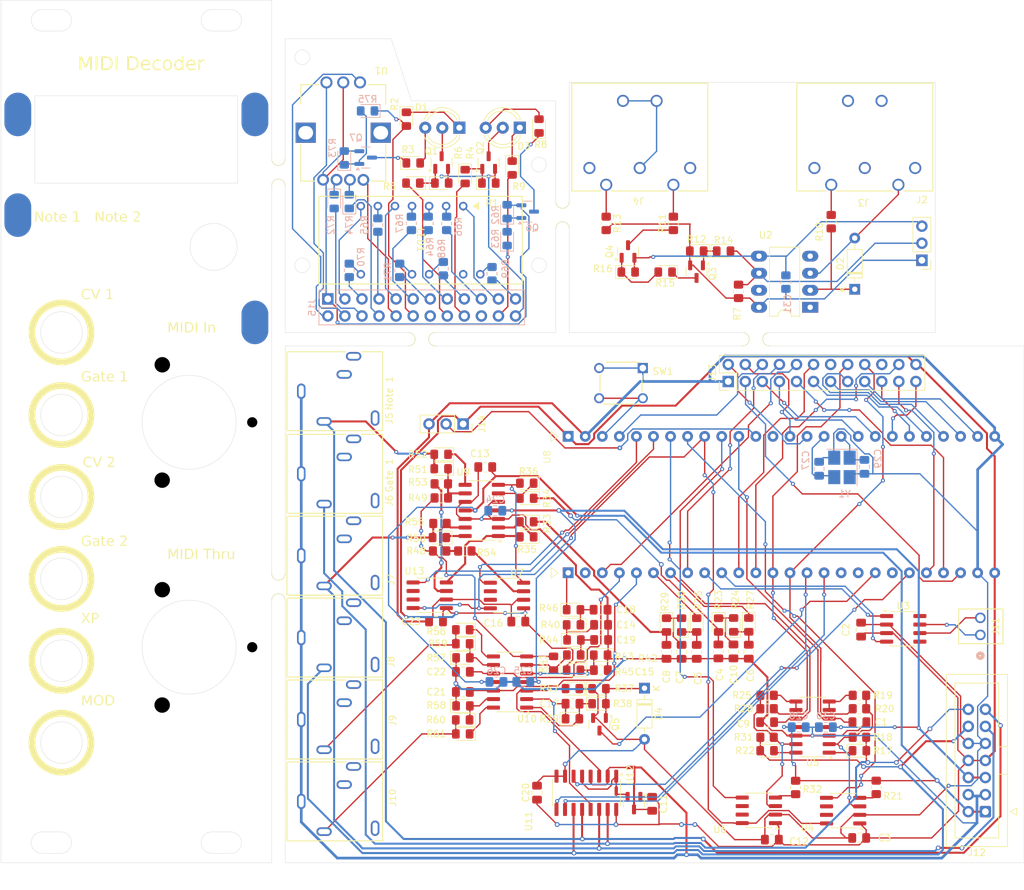
<source format=kicad_pcb>
(kicad_pcb (version 20240108) (generator "pcbnew") (generator_version "8.0")
  (layers (0 "F.Cu" signal) (31 "B.Cu" signal) (34 "B.Paste" user) (35 "F.Paste" user) (36 "B.SilkS" user "B.Silkscreen") (37 "F.SilkS" user "F.Silkscreen") (38 "B.Mask" user) (39 "F.Mask" user) (44 "Edge.Cuts" user))
  (net 0 "")
  (net 1 "/Velocity 1")
  (net 2 "/Velocity 2")
  (net 4 "Net-(C10-Pad2)")
  (net 5 "Net-(C11-Pad2)")
  (net 6 "Net-(C12-Pad2)")
  (net 7 "Net-(C13-Pad2)")
  (net 8 "Net-(C14-Pad2)")
  (net 9 "Net-(C15-Pad2)")
  (net 10 "Net-(C16-Pad2)")
  (net 12 "-12V")
  (net 13 "Net-(C17-Pad2)")
  (net 14 "Net-(C18-Pad2)")
  (net 15 "/Modulation")
  (net 16 "/Expression")
  (net 17 "Net-(U1-P15_0)")
  (net 18 "Net-(U1-P15_1)")
  (net 19 "Net-(C33-Pad2)")
  (net 20 "Net-(U13-X)")
  (net 21 "Net-(D1-A)")
  (net 22 "Net-(D1-K)")
  (net 23 "Net-(D2-K)")
  (net 24 "Net-(D3-K1)")
  (net 25 "Net-(D3-A)")
  (net 26 "Net-(D3-K2)")
  (net 27 "Net-(D4-K1)")
  (net 28 "Net-(D4-A)")
  (net 29 "Net-(D4-K2)")
  (net 30 "/Gate 1 Out")
  (net 32 "/Note 1 Out")
  (net 33 "/Gate 2 Out")
  (net 34 "/Note 2 Out")
  (net 38 "GND")
  (net 41 "Net-(J3-E-Pad6)")
  (net 42 "+5V")
  (net 47 "Net-(U15-CANH)")
  (net 48 "Net-(U15-CANL)")
  (net 50 "+12V")
  (net 68 "/Common 2")
  (net 70 "/Common 3")
  (net 71 "/Common 1")
  (net 72 "Net-(U12-OUT)")
  (net 73 "Net-(U13-Y0)")
  (net 74 "Net-(U13-Y2)")
  (net 75 "/Adjust In")
  (net 76 "Net-(Q2-B)")
  (net 77 "Net-(Q3-B)")
  (net 78 "/MIDI Rx")
  (net 79 "/A")
  (net 80 "/B")
  (net 81 "/C")
  (net 82 "/D")
  (net 83 "/E")
  (net 84 "/F")
  (net 85 "/G")
  (net 86 "/DP")
  (net 87 "Net-(U11-A)")
  (net 88 "Net-(U11-W)")
  (net 89 "Net-(U3B--)")
  (net 90 "Net-(U10-A)")
  (net 91 "Net-(U10-W)")
  (net 92 "/Gate 1")
  (net 93 "/Gate 2")
  (net 94 "Net-(U2B--)")
  (net 95 "Net-(U5-A)")
  (net 96 "Net-(U2D--)")
  (net 97 "Net-(U6-A)")
  (net 98 "Net-(U2A--)")
  (net 99 "Net-(U5-W)")
  (net 100 "Net-(U2C--)")
  (net 101 "Net-(U6-W)")
  (net 102 "/Note 1")
  (net 103 "/Note 2")
  (net 104 "/Bend")
  (net 105 "Net-(U7D--)")
  (net 106 "Net-(R41-Pad1)")
  (net 107 "Net-(R42-Pad1)")
  (net 108 "Net-(R45-Pad1)")
  (net 109 "Net-(R46-Pad1)")
  (net 110 "Net-(R49-Pad1)")
  (net 111 "Net-(U7B--)")
  (net 112 "Net-(R52-Pad1)")
  (net 113 "Net-(U13-Y)")
  (net 114 "Net-(J11-Pin_2)")
  (net 115 "/Indicator 1")
  (net 116 "/Indicator 2")
  (net 117 "Net-(R64-Pad1)")
  (net 118 "/Encoder LED 2")
  (net 119 "/Encoder LED 1")
  (net 120 "Net-(R65-Pad2)")
  (net 121 "Net-(U1-~{RESET})")
  (net 122 "/Adjust En")
  (net 123 "/Encoder B")
  (net 124 "/Resistor V1")
  (net 125 "/CAN Rx")
  (net 126 "/Resistor N2")
  (net 127 "/Adjust S1")
  (net 128 "/Resistor N1")
  (net 129 "/CAN Tx")
  (net 130 "/Resistor U{slash}D")
  (net 131 "/Encoder A")
  (net 132 "/SW")
  (net 133 "/Resistor V2")
  (net 134 "/Adjust S0")
  (net 148 "Net-(LED1-C)")
  (net 149 "Net-(LED1-A)")
  (net 150 "Net-(LED1-D)")
  (net 151 "Net-(LED1-B)")
  (net 152 "Net-(LED1-F)")
  (net 153 "Net-(LED1-G)")
  (net 154 "Net-(LED1-E)")
  (net 155 "Net-(LED1-DP)")
  (net 156 "/Bx")
  (net 157 "/Gx")
  (net 158 "/Dx")
  (net 159 "/Ex")
  (net 160 "/DPx")
  (net 161 "/Cx")
  (net 162 "/Fx")
  (net 163 "/Ax")
  (net 164 "/Common 3x")
  (net 165 "/Common 2x")
  (net 166 "/Common 1x")
  (net 167 "/Indicator 1 x")
  (net 168 "/Gate 1 x")
  (net 169 "/Encoder LED 1x")
  (net 170 "/Encoder LED 2x")
  (net 171 "/Gate 2x")
  (net 172 "/Encoder Bx")
  (net 173 "/Indicator 2 x")
  (net 174 "/Encoder Ax")
  (net 175 "GND-2")
  (net 176 "+5V-2")
  (net 177 "/SWx")
  (net 180 "Net-(Q4-B)")
  (net 181 "Net-(Q4-C)")
  (net 182 "Net-(Q5-C)")
  (net 183 "Net-(Q5-B)")
  (net 184 "+5V-3")
  (net 185 "GND-3")
  (net 186 "Net-(J2-Pad4)")
  (net 187 "Net-(J3-Pad5)")
  (net 188 "Net-(J3-Pad4)")
  (net 191 "Net-(Q6-B)")
  (net 192 "Net-(Q6-C)")
  (net 193 "Net-(Q7-B)")
  (net 194 "Net-(Q7-C)")
  (net 195 "DGND")
  (net 196 "/Bend Out")
  (net 197 "/Expression Out")
  (net 198 "/Modulation Out")
  (net 199 "Net-(U3C--)")
  (net 200 "Net-(U7C--)")
  (net 201 "Net-(U7B-+)")
  (footprint "Diode_SMD:D_0805_2012Metric_Pad1.15x1.40mm_HandSolder" (layer "F.Cu") (at 84.092383 120.365719 180)
    (property "Reference" "R59")
    (property "Value" "100k" (hide yes))
  )
  (footprint "MountingHole:MountingHole_3.2mm_M3" (layer "F.Cu") (at 90.65 135.630502)
    (property "Reference" "H4" (hide yes))
    (property "Value" "MountingHole" (hide yes))
  )
  (footprint "Diode_SMD:D_0805_2012Metric_Pad1.15x1.40mm_HandSolder" (layer "F.Cu") (at 87.975 51.75)
    (property "Reference" "R1")
    (property "Value" "10k" (hide yes))
  )
  (footprint "Panel Utilities:3.5mm single channel" (layer "F.Cu") (at 24.352365 135.1)
    (property "Reference" "P15" (hide yes))
    (property "Value" "3.5mm single channel" (hide yes))
    (fp_circle (center 0 0) (end 3.1 0) (stroke (width 0.05)) (fill none) (layer "Edge.Cuts"))
  )
  (footprint "Capacitor_SMD:C_0805_2012Metric_Pad1.18x1.45mm_HandSolder" (layer "F.Cu") (at 129.4 132.05 180)
    (property "Reference" "C9")
    (property "Value" "2.5n" (hide yes))
  )
  (footprint "Resistor_SMD:R_0805_2012Metric_Pad1.20x1.40mm_HandSolder" (layer "F.Cu") (at 80.9 98.65)
    (property "Reference" "R49")
    (property "Value" "145k 1%" (hide yes))
  )
  (footprint "Panelization:mouse-bite-2mm-slot" (layer "F.Cu") (at 56.65 111.908305 90)
    (property "Reference" "mouse-bite-2mm-slot" (hide yes))
    (property "Value" "VAL**" (hide yes))
  )
  (footprint "35RAPC4BH3:CONN_35RAPC4BH3_SWC" (layer "F.Cu") (at 70.032201 107.25)
    (property "Reference" "J7")
    (property "Value" "Note 2")
  )
  (footprint "Diode_SMD:D_0805_2012Metric_Pad1.15x1.40mm_HandSolder" (layer "F.Cu") (at 84.092383 118.28121 180)
    (property "Reference" "R56")
    (property "Value" "1k" (hide yes))
  )
  (footprint "Diode_SMD:D_0805_2012Metric_Pad1.15x1.40mm_HandSolder" (layer "F.Cu") (at 80.875 94.3 180)
    (property "Reference" "R51")
    (property "Value" "150k 1%" (hide yes))
  )
  (footprint "Resistor_SMD:R_0805_2012Metric_Pad1.20x1.40mm_HandSolder" (layer "F.Cu") (at 115.45 57.75 90)
    (property "Reference" "R11")
    (property "Value" "220")
  )
  (footprint "Package_SO:SOIC-8_3.9x4.9mm_P1.27mm" (layer "F.Cu") (at 90.675 113.185 180)
    (property "Reference" "U7")
    (property "Value" "MCP4011-103E/SN" (hide yes))
  )
  (footprint "Diode_SMD:D_0805_2012Metric_Pad1.15x1.40mm_HandSolder" (layer "F.Cu") (at 104.375 127.05)
    (property "Reference" "R37")
    (property "Value" "10k" (hide yes))
  )
  (footprint "Diode_SMD:D_0805_2012Metric_Pad1.15x1.40mm_HandSolder" (layer "F.Cu") (at 116.675925 117.5875 90)
    (property "Reference" "R30")
    (property "Value" "10k" (hide yes))
  )
  (footprint "Capacitor_SMD:C_0805_2012Metric_Pad1.18x1.45mm_HandSolder" (layer "F.Cu") (at 104.6875 117.55 180)
    (property "Reference" "C14")
    (property "Value" "0.47u" (hide yes))
  )
  (footprint "Panel Utilities:DIN 5 pin" (layer "F.Cu") (at 43.352 87.380502 -90)
    (property "Reference" "P8" (hide yes))
    (property "Value" "DIN 5 pin" (hide yes))
    (fp_circle (center 0 0) (end 7 0) (stroke (width 0.05)) (fill none) (layer "Edge.Cuts"))
  )
  (footprint "Diode_SMD:D_0805_2012Metric_Pad1.15x1.40mm_HandSolder" (layer "F.Cu") (at 100.425 131.55)
    (property "Reference" "R39")
    (property "Value" "4.7meg" (hide yes))
  )
  (footprint "Package_SO:SOIC-14_3.9x8.7mm_P1.27mm" (layer "F.Cu") (at 136.175 132.78 180)
    (property "Reference" "U5")
    (property "Value" "TL074")
  )
  (footprint "Capacitor_SMD:C_0805_2012Metric_Pad1.18x1.45mm_HandSolder" (layer "F.Cu") (at 92.3625 117.07)
    (property "Reference" "C16")
    (property "Value" "0.1u" (hide yes))
  )
  (footprint "Diode_SMD:D_0805_2012Metric_Pad1.15x1.40mm_HandSolder" (layer "F.Cu") (at 93.625 102.2 180)
    (property "Reference" "R33")
    (property "Value" "470k" (hide yes))
  )
  (footprint "Panel Utilities:LTC-4724JR_LTO" (layer "F.Cu") (at 29.14 50.33 90)
    (property "Reference" "REF**" (hide yes))
    (property "Value" "LTC-4724JR_LTO" (hide yes))
    (fp_rect (start -1.42 -8.76) (end 11.58 21.46) (stroke (width 0.05)) (fill none) (layer "Edge.Cuts"))
  )
  (footprint "Connector_PinSocket_2.54mm:PinSocket_1x03_P2.54mm_Vertical" (layer "F.Cu") (at 84.15 87.630502 -90)
    (property "Reference" "J14")
    (property "Value" "MIDI" (hide yes))
  )
  (footprint "Diode_SMD:D_0805_2012Metric_Pad1.15x1.40mm_HandSolder" (layer "F.Cu") (at 100.5875 117.55 180)
    (property "Reference" "R40")
    (property "Value" "10k" (hide yes))
  )
  (footprint "Diode_SMD:D_0805_2012Metric_Pad1.15x1.40mm_HandSolder" (layer "F.Cu") (at 76.675 51.75 180)
    (property "Reference" "R5")
    (property "Value" "10k" (hide yes))
  )
  (footprint "Capacitor_SMD:C_0805_2012Metric_Pad1.18x1.45mm_HandSolder" (layer "F.Cu") (at 143.1125 149.3)
    (property "Reference" "C3")
    (property "Value" "0.1u" (hide yes))
  )
  (footprint "Package_SO:SOIC-14_3.9x8.7mm_P1.27mm" (layer "F.Cu") (at 86.925 100.51 180)
    (property "Reference" "U9")
    (property "Value" "TL074" (hide yes))
  )
  (footprint "Capacitor_SMD:C_0805_2012Metric_Pad1.18x1.45mm_HandSolder" (layer "F.Cu") (at 130.1125 149.55)
    (property "Reference" "C12")
    (property "Value" "0.1u" (hide yes))
  )
  (footprint "MountingHole:MountingHole_3.2mm_M3" (layer "F.Cu") (at 104.45 69.75 -90)
    (property "Reference" "H2" (hide yes))
    (property "Value" "MountingHole" (hide yes))
  )
  (footprint "Capacitor_SMD:C_0805_2012Metric_Pad1.18x1.45mm_HandSolder" (layer "F.Cu") (at 118.925925 121.575 90)
    (property "Reference" "C5")
    (property "Value" "22n" (hide yes))
  )
  (footprint "Diode_SMD:D_0805_2012Metric_Pad1.15x1.40mm_HandSolder" (layer "F.Cu") (at 124.425925 117.5625 90)
    (property "Reference" "R24")
    (property "Value" "10k" (hide yes))
  )
  (footprint "Diode_SMD:D_0805_2012Metric_Pad1.15x1.40mm_HandSolder" (layer "F.Cu") (at 93.625 98.7 180)
    (property "Reference" "R34")
    (property "Value" "470k" (hide yes))
  )
  (footprint "Resistor_SMD:R_0805_2012Metric_Pad1.20x1.40mm_HandSolder" (layer "F.Cu") (at 129.4 128.05 180)
    (property "Reference" "R25")
    (property "Value" "100k" (hide yes))
  )
  (footprint "Resistor_SMD:R_0805_2012Metric_Pad1.20x1.40mm_HandSolder" (layer "F.Cu") (at 138.95 57.5 90)
    (property "Reference" "R10")
    (property "Value" "220" (hide yes))
  )
  (footprint "Connector_IDC:IDC-Header_2x07_P2.54mm_Vertical" (layer "F.Cu") (at 161.9 145.38 180)
    (property "Reference" "J12")
    (property "Value" "Bus Connector")
  )
  (footprint "Capacitor_SMD:C_0805_2012Metric_Pad1.18x1.45mm_HandSolder" (layer "F.Cu") (at 126.675925 121.55 90)
    (property "Reference" "C6")
    (property "Value" "22n" (hide yes))
  )
  (footprint "Diode_SMD:D_0805_2012Metric_Pad1.15x1.40mm_HandSolder" (layer "F.Cu") (at 118.925925 117.5875 -90)
    (property "Reference" "R26")
    (property "Value" "10k" (hide yes))
  )
  (footprint "Diode_SMD:D_0805_2012Metric_Pad1.15x1.40mm_HandSolder" (layer "F.Cu") (at 84.45 50.775 -90)
    (property "Reference" "R4")
    (property "Value" "10k" (hide yes))
  )
  (footprint "35RAPC4BH3:CONN_35RAPC4BH3_SWC" (layer "F.Cu") (at 70.032201 82.75)
    (property "Reference" "J5")
    (property "Value" "Note 1")
  )
  (footprint "Capacitor_SMD:C_0805_2012Metric_Pad1.18x1.45mm_HandSolder" (layer "F.Cu") (at 116.675925 121.575 90)
    (property "Reference" "C7")
    (property "Value" "22n" (hide yes))
  )
  (footprint "35RAPC4BH3:CONN_35RAPC4BH3_SWC" (layer "F.Cu") (at 70.032201 95.05)
    (property "Reference" "J6")
    (property "Value" "Gate 1")
  )
  (footprint "Diode_SMD:D_0805_2012Metric_Pad1.15x1.40mm_HandSolder" (layer "F.Cu") (at 75.7 42.225 -90)
    (property "Reference" "R2")
    (property "Value" "1k" (hide yes))
  )
  (footprint "NetTie:NetTie-2_SMD_Pad0.5mm" (layer "F.Cu") (at 106.946395 142.3 90)
    (property "Reference" "NT2" (hide yes))
    (property "Value" "NetTie_2" (hide yes))
  )
  (footprint "Diode_SMD:D_0805_2012Metric_Pad1.15x1.40mm_HandSolder" (layer "F.Cu") (at 93.625 104.45 180)
    (property "Reference" "R35")
    (property "Value" "1meg" (hide yes))
  )
  (footprint "Diode_SMD:D_0805_2012Metric_Pad1.15x1.40mm_HandSolder" (layer "F.Cu") (at 118.925 61.875 180)
    (property "Reference" "R12")
    (property "Value" "10k")
  )
  (footprint "Resistor_SMD:R_0805_2012Metric_Pad1.20x1.40mm_HandSolder" (layer "F.Cu") (at 143.15 130.05)
    (property "Reference" "R20")
    (property "Value" "330k" (hide yes))
  )
  (footprint "Package_TO_SOT_SMD:SOT-23" (layer "F.Cu") (at 108.7 61.9375 90)
    (property "Reference" "Q4")
    (property "Value" "MMBT3904" (hide yes))
  )
  (footprint "35RAPC4BH3:CONN_35RAPC4BH3_SWC" (layer "F.Cu") (at 70.032201 143.85)
    (property "Reference" "J10")
    (property "Value" "Modulation CV")
  )
  (footprint "Diode_SMD:D_0805_2012Metric_Pad1.15x1.40mm_HandSolder" (layer "F.Cu") (at 126.675925 117.5625 -90)
    (property "Reference" "R27")
    (property "Value" "10k" (hide yes))
  )
  (footprint "Capacitor_SMD:C_0805_2012Metric_Pad1.18x1.45mm_HandSolder" (layer "F.Cu") (at 114.425925 121.575 90)
    (property "Reference" "C8")
    (property "Value" "22n" (hide yes))
  )
  (footprint "Panelization:mouse-bite-2mm-slot" (layer "F.Cu") (at 56.65 50.138195 90)
    (property "Reference" "mouse-bite-2mm-slot" (hide yes))
    (property "Value" "VAL**" (hide yes))
  )
  (footprint "Resistor_SMD:R_0805_2012Metric_Pad1.20x1.40mm_HandSolder" (layer "F.Cu") (at 105.45 57.75 -90)
    (property "Reference" "R13")
    (property "Value" "220")
  )
  (footprint "Capacitor_SMD:C_0805_2012Metric_Pad1.18x1.45mm_HandSolder" (layer "F.Cu") (at 124.4 121.5125 90)
    (property "Reference" "C10")
    (property "Value" "22n" (hide yes))
  )
  (footprint "Resistor_SMD:R_0805_2012Metric_Pad1.20x1.40mm_HandSolder" (layer "F.Cu") (at 84.4 106.55 180)
    (property "Reference" "R54")
    (property "Value" "145k" (hide yes))
  )
  (footprint "Package_TO_SOT_SMD:SOT-23" (layer "F.Cu") (at 118.9 64.9375 -90)
    (property "Reference" "Q3")
    (property "Value" "MMBT3906" (hide yes))
  )
  (footprint "Package_SO:SOIC-8_3.9x4.9mm_P1.27mm" (layer "F.Cu") (at 128.175 145.185 180)
    (property "Reference" "U6")
    (property "Value" "MCP4011-503E/SN" (hide yes))
  )
  (footprint "Diode_SMD:D_0805_2012Metric_Pad1.15x1.40mm_HandSolder" (layer "F.Cu") (at 97.6125 123.275 90)
    (property "Reference" "R41")
    (property "Value" "470k" (hide yes))
  )
  (footprint "Resistor_SMD:R_0805_2012Metric_Pad1.20x1.40mm_HandSolder" (layer "F.Cu") (at 80.7 102.45 180)
    (property "Reference" "R55")
    (property "Value" "150k 1%" (hide yes))
  )
  (footprint "MountingHole:MountingHole_3.2mm_M3" (layer "F.Cu") (at 90.65 89.880502)
    (property "Reference" "H3" (hide yes))
    (property "Value" "MountingHole" (hide yes))
  )
  (footprint "Capacitor_SMD:C_0805_2012Metric_Pad1.18x1.45mm_HandSolder" (layer "F.Cu") (at 122.15 121.5125 90)
    (property "Reference" "C4")
    (property "Value" "22n" (hide yes))
  )
  (footprint "Resistor_SMD:R_0805_2012Metric_Pad1.20x1.40mm_HandSolder" (layer "F.Cu") (at 129.4 134.3 180)
    (property "Reference" "R31")
    (property "Value" "200k" (hide yes))
  )
  (footprint "Tactile_Switches:SW4_1825910-B_TEC" (layer "F.Cu") (at 110.9 83.8)
    (property "Reference" "SW1")
    (property "Value" "Reset")
  )
  (footprint "Package_SO:SOIC-14_3.9x8.7mm_P1.27mm" (layer "F.Cu") (at 91.1375 126.07 180)
    (property "Reference" "U10")
    (property "Value" "TL074")
  )
  (footprint "Diode_SMD:D_0805_2012Metric_Pad1.15x1.40mm_HandSolder" (layer "F.Cu") (at 100.623044 122.037956 180)
    (property "Reference" "R43")
    (property "Value" "470k" (hide yes))
  )
  (footprint "Resistor_SMD:R_0805_2012Metric_Pad1.20x1.40mm_HandSolder" (layer "F.Cu") (at 129.4 130.05)
    (property "Reference" "R28")
    (property "Value" "330k" (hide yes))
  )
  (footprint "Diode_SMD:D_0805_2012Metric_Pad1.15x1.40mm_HandSolder" (layer "F.Cu") (at 129.4 136.3 180)
    (property "Reference" "R22")
    (property "Value" "1k" (hide yes))
  )
  (footprint "35RAPC4BH3:CONN_35RAPC4BH3_SWC" (layer "F.Cu") (at 70.032201 131.65)
    (property "Reference" "J9")
    (property "Value" "Expression CV")
  )
  (footprint "Diode_SMD:D_0805_2012Metric_Pad1.15x1.40mm_HandSolder" (layer "F.Cu") (at 122.175925 117.5875 -90)
    (property "Reference" "R23")
    (property "Value" "10k" (hide yes))
  )
  (footprint "Diode_SMD:D_0805_2012Metric_Pad1.15x1.40mm_HandSolder" (layer "F.Cu") (at 80.975 51.75)
    (property "Reference" "R6")
    (property "Value" "10k" (hide yes))
  )
  (footprint "Connector_PinHeader_2.54mm:PinHeader_1x03_P2.54mm_Vertical" (layer "F.Cu") (at 152.45 63.25 180)
    (property "Reference" "J2")
    (property "Value" "MIDI")
  )
  (footprint "Diode_THT:D_DO-35_SOD27_P7.62mm_Horizontal" (layer "F.Cu") (at 111.15 126.99 -90)
    (property "Reference" "D4")
    (property "Value" "1N4148" (hide yes))
  )
  (footprint "Panel Utilities:LED Window 5mm" (layer "F.Cu") (at 23.25 62)
    (property "Reference" "P4" (hide yes))
    (property "Value" "LED Window 5mm" (hide yes))
  )
  (footprint "Panel Utilities:3.5mm single channel" (layer "F.Cu") (at 24.352365 110.7)
    (property "Reference" "P13" (hide yes))
    (property "Value" "3.5mm single channel" (hide yes))
    (fp_circle (center 0 0) (end 3.1 0) (stroke (width 0.05)) (fill none) (layer "Edge.Cuts"))
  )
  (footprint "Resistor_SMD:R_0805_2012Metric_Pad1.20x1.40mm_HandSolder" (layer "F.Cu") (at 143.15 128.05)
    (property "Reference" "R19")
    (property "Value" "100k" (hide yes))
  )
  (footprint "Molex_KK254_2pin:CONN_A-6373-02A_MOL" (layer "F.Cu") (at 161.15 119.05 90)
    (property "Reference" "J11")
    (property "Value" "CAN")
  )
  (footprint "LED_THT:LED_D5.0mm-3" (layer "F.Cu") (at 92.59 43.5 180)
    (property "Reference" "D3")
    (property "Value" "Note 1")
  )
  (footprint "Capacitor_SMD:C_0805_2012Metric_Pad1.18x1.45mm_HandSolder" (layer "F.Cu") (at 100.4375 129.3)
    (property "Reference" "C17")
    (property "Value" "47p" (hide yes))
  )
  (footprint "Panel Utilities:3.5mm single channel" (layer "F.Cu") (at 24.352365 86.3)
    (property "Reference" "P11" (hide yes))
    (property "Value" "3.5mm single channel" (hide yes))
    (fp_circle (center 0 0) (end 3.1 0) (stroke (width 0.05)) (fill none) (layer "Edge.Cuts"))
  )
  (footprint "NetTie:NetTie-2_SMD_Pad0.5mm" (layer "F.Cu") (at 109.15 138.8 180)
    (property "Reference" "NT1" (hide yes))
    (property "Value" "NetTie_2" (hide yes))
  )
  (footprint "Capacitor_SMD:C_0805_2012Metric_Pad1.18x1.45mm_HandSolder" (layer "F.Cu") (at 95.15 142.55 90)
    (property "Reference" "C20")
    (property "Value" "0.1u" (hide yes))
  )
  (footprint "Diode_SMD:D_0805_2012Metric_Pad1.15x1.40mm_HandSolder" (layer "F.Cu") (at 84.125268 129.625204)
    (property "Reference" "R58")
    (property "Value" "100k" (hide yes))
  )
  (footprint "Package_TO_SOT_SMD:SOT-23" (layer "F.Cu") (at 109.59 144.1125 -90)
    (property "Reference" "U12")
    (property "Value" "REF3030" (hide yes))
  )
  (footprint "din5:CONN5_SDS-50J_CUD" (layer "F.Cu") (at 136.45 49.5 180)
    (property "Reference" "J3")
    (property "Value" "MIDI IN")
  )
  (footprint "Panelization:mouse-bite-2mm-slot" (layer "F.Cu") (at 78 75)
    (property "Reference" "mouse-bite-2mm-slot" (hide yes))
    (property "Value" "VAL**" (hide yes))
  )
  (footprint "Package_SO:SOIC-8_3.9x4.9mm_P1.27mm" (layer "F.Cu") (at 79.175 113.145 180)
    (property "Reference" "U13")
    (property "Value" "MCP4011-103E/SN" (hide yes))
  )
  (footprint "PSoC:CY8KIT-059" (layer "F.Cu") (at 99.79 109.8 90)
    (property "Reference" "U8")
    (property "Value" "~" (hide yes))
  )
  (footprint "Diode_SMD:D_0805_2012Metric_Pad1.15x1.40mm_HandSolder" (layer "F.Cu") (at 80.625 104.55 180)
    (property "Reference" "R50")
    (property "Value" "1k" (hide yes))
  )
  (footprint "Diode_SMD:D_0805_2012Metric_Pad1.15x1.40mm_HandSolder" (layer "F.Cu") (at 84.090526 133.802907 180)
    (property "Reference" "R61")
    (property "Value" "1k" (hide yes))
  )
  (footprint "Capacitor_SMD:C_0805_2012Metric_Pad1.18x1.45mm_HandSolder" (layer "F.Cu") (at 143.4 118.2625 -90)
    (property "Reference" "C2")
    (property "Value" "0.1u" (hide yes))
  )
  (footprint "Diode_SMD:D_0805_2012Metric_Pad1.15x1.40mm_HandSolder" (layer "F.Cu") (at 76.725 48.75)
    (property "Reference" "R3")
    (property "Value" "220" (hide yes))
  )
  (footprint "Capacitor_SMD:C_0805_2012Metric_Pad1.18x1.45mm_HandSolder" (layer "F.Cu") (at 104.65 124.3 180)
    (property "Reference" "C15")
    (property "Value" "0.1u" (hide yes))
  )
  (footprint "Diode_SMD:D_0805_2012Metric_Pad1.15x1.40mm_HandSolder" (layer "F.Cu") (at 80.875 92.15 180)
    (property "Reference" "R52")
    (property "Value" "1k" (hide yes))
  )
  (footprint "Panel Utilities:3.5mm single channel" (layer "F.Cu") (at 24.352365 74)
    (property "Reference" "P10" (hide yes))
    (property "Value" "3.5mm single channel" (hide yes))
    (fp_circle (center 0 0) (end 3.1 0) (stroke (width 0.05)) (fill none) (layer "Edge.Cuts"))
  )
  (footprint "Capacitor_SMD:C_0805_2012Metric_Pad1.18x1.45mm_HandSolder" (layer "F.Cu") (at 104.694361 119.8 180)
    (property "Reference" "C19")
    (property "Value" "0.47u" (hide yes))
  )
  (footprint "Diode_SMD:D_0805_2012Metric_Pad1.15x1.40mm_HandSolder" (layer "F.Cu") (at 100.5875 115.3)
    (property "Reference" "R46")
    (property "Value" "10k" (hide yes))
  )
  (footprint "Capacitor_SMD:C_0805_2012Metric_Pad1.18x1.45mm_HandSolder" (layer "F.Cu") (at 143.15 132.05)
    (property "Reference" "C1")
    (property "Value" "2.5n" (hide yes))
  )
  (footprint "Capacitor_SMD:C_0805_2012Metric_Pad1.18x1.45mm_HandSolder" (layer "F.Cu") (at 112.29 144.2125 -90)
    (property "Reference" "C11")
    (property "Value" "0.1u" (hide yes))
  )
  (footprint "Connector_PinHeader_2.54mm:PinHeader_2x12_P2.54mm_Vertical" (layer "F.Cu") (at 123.62 81.3 90)
    (property "Reference" "J13")
    (property "Value" "bus (board)")
  )
  (footprint "Package_TO_SOT_SMD:SOT-23" (layer "F.Cu") (at 104.45 132.3625 -90)
    (property "Reference" "Q5")
    (property "Value" "MMBT3904" (hide yes))
  )
  (footprint "Diode_SMD:D_0805_2012Metric_Pad1.15x1.40mm_HandSolder" (layer "F.Cu") (at 91.45 49.5 -90)
    (property "Reference" "R9")
    (property "Value" "1k" (hide yes))
  )
  (footprint "Resistor_SMD:R_0805_2012Metric_Pad1.20x1.40mm_HandSolder" (layer "F.Cu") (at 145.65 141.763669 -90)
    (property "Reference" "R21")
    (property "Value" "270k" (hide yes))
  )
  (footprint "Package_SO:SOIC-8_3.9x4.9mm_P1.27mm" (layer "F.Cu") (at 149.675 118.145)
    (property "Reference" "U3")
    (property "Value" "SN65HVD1050D")
  )
  (footprint "Package_SO:SOIC-16_3.9x9.9mm_P1.27mm" (layer "F.Cu") (at 102.495 142.575 -90)
    (property "Reference" "U11")
    (property "Value" "CD4052B")
  )
  (footprint "LED_THT:LED_D5.0mm-3" (layer "F.Cu") (at 83.59 43.5 180)
    (property "Reference" "D1")
    (property "Value" "Note 2")
  )
  (footprint "LED_Displays:LTC-4724JR_LTO" (layer "F.Cu") (at 84.16 55.17 -90)
    (property "Reference" "LED1")
    (property "Value" "LTC-4724JR")
  )
  (footprint "Package_DIP:DIP-8_W7.62mm_LongPads" (layer "F.Cu") (at 135.82 70.25 180)
    (property "Reference" "U2")
    (property "Value" "6N138")
  )
  (footprint "Diode_SMD:D_0805_2012Metric_Pad1.15x1.40mm_HandSolder" (layer "F.Cu") (at 100.425 127.05 180)
    (property "Reference" "R47")
    (property "Value" "4.7meg" (hide yes))
  )
  (footprint "Resistor_SMD:R_0805_2012Metric_Pad1.20x1.40mm_HandSolder" (layer "F.Cu") (at 143.15 134.3)
    (property "Reference" "R18")
    (property "Value" "200k" (hide yes))
  )
  (footprint "Diode_SMD:D_0805_2012Metric_Pad1.15x1.40mm_HandSolder" (layer "F.Cu") (at 143.15 136.3)
    (property "Reference" "R17")
    (property "Value" "1k" (hide yes))
  )
  (footprint "Diode_SMD:D_0805_2012Metric_Pad1.15x1.40mm_HandSolder" (layer "F.Cu") (at 84.127124 122.458914)
    (property "Reference" "R57")
    (property "Value" "100k" (hide yes))
  )
  (footprint "Diode_SMD:D_0805_2012Metric_Pad1.15x1.40mm_HandSolder" (layer "F.Cu") (at 114.225 65 180)
    (property "Reference" "R15")
    (property "Value" "10k")
  )
  (footprint "Diode_SMD:D_0805_2012Metric_Pad1.15x1.40mm_HandSolder" (layer "F.Cu") (at 104.375 129.3)
    (property "Reference" "R38")
    (property "Value" "10k" (hide yes))
  )
  (footprint "35RAPC4BH3:CONN_35RAPC4BH3_SWC" (layer "F.Cu") (at 70.032201 119.45)
    (property "Reference" "J8")
    (property "Value" "Gate 2")
  )
  (footprint "Panel Utilities:3.5mm single channel" (layer "F.Cu") (at 24.352365 122.9)
    (property "Reference" "P14" (hide yes))
    (property "Value" "3.5mm single channel" (hide yes))
    (fp_circle (center 0 0) (end 3.1 0) (stroke (width 0.05)) (fill none) (layer "Edge.Cuts"))
  )
  (footprint "Diode_SMD:D_0805_2012Metric_Pad1.15x1.40mm_HandSolder" (layer "F.Cu") (at 95.45 43.25 90)
    (property "Reference" "R8")
    (property "Value" "220" (hide yes))
  )
  (footprint "Capacitor_SMD:C_0805_2012Metric_Pad1.18x1.45mm_HandSolder" (layer "F.Cu") (at 84.1125 127.55 180)
    (property "Reference" "C21")
    (property "Value" "2.5n" (hide yes))
  )
  (footprint "Resistor_SMD:R_0805_2012Metric_Pad1.20x1.40mm_HandSolder" (layer "F.Cu") (at 80.65 106.55 180)
    (property "Reference" "R48")
    (property "Value" "145k 1%" (hide yes))
  )
  (footprint "Package_SO:SOIC-8_3.9x4.9mm_P1.27mm" (layer "F.Cu") (at 140.725 145.225 180)
    (property "Reference" "U4")
    (property "Value" "MCP4011-503E/SN" (hide yes))
  )
  (footprint "Diode_SMD:D_0805_2012Metric_Pad1.15x1.40mm_HandSolder" (layer "F.Cu") (at 84.081841 131.709713 180)
    (property "Reference" "R60")
    (property "Value" "100k" (hide yes))
  )
  (footprint "Panel Utilities:PEL12D" (layer "F.Cu") (at 47 61.25)
    (property "Reference" "P6" (hide yes))
    (property "Value" "PEL12D" (hide yes))
    (fp_circle (center 0 0) (end 3.5 0) (stroke (width 0.05)) (fill none) (layer "Edge.Cuts"))
  )
  (footprint "Capacitor_SMD:C_0805_2012Metric_Pad1.18x1.45mm_HandSolder" (layer "F.Cu") (at 87.4375 94.05)
    (property "Reference" "C13")
    (property "Value" "0.1u" (hide yes))
  )
  (footprint "Package_TO_SOT_SMD:SOT-23" (layer "F.Cu") (at 87.95 48.6875 90)
    (property "Reference" "Q2")
    (property "Value" "MMBT3906" (hide yes))
  )
  (footprint "Diode_SMD:D_0805_2012Metric_Pad1.15x1.40mm_HandSolder" (layer "F.Cu") (at 122.925 61.875)
    (property "Reference" "R14")
    (property "Value" "10k")
  )
  (footprint "Diode_SMD:D_0805_2012Metric_Pad1.15x1.40mm_HandSolder" (layer "F.Cu") (at 104.625 122.053659 180)
    (property "Reference" "R42")
    (property "Value" "470k 1%" (hide yes))
  )
  (footprint "MountingHole:MountingHole_3.2mm_M3" (layer "F.Cu") (at 150.2 69.75 -90)
    (property "Reference" "H1" (hide yes))
    (property "Value" "MountingHole" (hide yes))
  )
  (footprint "din5:CONN5_SDS-50J_CUD" (layer "F.Cu") (at 102.95 49.5 180)
    (property "Reference" "J4")
    (property "Value" "MIDI THRU")
  )
  (footprint "Package_TO_SOT_SMD:SOT-23" (layer "F.Cu") (at 80.95 48.6875 90)
    (property "Reference" "Q1")
    (property "Value" "MMBT3906" (hide yes))
  )
  (footprint "Resistor_SMD:R_0805_2012Metric_Pad1.20x1.40mm_HandSolder" (layer "F.Cu") (at 125.15 67.875 -90)
    (property "Reference" "R7")
    (property "Value" "1k")
  )
  (footprint "Panel Utilities:3.5mm single channel" (layer "F.Cu") (at 24.352365 98.5)
    (property "Reference" "P12" (hide yes))
    (property "Value" "3.5mm single channel" (hide yes))
    (fp_circle (center 0 0) (end 3.1 0) (stroke (width 0.05)) (fill none) (layer "Edge.Cuts"))
  )
  (footprint "Resistor_SMD:R_0805_2012Metric_Pad1.20x1.40mm_HandSolder" (layer "F.Cu") (at 80.9 96.55)
    (property "Reference" "R53")
    (property "Value" "145k" (hide yes))
  )
  (footprint "Diode_SMD:D_0805_2012Metric_Pad1.15x1.40mm_HandSolder" (layer "F.Cu") (at 100.65 119.803659)
    (property "Reference" "R44")
    (property "Value" "10k" (hide yes))
  )
  (footprint "PEL12D:TO_4225S-S2024" (layer "F.Cu") (at 66.3 44.25 180)
    (property "Reference" "U1")
    (property "Value" "PEL12D-4225S-S2024" (hide yes))
  )
  (footprint "Panel Utilities:LED Window 5mm" (layer "F.Cu") (at 32.25 62)
    (property "Reference" "P5" (hide yes))
    (property "Value" "LED Window 5mm" (hide yes))
  )
  (footprint "Capacitor_SMD:C_0805_2012Metric_Pad1.18x1.45mm_HandSolder" (layer "F.Cu") (at 104.6125 115.3 180)
    (property "Reference" "C18")
    (property "Value" "0.47u" (hide yes))
  )
  (footprint "Panelization:mouse-bite-2mm-slot" (layer "F.Cu") (at 127.75 75)
    (property "Reference" "mouse-bite-2mm-slot" (hide yes))
    (property "Value" "VAL**" (hide yes))
  )
  (footprint "Diode_SMD:D_0805_2012Metric_Pad1.15x1.40mm_HandSolder" (layer "F.Cu") (at 100.5875 124.3 180)
    (property "Reference" "R45")
    (property "Value" "470k 1%" (hide yes))
  )
  (footprint "Capacitor_SMD:C_0805_2012Metric_Pad1.18x1.45mm_HandSolder" (layer "F.Cu") (at 84.1125 124.55 180)
    (property "Reference" "C22")
    (property "Value" "2.5n" (hide yes))
  )
  (footprint "Panelization:mouse-bite-2mm-slot" (layer "F.Cu") (at 98.95 56.5 90)
    (property "Reference" "mouse-bite-2mm-slot" (hide yes))
    (property "Value" "VAL**" (hide yes))
  )
  (footprint "Diode_SMD:D_0805_2012Metric_Pad1.15x1.40mm_HandSolder" (layer "F.Cu") (at 114.425925 117.5875 -90)
    (property "Reference" "R29")
    (property "Value" "10k" (hide yes))
  )
  (footprint "Panel Utilities:DIN 5 pin" (layer "F.Cu") (at 43.352 120.880502 -90)
    (property "Reference" "P9" (hide yes))
    (property "Value" "DIN 5 pin" (hide yes))
    (fp_circle (center 0 0) (end 7 0) (stroke (width 0.05)) (fill none) (layer "Edge.Cuts"))
  )
  (footprint "Capacitor_SMD:C_0805_2012Metric_Pad1.18x1.45mm_HandSolder" (layer "F.Cu") (at 80.1125 117.05)
    (property "Reference" "C23")
    (property "Value" "0.1u" (hide yes))
  )
  (footprint "Diode_SMD:D_0805_2012Metric_Pad1.15x1.40mm_HandSolder" (layer "F.Cu") (at 108.725 65)
    (property "Reference" "R16")
    (property "Value" "10k" (hide yes))
  )
  (footprint "Diode_SMD:D_0805_2012Metric_Pad1.15x1.40mm_HandSolder" (layer "F.Cu") (at 93.625 96.45 180)
    (property "Reference" "R36")
    (property "Value" "1meg" (hide yes))
  )
  (footprint "Resistor_SMD:R_0805_2012Metric_Pad1.20x1.40mm_HandSolder" (layer "F.Cu") (at 133.65 141.78 -90)
    (property "Reference" "R32")
    (property "Value" "270k" (hide yes))
  )
  (footprint "Diode_THT:D_DO-35_SOD27_P7.62mm_Horizontal" (layer "F.Cu") (at 142.45 67.56 90)
    (property "Reference" "D2")
    (property "Value" "1N4148")
  )
  (footprint "Resistor_SMD:R_0805_2012Metric_Pad1.20x1.40mm_HandSolder" (layer "B.Cu") (at 78.95 57.75 -90)
    (property "Reference" "R64")
    (property "Value" "120" (hide yes))
  )
  (footprint "Resistor_SMD:R_0805_2012Metric_Pad1.20x1.40mm_HandSolder" (layer "B.Cu") (at 71.45 58 -90)
    (property "Reference" "R65")
    (property "Value" "120" (hide yes))
  )
  (footprint "Capacitor_SMD:C_0805_2012Metric_Pad1.18x1.45mm_HandSolder" (layer "B.Cu") (at 93.1125 126.05 180)
    (property "Reference" "C25")
    (property "Value" "0.1u" (hide yes))
  )
  (footprint "Panel Utilities:Spacer 2M without hole" (layer "B.Cu") (at 17.85 41.52 180)
    (property "Reference" "P1" (hide yes))
    (property "Value" "Spacer 2M without hole" (hide yes))
  )
  (footprint "Package_TO_SOT_SMD:SOT-23" (layer "B.Cu") (at 93.7625 56)
    (property "Reference" "Q6")
    (property "Value" "MMBT3904" (hide yes))
  )
  (footprint "Capacitor_SMD:C_0805_2012Metric_Pad1.18x1.45mm_HandSolder" (layer "B.Cu") (at 88.9375 100.55 180)
    (property "Reference" "C24")
    (property "Value" "0.1u" (hide yes))
  )
  (footprint "Panel Utilities:Spacer 2M without hole" (layer "B.Cu") (at 53.15 41.52 180)
    (property "Reference" "P2" (hide yes))
    (property "Value" "Spacer 2M without hole" (hide yes))
  )
  (footprint "Diode_SMD:D_0805_2012Metric_Pad1.15x1.40mm_HandSolder" (layer "B.Cu") (at 64.95 54.5 -90)
    (property "Reference" "R72")
    (property "Value" "220")
  )
  (footprint "Resistor_SMD:R_0805_2012Metric_Pad1.20x1.40mm_HandSolder" (layer "B.Cu") (at 81.7 57.75 -90)
    (property "Reference" "R66")
    (property "Value" "120" (hide yes))
  )
  (footprint "Package_TO_SOT_SMD:SOT-23" (layer "B.Cu") (at 69.6375 47.95)
    (property "Reference" "Q7")
    (property "Value" "MMBT3904" (hide yes))
  )
  (footprint "Diode_SMD:D_0805_2012Metric_Pad1.15x1.40mm_HandSolder" (layer "B.Cu") (at 66.45 48 90)
    (property "Reference" "R73")
    (property "Value" "10k" (hide yes))
  )
  (footprint "Connector_PinHeader_2.54mm:PinHeader_2x12_P2.54mm_Vertical" (layer "B.Cu") (at 64.01 69 -90)
    (property "Reference" "J15")
    (property "Value" "bus (controller)")
  )
  (footprint "Diode_SMD:D_0805_2012Metric_Pad1.15x1.40mm_HandSolder" (layer "B.Cu") (at 67.2 54.5 90)
    (property "Reference" "R74")
    (property "Value" "1k" (hide yes))
  )
  (footprint "Panel Utilities:Spacer 2M without hole" (layer "B.Cu") (at 17.85 56.52 180)
    (property "Reference" "P3" (hide yes))
    (property "Value" "Spacer 2M without hole" (hide yes))
  )
  (footprint "Resistor_SMD:R_0805_2012Metric_Pad1.20x1.40mm_HandSolder" (layer "B.Cu") (at 132.2 66.5 90)
    (property "Reference" "C31")
    (property "Value" "0.1u")
  )
  (footprint "Crystal:Crystal_SMD_3225-4Pin_3.2x2.5mm_HandSoldering" (layer "B.Cu") (at 140.55 94.1 -90)
    (property "Reference" "Y1")
    (property "Value" "ECS-240-9")
  )
  (footprint "Capacitor_SMD:C_0805_2012Metric_Pad1.18x1.45mm_HandSolder" (layer "B.Cu") (at 138.15 132.8 180)
    (property "Reference" "C30")
    (property "Value" "0.1u")
  )
  (footprint "Resistor_SMD:R_0805_2012Metric_Pad1.20x1.40mm_HandSolder" (layer "B.Cu") (at 76.45 57.75 -90)
    (property "Reference" "R67")
    (property "Value" "120" (hide yes))
  )
  (footprint "Capacitor_SMD:C_0805_2012Metric_Pad1.18x1.45mm_HandSolder" (layer "B.Cu") (at 134.1125 132.8 180)
    (property "Reference" "C28")
    (property "Value" "0.1u")
  )
  (footprint "Capacitor_SMD:C_0805_2012Metric_Pad1.18x1.45mm_HandSolder" (layer "B.Cu") (at 89.1125 126.05 180)
    (property "Reference" "C26")
    (property "Value" "0.1u")
  )
  (footprint "Capacitor_SMD:C_0805_2012Metric_Pad1.18x1.45mm_HandSolder" (layer "B.Cu") (at 143.9 94.0125 -90)
    (property "Reference" "C29")
    (property "Value" "8p")
  )
  (footprint "Resistor_SMD:R_0805_2012Metric_Pad1.20x1.40mm_HandSolder" (layer "B.Cu") (at 81.2 64.5 -90)
    (property "Reference" "R68")
    (property "Value" "120")
  )
  (footprint "Panel Utilities:Spacer 2M without hole" (layer "B.Cu") (at 53.15 72.5 180)
    (property "Reference" "P7" (hide yes))
    (property "Value" "Spacer 2M without hole" (hide yes))
  )
  (footprint "Resistor_SMD:R_0805_2012Metric_Pad1.20x1.40mm_HandSolder" (layer "B.Cu") (at 88.45 65.25 -90)
    (property "Reference" "R69")
    (property "Value" "120" (hide yes))
  )
  (footprint "Diode_SMD:D_0805_2012Metric_Pad1.15x1.40mm_HandSolder" (layer "B.Cu") (at 90.7 56 90)
    (property "Reference" "R62")
    (property "Value" "10k" (hide yes))
  )
  (footprint "Capacitor_SMD:C_0805_2012Metric_Pad1.18x1.45mm_HandSolder" (layer "B.Cu") (at 137.15 94.3 90)
    (property "Reference" "C27")
    (property "Value" "8p")
  )
  (footprint "Diode_SMD:D_0805_2012Metric_Pad1.15x1.40mm_HandSolder" (layer "B.Cu") (at 69.925 41 180)
    (property "Reference" "R75")
    (property "Value" "10k" (hide yes))
  )
  (footprint "Resistor_SMD:R_0805_2012Metric_Pad1.20x1.40mm_HandSolder" (layer "B.Cu") (at 67.2 64.75 -90)
    (property "Reference" "R70")
    (property "Value" "120" (hide yes))
  )
  (footprint "Resistor_SMD:R_0805_2012Metric_Pad1.20x1.40mm_HandSolder" (layer "B.Cu") (at 74.7 64.75 -90)
    (property "Reference" "R71")
    (property "Value" "120")
  )
  (footprint "Diode_SMD:D_0805_2012Metric_Pad1.15x1.40mm_HandSolder" (layer "B.Cu") (at 90.7 60.025 90)
    (property "Reference" "R63")
    (property "Value" "10k" (hide yes))
  )
  (gr_arc (start 46.75 151.6) (mid 45.15 150) (end 46.75 148.4) (stroke (width 0.05)) (layer "Edge.Cuts"))
  (gr_arc (start 24.25 25.9) (mid 25.85 27.5) (end 24.25 29.1) (stroke (width 0.05)) (layer "Edge.Cuts"))
  (gr_circle (center 95.45 49) (end 94.35 49) (stroke (width 0.05)) (fill none) (layer "Edge.Cuts"))
  (gr_line (start 97.95 39.5) (end 76.45 39.5) (stroke (width 0.05)) (layer "Edge.Cuts"))
  (gr_line (start 46.75 151.6) (end 49.55 151.6) (stroke (width 0.05)) (layer "Edge.Cuts"))
  (gr_arc (start 55.65 113.91) (mid 56.65 112.909999) (end 57.65 113.91) (stroke (width 0.05)) (layer "Edge.Cuts"))
  (gr_arc (start 99.95 54.499945) (mid 98.95 55.499945) (end 97.95 54.499945) (stroke (width 0.05)) (layer "Edge.Cuts"))
  (gr_arc (start 21.45 151.6) (mid 19.85 150) (end 21.45 148.4) (stroke (width 0.05)) (layer "Edge.Cuts"))
  (gr_arc (start 80 76) (mid 79 75) (end 80 74) (stroke (width 0.05)) (layer "Edge.Cuts"))
  (gr_arc (start 55.650001 52.14) (mid 56.650096 51.139905) (end 57.650192 52.14) (stroke (width 0.05)) (layer "Edge.Cuts"))
  (gr_line (start 57.65 153) (end 167.65 153) (stroke (width 0.05)) (layer "Edge.Cuts"))
  (gr_line (start 99.95 54.499945) (end 99.95 36.75) (stroke (width 0.05)) (layer "Edge.Cuts"))
  (gr_line (start 57.65 153) (end 57.65 113.91) (stroke (width 0.05)) (layer "Edge.Cuts"))
  (gr_line (start 57.65 74) (end 76 74) (stroke (width 0.05)) (layer "Edge.Cuts"))
  (gr_arc (start 21.45 29.1) (mid 19.85 27.5) (end 21.45 25.9) (stroke (width 0.05)) (layer "Edge.Cuts"))
  (gr_line (start 57.65 109.91) (end 57.65 76) (stroke (width 0.05)) (layer "Edge.Cuts"))
  (gr_line (start 15.35 24.5) (end 55.65 24.5) (stroke (width 0.05)) (layer "Edge.Cuts"))
  (gr_arc (start 46.75 29.1) (mid 45.15 27.5) (end 46.75 25.9) (stroke (width 0.05)) (layer "Edge.Cuts"))
  (gr_line (start 154.45 74) (end 129.75 74) (stroke (width 0.05)) (layer "Edge.Cuts"))
  (gr_line (start 97.95 74) (end 80 74) (stroke (width 0.05)) (layer "Edge.Cuts"))
  (gr_line (start 21.45 29.1) (end 24.25 29.1) (stroke (width 0.05)) (layer "Edge.Cuts"))
  (gr_line (start 46.75 29.1) (end 49.55 29.1) (stroke (width 0.05)) (layer "Edge.Cuts"))
  (gr_line (start 57.65 30.25) (end 57.65 48.135) (stroke (width 0.05)) (layer "Edge.Cuts"))
  (gr_circle (center 60.2 33) (end 59.1 33) (stroke (width 0.05)) (fill none) (layer "Edge.Cuts"))
  (gr_line (start 73.45 30.25) (end 57.65 30.25) (stroke (width 0.05)) (layer "Edge.Cuts"))
  (gr_arc (start 57.65 48.135) (mid 56.65 49.135) (end 55.65 48.135) (stroke (width 0.05)) (layer "Edge.Cuts"))
  (gr_line (start 80 76) (end 125.75 76) (stroke (width 0.05)) (layer "Edge.Cuts"))
  (gr_arc (start 76 74) (mid 77 75) (end 76 76) (stroke (width 0.05)) (layer "Edge.Cuts"))
  (gr_arc (start 57.65 109.91) (mid 56.65 110.91) (end 55.650001 109.91) (stroke (width 0.05)) (layer "Edge.Cuts"))
  (gr_line (start 57.65 76) (end 76 76) (stroke (width 0.05)) (layer "Edge.Cuts"))
  (gr_line (start 21.45 151.6) (end 24.25 151.6) (stroke (width 0.05)) (layer "Edge.Cuts"))
  (gr_line (start 154.45 74) (end 154.45 36.75) (stroke (width 0.05)) (layer "Edge.Cuts"))
  (gr_arc (start 97.95 58.5) (mid 98.95 57.5) (end 99.95 58.5) (stroke (width 0.05)) (layer "Edge.Cuts"))
  (gr_line (start 154.45 36.75) (end 99.95 36.75) (stroke (width 0.05)) (layer "Edge.Cuts"))
  (gr_arc (start 49.55 25.9) (mid 51.15 27.5) (end 49.55 29.1) (stroke (width 0.05)) (layer "Edge.Cuts"))
  (gr_line (start 76.45 39.5) (end 73.45 30.25) (stroke (width 0.05)) (layer "Edge.Cuts"))
  (gr_line (start 167.65 76) (end 129.75 76) (stroke (width 0.05)) (layer "Edge.Cuts"))
  (gr_arc (start 125.75 74) (mid 126.75 75) (end 125.75 76) (stroke (width 0.05)) (layer "Edge.Cuts"))
  (gr_line (start 21.45 148.4) (end 24.25 148.4) (stroke (width 0.05)) (layer "Edge.Cuts"))
  (gr_line (start 97.95 74) (end 97.95 58.5) (stroke (width 0.05)) (layer "Edge.Cuts"))
  (gr_line (start 21.45 25.9) (end 24.25 25.9) (stroke (width 0.05)) (layer "Edge.Cuts"))
  (gr_line (start 15.35 153) (end 15.35 24.5) (stroke (width 0.05)) (layer "Edge.Cuts"))
  (gr_arc (start 129.75 76) (mid 128.75 75) (end 129.75 74) (stroke (width 0.05)) (layer "Edge.Cuts"))
  (gr_circle (center 60.2 64) (end 59.1 64) (stroke (width 0.05)) (fill none) (layer "Edge.Cuts"))
  (gr_line (start 57.650192 52.14) (end 57.65 74) (stroke (width 0.05)) (layer "Edge.Cuts"))
  (gr_line (start 46.75 148.4) (end 49.55 148.4) (stroke (width 0.05)) (layer "Edge.Cuts"))
  (gr_circle (center 95.45 64) (end 94.35 64) (stroke (width 0.05)) (fill none) (layer "Edge.Cuts"))
  (gr_line (start 99.95 74) (end 99.95 58.5) (stroke (width 0.05)) (layer "Edge.Cuts"))
  (gr_line (start 46.75 25.9) (end 49.55 25.9) (stroke (width 0.05)) (layer "Edge.Cuts"))
  (gr_line (start 167.65 153) (end 167.65 76) (stroke (width 0.05)) (layer "Edge.Cuts"))
  (gr_line (start 55.65 24.5) (end 55.65 48.135) (stroke (width 0.05)) (layer "Edge.Cuts"))
  (gr_arc (start 24.25 148.4) (mid 25.85 150) (end 24.25 151.6) (stroke (width 0.05)) (layer "Edge.Cuts"))
  (gr_arc (start 49.55 148.4) (mid 51.15 150) (end 49.55 151.6) (stroke (width 0.05)) (layer "Edge.Cuts"))
  (gr_line (start 99.95 74) (end 125.75 74) (stroke (width 0.05)) (layer "Edge.Cuts"))
  (gr_line (start 55.65 153) (end 15.35 153) (stroke (width 0.05)) (layer "Edge.Cuts"))
  (gr_line (start 55.65 153) (end 55.65 113.91) (stroke (width 0.05)) (layer "Edge.Cuts"))
  (gr_line (start 55.650001 109.91) (end 55.650001 52.14) (stroke (width 0.05)) (layer "Edge.Cuts"))
  (gr_line (start 97.95 39.500001) (end 97.95 54.499945) (stroke (width 0.05)) (layer "Edge.Cuts"))
  (gr_text "MOD" (at 27.25 129.8 0) (layer "F.SilkS") (effects (font (size 1.5 1.5)) (justify left bottom)))
  (gr_text "MIDI Thru" (at 40.102 108 0) (layer "F.SilkS") (effects (font (size 1.5 1.5)) (justify left bottom)))
  (gr_text "MIDI Decoder" (at 26.75 35.25 0) (layer "F.SilkS") (effects (font (size 2 2)) (justify left bottom)))
  (gr_text "CV 1" (at 27.25 69.3 0) (layer "F.SilkS") (effects (font (size 1.5 1.5)) (justify left bottom)))
  (gr_text "MIDI In" (at 40.102 74.25 0) (layer "F.SilkS") (effects (font (size 1.5 1.5)) (justify left bottom)))
  (gr_text "Note 1" (at 20.25 57.75 0) (layer "F.SilkS") (effects (font (size 1.5 1.5)) (justify left bottom)))
  (gr_text "XP" (at 27.25 117.55 0) (layer "F.SilkS") (effects (font (size 1.5 1.5)) (justify left bottom)))
  (gr_text "Gate 1" (at 27.25 81.55 0) (layer "F.SilkS") (effects (font (size 1.5 1.5)) (justify left bottom)))
  (gr_text "Gate 2" (at 27.25 106.05 0) (layer "F.SilkS") (effects (font (size 1.5 1.5)) (justify left bottom)))
  (gr_text "Note 2" (at 29.25 57.75 0) (layer "F.SilkS") (effects (font (size 1.5 1.5)) (justify left bottom)))
  (gr_text "CV 2" (at 27.5 94.3 0) (layer "F.SilkS") (effects (font (size 1.5 1.5)) (justify left bottom)))
  (segment (start 140.36 131.51) (end 140.9 132.05) (width 0.2) (layer "F.Cu") (net 1))
  (segment (start 126.4 110.7) (end 126.4 110.3) (width 0.2) (layer "F.Cu") (net 1))
  (segment (start 136.975 121.325) (end 137 121.3) (width 0.2) (layer "F.Cu") (net 1))
  (segment (start 126.4 98.55) (end 126.4 110.3) (width 0.2) (layer "F.Cu") (net 1))
  (segment (start 138.65 131.51) (end 140.36 131.51) (width 0.2) (layer "F.Cu") (net 1))
  (segment (start 137.675001 131.51) (end 136.975 130.809999) (width 0.2) (layer "F.Cu") (net 1))
  (segment (start 140.9 132.05) (end 142.1125 132.05) (width 0.2) (layer "F.Cu") (net 1))
  (segment (start 136.975 130.809999) (end 136.975 121.325) (width 0.2) (layer "F.Cu") (net 1))
  (segment (start 137 121.3) (end 126.4 110.7) (width 0.2) (layer "F.Cu") (net 1))
  (segment (start 137.675001 131.51) (end 138.65 131.51) (width 0.2) (layer "F.Cu") (net 1))
  (via (at 126.4 98.55) (size 0.6) (drill 0.3) (layers "F.Cu" "B.Cu") (net 1))
  (segment (start 125.19 94.05) (end 125.19 89.48) (width 0.2) (layer "B.Cu") (net 1))
  (segment (start 125.19 97.34) (end 126.4 98.55) (width 0.2) (layer "B.Cu") (net 1))
  (segment (start 125.19 94.05) (end 125.19 97.34) (width 0.2) (layer "B.Cu") (net 1))
  (segment (start 132.69 131.51) (end 132.15 132.05) (width 0.2) (layer "F.Cu") (net 2))
  (segment (start 116.47 100.604164) (end 116.47 110.674314) (width 0.2) (layer "F.Cu") (net 2))
  (segment (start 120.195686 114.4) (end 129.098529 114.4) (width 0.2) (layer "F.Cu") (net 2))
  (segment (start 135.775 130.409999) (end 134.674999 131.51) (width 0.2) (layer "F.Cu") (net 2))
  (segment (start 122.712082 94.362082) (end 116.47 100.604164) (width 0.2) (layer "F.Cu") (net 2))
  (segment (start 133.7 131.51) (end 132.69 131.51) (width 0.2) (layer "F.Cu") (net 2))
  (segment (start 134.674999 131.51) (end 133.7 131.51) (width 0.2) (layer "F.Cu") (net 2))
  (segment (start 132.15 132.05) (end 130.4375 132.05) (width 0.2) (layer "F.Cu") (net 2))
  (segment (start 116.47 110.674314) (end 120.195686 114.4) (width 0.2) (layer "F.Cu") (net 2))
  (segment (start 135.775 121.076471) (end 135.775 130.409999) (width 0.2) (layer "F.Cu") (net 2))
  (segment (start 129.098529 114.4) (end 135.775 121.076471) (width 0.2) (layer "F.Cu") (net 2))
  (via (at 122.712082 94.362082) (size 0.6) (drill 0.3) (layers "F.Cu" "B.Cu") (net 2))
  (segment (start 122.65 94.3) (end 122.712082 94.362082) (width 0.2) (layer "B.Cu") (net 2))
  (segment (start 122.65 89.48) (end 122.65 94.3) (width 0.2) (layer "B.Cu") (net 2))
  (segment (start 94.65 102.2) (end 96.356346 102.2) (width 0.3) (layer "F.Cu") (net 4))
  (segment (start 96.356346 102.2) (end 103.65 109.493654) (width 0.3) (layer "F.Cu") (net 4))
  (segment (start 114.425925 118.6125) (end 114.425925 120.5375) (width 0.2) (layer "F.Cu") (net 4))
  (segment (start 103.65 109.493654) (end 103.65 110.206346) (width 0.3) (layer "F.Cu") (net 4))
  (segment (start 103.65 110.206346) (end 112.056154 118.6125) (width 0.3) (layer "F.Cu") (net 4))
  (segment (start 112.056154 118.6125) (end 114.425925 118.6125) (width 0.3) (layer "F.Cu") (net 4))
  (segment (start 115.425925 116.588425) (end 115.4 116.5625) (width 0.2) (layer "F.Cu") (net 5))
  (segment (start 115.4 116.5625) (end 114.425925 116.5625) (width 0.2) (layer "F.Cu") (net 5))
  (segment (start 115.425925 119.2875) (end 115.425925 116.588425) (width 0.2) (layer "F.Cu") (net 5))
  (segment (start 116.675925 116.5625) (end 115.4 116.5625) (width 0.2) (layer "F.Cu") (net 5))
  (segment (start 116.675925 120.5375) (end 115.425925 119.2875) (width 0.2) (layer "F.Cu") (net 5))
  (segment (start 118.925925 118.6125) (end 116.675925 118.6125) (width 0.2) (layer "F.Cu") (net 6))
  (segment (start 118.925925 118.6125) (end 118.925925 120.5375) (width 0.2) (layer "F.Cu") (net 6))
  (segment (start 126.675925 118.5875) (end 126.675925 120.5125) (width 0.2) (layer "F.Cu") (net 7))
  (segment (start 124.425925 118.5875) (end 126.675925 118.5875) (width 0.2) (layer "F.Cu") (net 7))
  (segment (start 122.200925 116.5375) (end 122.175925 116.5625) (width 0.2) (layer "F.Cu") (net 8))
  (segment (start 123.15 116.5375) (end 122.200925 116.5375) (width 0.2) (layer "F.Cu") (net 8))
  (segment (start 124.4 120.475) (end 123.175925 119.250925) (width 0.2) (layer "F.Cu") (net 8))
  (segment (start 123.175925 116.563425) (end 123.15 116.5375) (width 0.2) (layer "F.Cu") (net 8))
  (segment (start 123.175925 119.250925) (end 123.175925 116.563425) (width 0.2) (layer "F.Cu") (net 8))
  (segment (start 124.425925 116.5375) (end 123.15 116.5375) (width 0.2) (layer "F.Cu") (net 8))
  (segment (start 94.65 98.7) (end 97.57995 98.7) (width 0.3) (layer "F.Cu") (net 9))
  (segment (start 100.15 101.27005) (end 100.15 101.3) (width 0.3) (layer "F.Cu") (net 9))
  (segment (start 97.57995 98.7) (end 100.15 101.27005) (width 0.3) (layer "F.Cu") (net 9))
  (segment (start 114.44 110.9) (end 113.65 110.11) (width 0.2) (layer "F.Cu") (net 9))
  (segment (start 122.175925 118.252756) (end 114.823169 110.9) (width 0.2) (layer "F.Cu") (net 9))
  (segment (start 113.65 110.11) (end 113.65 108.55) (width 0.2) (layer "F.Cu") (net 9))
  (segment (start 122.15 118.638425) (end 122.175925 118.6125) (width 0.2) (layer "F.Cu") (net 9))
  (segment (start 114.823169 110.9) (end 114.44 110.9) (width 0.2) (layer "F.Cu") (net 9))
  (segment (start 122.15 120.475) (end 122.15 118.638425) (width 0.2) (layer "F.Cu") (net 9))
  (segment (start 122.175925 118.6125) (end 122.175925 118.252756) (width 0.2) (layer "F.Cu") (net 9))
  (via (at 100.15 101.3) (size 0.7) (drill 0.4) (layers "F.Cu" "B.Cu") (net 9))
  (via (at 113.65 108.55) (size 0.7) (drill 0.4) (layers "F.Cu" "B.Cu") (net 9))
  (segment (start 113.65 108.55) (end 107 101.9) (width 0.2) (layer "B.Cu") (net 9))
  (segment (start 107 101.9) (end 100.75 101.9) (width 0.2) (layer "B.Cu") (net 9))
  (segment (start 100.75 101.9) (end 100.15 101.3) (width 0.2) (layer "B.Cu") (net 9))
  (segment (start 101.6125 117.55) (end 101.6125 115.3) (width 0.2) (layer "F.Cu") (net 10))
  (segment (start 101.6125 115.3) (end 103.575 115.3) (width 0.2) (layer "F.Cu") (net 10))
  (segment (start 101.15 101.3) (end 95.25 95.4) (width 0.3) (layer "F.Cu") (net 12))
  (segment (start 145.65 140.763669) (end 133.666331 140.763669) (width 0.2) (layer "F.Cu") (net 12))
  (segment (start 159.36 145.38) (end 161.9 145.38) (width 0.3) (layer "F.Cu") (net 12))
  (segment (start 84.45 100.51) (end 84.795552 100.51) (width 0.2) (layer "F.Cu") (net 12))
  (segment (start 133.65 138.55) (end 133.4 138.3) (width 0.2) (layer "F.Cu") (net 12))
  (segment (start 88.475 94.05) (end 88.475 94.861262) (width 0.2) (layer "F.Cu") (net 12))
  (segment (start 88.6425 126.05) (end 88.6625 126.07) (width 0.2) (layer "F.Cu") (net 12))
  (segment (start 145.65 140.763669) (end 154.686331 140.763669) (width 0.2) (layer "F.Cu") (net 12))
  (segment (start 133.65 140.78) (end 133.65 138.55) (width 0.2) (layer "F.Cu") (net 12))
  (segment (start 89.013738 95.4) (end 87.15 97.263738) (width 0.3) (layer "F.Cu") (net 12))
  (segment (start 86.9 126.05) (end 88.6425 126.05) (width 0.2) (layer "F.Cu") (net 12))
  (segment (start 87.15 97.263738) (end 87.15 99.3) (width 0.3) (layer "F.Cu") (net 12))
  (segment (start 154.686331 140.763669) (end 154.715 140.735) (width 0.2) (layer "F.Cu") (net 12))
  (segment (start 87.15 99.3) (end 85.94 100.51) (width 0.3) (layer "F.Cu") (net 12))
  (segment (start 88.475 94.861262) (end 89.013738 95.4) (width 0.2) (layer "F.Cu") (net 12))
  (segment (start 131.918329 132.763343) (end 133.683343 132.763343) (width 0.2) (layer "F.Cu") (net 12))
  (segment (start 85.94 100.51) (end 84.45 100.51) (width 0.3) (layer "F.Cu") (net 12))
  (segment (start 133.683343 132.763343) (end 133.7 132.78) (width 0.2) (layer "F.Cu") (net 12))
  (segment (start 133.666331 140.763669) (end 133.65 140.78) (width 0.2) (layer "F.Cu") (net 12))
  (segment (start 95.25 95.4) (end 89.013738 95.4) (width 0.3) (layer "F.Cu") (net 12))
  (via (at 154.715 140.735) (size 0.7) (drill 0.4) (layers "F.Cu" "B.Cu") (net 12))
  (via (at 101.15 101.3) (size 0.6) (drill 0.3) (layers "F.Cu" "B.Cu") (net 12))
  (via (at 86.9 126.05) (size 0.6) (drill 0.3) (layers "F.Cu" "B.Cu") (net 12))
  (via (at 85.94 100.51) (size 0.7) (drill 0.3) (layers "F.Cu" "B.Cu") (net 12))
  (via (at 133.4 138.3) (size 0.6) (drill 0.3) (layers "F.Cu" "B.Cu") (net 12))
  (via (at 131.918329 132.763343) (size 0.6) (drill 0.3) (layers "F.Cu" "B.Cu") (net 12))
  (segment (start 154.715 140.735) (end 159.36 145.38) (width 0.3) (layer "B.Cu") (net 12))
  (segment (start 77.301471 100.05) (end 85.48 100.05) (width 0.2) (layer "B.Cu") (net 12))
  (segment (start 108.15 101.3) (end 113.65 106.8) (width 0.3) (layer "B.Cu") (net 12))
  (segment (start 86.9 126.05) (end 84.470711 126.05) (width 0.2) (layer "B.Cu") (net 12))
  (segment (start 73.05 114.629289) (end 73.05 104.301471) (width 0.2) (layer "B.Cu") (net 12))
  (segment (start 131.954986 132.8) (end 131.918329 132.763343) (width 0.2) (layer "B.Cu") (net 12))
  (segment (start 133.075 132.8) (end 131.954986 132.8) (width 0.2) (layer "B.Cu") (net 12))
  (segment (start 85.48 100.05) (end 85.94 100.51) (width 0.2) (layer "B.Cu") (net 12))
  (segment (start 149.44 135.46) (end 154.715 140.735) (width 0.3) (layer "B.Cu") (net 12))
  (segment (start 113.65 106.8) (end 146.676346 106.8) (width 0.3) (layer "B.Cu") (net 12))
  (segment (start 88.075 126.05) (end 86.9 126.05) (width 0.2) (layer "B.Cu") (net 12))
  (segment (start 133.075 137.975) (end 133.075 132.8) (width 0.2) (layer "B.Cu") (net 12))
  (segment (start 133.4 138.3) (end 133.075 137.975) (width 0.2) (layer "B.Cu") (net 12))
  (segment (start 146.676346 106.8) (end 149.44 109.563654) (width 0.3) (layer "B.Cu") (net 12))
  (segment (start 101.15 101.3) (end 108.15 101.3) (width 0.3) (layer "B.Cu") (net 12))
  (segment (start 149.44 109.563654) (end 149.44 135.46) (width 0.3) (layer "B.Cu") (net 12))
  (segment (start 73.05 104.301471) (end 77.301471 100.05) (width 0.2) (layer "B.Cu") (net 12))
  (segment (start 84.470711 126.05) (end 73.05 114.629289) (width 0.2) (layer "B.Cu") (net 12))
  (segment (start 99.5625 118.55) (end 99.5625 119.741159) (width 0.2) (layer "F.Cu") (net 13))
  (segment (start 99.5625 117.55) (end 99.5625 118.55) (width 0.2) (layer "F.Cu") (net 13))
  (segment (start 103.65 117.55) (end 102.65 118.55) (width 0.2) (layer "F.Cu") (net 13))
  (segment (start 102.65 118.55) (end 99.5625 118.55) (width 0.2) (layer "F.Cu") (net 13))
  (segment (start 99.5625 119.741159) (end 99.625 119.803659) (width 0.2) (layer "F.Cu") (net 13))
  (segment (start 103.653202 119.803659) (end 103.656861 119.8) (width 0.2) (layer "F.Cu") (net 14))
  (segment (start 101.675 119.803659) (end 103.653202 119.803659) (width 0.2) (layer "F.Cu") (net 14))
  (segment (start 101.675 119.803659) (end 101.675 122.011) (width 0.2) (layer "F.Cu") (net 14))
  (segment (start 101.675 122.011) (end 101.648044 122.037956) (width 0.2) (layer "F.Cu") (net 14))
  (segment (start 106.65 125.05) (end 106.65 123.3) (width 0.2) (layer "F.Cu") (net 15))
  (segment (start 99.090256 125.8) (end 105.9 125.8) (width 0.2) (layer "F.Cu") (net 15))
  (segment (start 98.25 126.65) (end 98.25 126.640256) (width 0.2) (layer "F.Cu") (net 15))
  (segment (start 106.725 121.809683) (end 106.725 114.725) (width 0.2) (layer "F.Cu") (net 15))
  (segment (start 92.21 126.74) (end 96.644314 126.74) (width 0.2) (layer "F.Cu") (net 15))
  (segment (start 85.36 127.34) (end 85.15 127.55) (width 0.2) (layer "F.Cu") (net 15))
  (segment (start 88.6625 127.34) (end 85.36 127.34) (width 0.2) (layer "F.Cu") (net 15))
  (segment (start 105.9 125.8) (end 106.65 125.05) (width 0.2) (layer "F.Cu") (net 15))
  (segment (start 91.61 127.34) (end 92.21 126.74) (width 0.2) (layer "F.Cu") (net 15))
  (segment (start 98.25 126.640256) (end 99.090256 125.8) (width 0.2) (layer "F.Cu") (net 15))
  (segment (start 96.734314 126.65) (end 98.25 126.65) (width 0.2) (layer "F.Cu") (net 15))
  (segment (start 96.644314 126.74) (end 96.734314 126.65) (width 0.2) (layer "F.Cu") (net 15))
  (segment (start 106.725 114.725) (end 106.9 114.55) (width 0.2) (layer "F.Cu") (net 15))
  (segment (start 88.6625 127.34) (end 91.61 127.34) (width 0.2) (layer "F.Cu") (net 15))
  (via (at 106.9 114.55) (size 0.6) (drill 0.3) (layers "F.Cu" "B.Cu") (net 15))
  (via (at 106.65 123.3) (size 0.6) (drill 0.3) (layers "F.Cu" "B.Cu") (net 15))
  (via (at 106.725 121.809683) (size 0.6) (drill 0.3) (layers "F.Cu" "B.Cu") (net 15))
  (segment (start 106.65 121.884683) (end 106.725 121.809683) (width 0.2) (layer "B.Cu") (net 15))
  (segment (start 109.95 111.5) (end 109.95 109.8) (width 0.2) (layer "B.Cu") (net 15))
  (segment (start 106.65 123.3) (end 106.65 121.884683) (width 0.2) (layer "B.Cu") (net 15))
  (segment (start 106.9 114.55) (end 109.95 111.5) (width 0.2) (layer "B.Cu") (net 15))
  (segment (start 102.65 121.259617) (end 103.084617 120.825) (width 0.2) (layer "F.Cu") (net 16))
  (segment (start 100.65 123.476256) (end 101.0883 123.037956) (width 0.2) (layer "F.Cu") (net 16))
  (segment (start 102.207788 123.037956) (end 102.65 122.595744) (width 0.2) (layer "F.Cu") (net 16))
  (segment (start 102.65 122.595744) (end 102.65 121.259617) (width 0.2) (layer "F.Cu") (net 16))
  (segment (start 103.084617 120.825) (end 104.229105 120.825) (width 0.2) (layer "F.Cu") (net 16))
  (segment (start 101.0883 123.037956) (end 102.207788 123.037956) (width 0.2) (layer "F.Cu") (net 16))
  (segment (start 92.25 125.4) (end 100.322244 125.4) (width 0.2) (layer "F.Cu") (net 16))
  (segment (start 91.65 124.8) (end 92.25 125.4) (width 0.2) (layer "F.Cu") (net 16))
  (segment (start 100.322244 125.4) (end 100.65 125.072244) (width 0.2) (layer "F.Cu") (net 16))
  (segment (start 104.65 120.404105) (end 104.65 113.8) (width 0.2) (layer "F.Cu") (net 16))
  (segment (start 87.15 124.8) (end 86.9 124.55) (width 0.2) (layer "F.Cu") (net 16))
  (segment (start 100.65 125.072244) (end 100.65 123.476256) (width 0.2) (layer "F.Cu") (net 16))
  (segment (start 88.6625 124.8) (end 87.15 124.8) (width 0.2) (layer "F.Cu") (net 16))
  (segment (start 86.9 124.55) (end 85.15 124.55) (width 0.2) (layer "F.Cu") (net 16))
  (segment (start 88.6625 124.8) (end 91.65 124.8) (width 0.2) (layer "F.Cu") (net 16))
  (segment (start 104.229105 120.825) (end 104.65 120.404105) (width 0.2) (layer "F.Cu") (net 16))
  (via (at 104.65 113.8) (size 0.6) (drill 0.3) (layers "F.Cu" "B.Cu") (net 16))
  (segment (start 107.41 111.04) (end 107.41 109.8) (width 0.2) (layer "B.Cu") (net 16))
  (segment (start 104.65 113.8) (end 107.41 111.04) (width 0.2) (layer "B.Cu") (net 16))
  (segment (start 141.7 92.65) (end 141.7 90.75) (width 0.2) (layer "B.Cu") (net 17))
  (segment (start 141.7 90.75) (end 140.43 89.48) (width 0.2) (layer "B.Cu") (net 17))
  (segment (start 140.4 89.51) (end 140.43 89.48) (width 0.2) (layer "B.Cu") (net 17))
  (segment (start 142.025 92.975) (end 141.7 92.65) (width 0.2) (layer "B.Cu") (net 17))
  (segment (start 143.9 92.975) (end 142.025 92.975) (width 0.2) (layer "B.Cu") (net 17))
  (segment (start 136.125 95.0125) (end 136.125 91.245) (width 0.2) (layer "B.Cu") (net 18))
  (segment (start 139.4 95.55) (end 139.1875 95.3375) (width 0.2) (layer "B.Cu") (net 18))
  (segment (start 137.22 89.48) (end 137.89 89.48) (width 0.2) (layer "B.Cu") (net 18))
  (segment (start 136.45 95.3375) (end 136.125 95.0125) (width 0.2) (layer "B.Cu") (net 18))
  (segment (start 136.125 91.245) (end 137.89 89.48) (width 0.2) (layer "B.Cu") (net 18))
  (segment (start 139.1875 95.3375) (end 137.15 95.3375) (width 0.2) (layer "B.Cu") (net 18))
  (segment (start 100.45 132.55) (end 101.45 131.55) (width 0.2) (layer "F.Cu") (net 19))
  (segment (start 101.45 129.325) (end 101.475 129.3) (width 0.2) (layer "F.Cu") (net 19))
  (segment (start 93.6125 129.88) (end 95.73 129.88) (width 0.2) (layer "F.Cu") (net 19))
  (segment (start 95.73 129.88) (end 98.4 132.55) (width 0.2) (layer "F.Cu") (net 19))
  (segment (start 98.4 132.55) (end 100.45 132.55) (width 0.2) (layer "F.Cu") (net 19))
  (segment (start 101.45 131.55) (end 101.45 129.325) (width 0.2) (layer "F.Cu") (net 19))
  (segment (start 101.475 129.3) (end 103.35 129.3) (width 0.2) (layer "F.Cu") (net 19))
  (segment (start 103.13 144.255552) (end 103.13 145.05) (width 0.2) (layer "F.Cu") (net 20))
  (segment (start 99.99 141.115552) (end 103.13 144.255552) (width 0.2) (layer "F.Cu") (net 20))
  (segment (start 99.4 129.3) (end 99.4 131.55) (width 0.2) (layer "F.Cu") (net 20))
  (segment (start 99.99 135.554216) (end 99.99 141.115552) (width 0.2) (layer "F.Cu") (net 20))
  (segment (start 96.96 128.61) (end 93.6125 128.61) (width 0.2) (layer "F.Cu") (net 20))
  (segment (start 97.817892 133.382108) (end 99.99 135.554216) (width 0.2) (layer "F.Cu") (net 20))
  (segment (start 99.4 129.3) (end 97.65 129.3) (width 0.2) (layer "F.Cu") (net 20))
  (segment (start 97.65 129.3) (end 96.96 128.61) (width 0.2) (layer "F.Cu") (net 20))
  (via (at 97.65 129.3) (size 0.6) (drill 0.3) (layers "F.Cu" "B.Cu") (net 20))
  (via (at 97.817892 133.382108) (size 0.6) (drill 0.3) (layers "F.Cu" "B.Cu") (net 20))
  (segment (start 97.817892 133.382108) (end 97.65 133.214216) (width 0.2) (layer "B.Cu") (net 20))
  (segment (start 97.65 133.214216) (end 97.65 129.3) (width 0.2) (layer "B.Cu") (net 20))
  (segment (start 148.95 52) (end 148.95 53.44) (width 0.2) (layer "F.Cu") (net 21))
  (segment (start 148.95 53.44) (end 142.45 59.94) (width 0.2) (layer "F.Cu") (net 21))
  (segment (start 142.45 59.94) (end 137.22 65.17) (width 0.2) (layer "B.Cu") (net 21))
  (segment (start 137.22 65.17) (end 135.82 65.17) (width 0.2) (layer "B.Cu") (net 21))
  (segment (start 135.97 67.56) (end 135.82 67.71) (width 0.2) (layer "F.Cu") (net 22))
  (segment (start 142.45 67.56) (end 138.95 67.56) (width 0.2) (layer "F.Cu") (net 22))
  (segment (start 138.95 58.5) (end 138.95 67.56) (width 0.2) (layer "F.Cu") (net 22))
  (segment (start 138.95 67.56) (end 135.97 67.56) (width 0.2) (layer "F.Cu") (net 22))
  (segment (start 105.4 127.05) (end 111.09 127.05) (width 0.2) (layer "F.Cu") (net 23))
  (segment (start 111.09 127.05) (end 111.15 126.99) (width 0.2) (layer "F.Cu") (net 23))
  (segment (start 105.4 129.3) (end 105.4 131.425) (width 0.2) (layer "F.Cu") (net 23))
  (segment (start 105.4 127.05) (end 105.4 129.3) (width 0.2) (layer "F.Cu") (net 23))
  (segment (start 92.59 43.61) (end 91.45 44.75) (width 0.2) (layer "F.Cu") (net 24))
  (segment (start 91.45 44.75) (end 91.45 48.475) (width 0.2) (layer "F.Cu") (net 24))
  (segment (start 92.59 43.5) (end 92.59 43.61) (width 0.2) (layer "F.Cu") (net 24))
  (segment (start 93.34 44.25) (end 92.59 43.5) (width 0.2) (layer "F.Cu") (net 24))
  (segment (start 87.95 47.75) (end 87.95 45.6) (width 0.2) (layer "F.Cu") (net 25))
  (segment (start 87.95 45.6) (end 90.05 43.5) (width 0.2) (layer "F.Cu") (net 25))
  (segment (start 90.26 40.75) (end 87.51 43.5) (width 0.2) (layer "F.Cu") (net 26))
  (segment (start 95.45 41.25) (end 94.95 40.75) (width 0.2) (layer "F.Cu") (net 26))
  (segment (start 94.95 40.75) (end 90.26 40.75) (width 0.2) (layer "F.Cu") (net 26))
  (segment (start 95.45 42.225) (end 95.45 41.25) (width 0.2) (layer "F.Cu") (net 26))
  (segment (start 83.59 43.5) (end 83.59 42.64) (width 0.2) (layer "F.Cu") (net 27))
  (segment (start 81.29 41.2) (end 83.59 43.5) (width 0.2) (layer "F.Cu") (net 27))
  (segment (start 75.7 41.2) (end 81.29 41.2) (width 0.2) (layer "F.Cu") (net 27))
  (segment (start 81.05 43.5) (end 81.05 47.65) (width 0.2) (layer "F.Cu") (net 28))
  (segment (start 81.05 47.65) (end 80.95 47.75) (width 0.2) (layer "F.Cu") (net 28))
  (segment (start 78.51 47.99) (end 77.75 48.75) (width 0.2) (layer "F.Cu") (net 29))
  (segment (start 78.51 43.5) (end 78.51 47.99) (width 0.2) (layer "F.Cu") (net 29))
  (segment (start 153.65 133.05) (end 148.65 138.05) (width 0.2) (layer "F.Cu") (net 30))
  (segment (start 105.65 150.15) (end 105.67 150.13) (width 0.3) (layer "F.Cu") (net 30))
  (segment (start 144.175 136.3) (end 144.175 137.825) (width 0.2) (layer "F.Cu") (net 30))
  (segment (start 144.15 136.275) (end 144.175 136.3) (width 0.2) (layer "F.Cu") (net 30))
  (segment (start 105.67 150.13) (end 105.67 145.05) (width 0.3) (layer "F.Cu") (net 30))
  (segment (start 144.175 137.825) (end 144.4 138.05) (width 0.2) (layer "F.Cu") (net 30))
  (segment (start 144.15 134.3) (end 144.15 136.275) (width 0.2) (layer "F.Cu") (net 30))
  (via (at 153.65 133.05) (size 0.7) (drill 0.4) (layers "F.Cu" "B.Cu") (net 30))
  (via (at 105.65 150.15) (size 0.7) (drill 0.4) (layers "F.Cu" "B.Cu") (net 30))
  (via (at 148.65 138.05) (size 0.7) (drill 0.4) (layers "F.Cu" "B.Cu") (net 30))
  (via (at 144.4 138.05) (size 0.7) (drill 0.4) (layers "F.Cu" "B.Cu") (net 30))
  (segment (start 144.336398 137.986398) (end 144.4 138.05) (width 0.3) (layer "B.Cu") (net 30))
  (segment (start 119.51005 150.05) (end 120.21005 150.75) (width 0.3) (layer "B.Cu") (net 30))
  (segment (start 66.15 112.554198) (end 66.15 114.750798) (width 0.3) (layer "B.Cu") (net 30))
  (segment (start 115.507106 150.15) (end 115.607106 150.05) (width 0.3) (layer "B.Cu") (net 30))
  (segment (start 120.21005 150.75) (end 135.119239 150.75) (width 0.3) (layer "B.Cu") (net 30))
  (segment (start 69.65 148.8) (end 71 150.15) (width 0.3) (layer "B.Cu") (net 30))
  (segment (start 156.56 130.14) (end 159.36 130.14) (width 0.2) (layer "B.Cu") (net 30))
  (segment (start 144.4 138.05) (end 148.65 138.05) (width 0.2) (layer "B.Cu") (net 30))
  (segment (start 135.119239 150.75) (end 142.65 143.219239) (width 0.3) (layer "B.Cu") (net 30))
  (segment (start 63.450002 109.8542) (end 66.15 112.554198) (width 0.3) (layer "B.Cu") (net 30))
  (segment (start 142.65 138.81005) (end 143.473652 137.986398) (width 0.3) (layer "B.Cu") (net 30))
  (segment (start 63.450002 99.5552) (end 63.450002 109.8542) (width 0.3) (layer "B.Cu") (net 30))
  (segment (start 142.65 143.219239) (end 142.65 138.81005) (width 0.3) (layer "B.Cu") (net 30))
  (segment (start 105.65 150.15) (end 115.507106 150.15) (width 0.3) (layer "B.Cu") (net 30))
  (segment (start 115.607106 150.05) (end 119.51005 150.05) (width 0.3) (layer "B.Cu") (net 30))
  (segment (start 69.65 118.250798) (end 69.65 148.8) (width 0.3) (layer "B.Cu") (net 30))
  (segment (start 66.15 114.750798) (end 69.65 118.250798) (width 0.3) (layer "B.Cu") (net 30))
  (segment (start 71 150.15) (end 105.65 150.15) (width 0.3) (layer "B.Cu") (net 30))
  (segment (start 143.473652 137.986398) (end 144.336398 137.986398) (width 0.3) (layer "B.Cu") (net 30))
  (segment (start 153.65 133.05) (end 156.56 130.14) (width 0.2) (layer "B.Cu") (net 30))
  (segment (start 121.95 151.5) (end 158.7 151.5) (width 0.3) (layer "F.Cu") (net 32))
  (segment (start 164.15 146.05) (end 164.15 132.55) (width 0.3) (layer "F.Cu") (net 32))
  (segment (start 69.647002 87.2552) (end 63.450002 87.2552) (width 0.3) (layer "F.Cu") (net 32))
  (segment (start 79.85 92.15) (end 79.85 94.3) (width 0.3) (layer "F.Cu") (net 32))
  (segment (start 79.75 92.05) (end 78.4 92.05) (width 0.3) (layer "F.Cu") (net 32))
  (segment (start 158.7 151.5) (end 164.15 146.05) (width 0.3) (layer "F.Cu") (net 32))
  (segment (start 74.191802 91.8) (end 69.647002 87.2552) (width 0.3) (layer "F.Cu") (net 32))
  (segment (start 119.9 149.45) (end 121.95 151.5) (width 0.3) (layer "F.Cu") (net 32))
  (segment (start 101.9 149.45) (end 101.86 149.41) (width 0.3) (layer "F.Cu") (net 32))
  (segment (start 79.85 92.15) (end 79.75 92.05) (width 0.3) (layer "F.Cu") (net 32))
  (segment (start 101.86 149.41) (end 101.86 145.05) (width 0.3) (layer "F.Cu") (net 32))
  (via (at 119.9 149.45) (size 0.7) (drill 0.4) (layers "F.Cu" "B.Cu") (net 32))
  (via (at 78.4 92.05) (size 0.6) (drill 0.3) (layers "F.Cu" "B.Cu") (net 32))
  (via (at 101.9 149.45) (size 0.7) (drill 0.4) (layers "F.Cu" "B.Cu") (net 32))
  (via (at 164.15 132.55) (size 0.7) (drill 0.4) (layers "F.Cu" "B.Cu") (net 32))
  (via (at 74.191802 91.8) (size 0.6) (drill 0.3) (layers "F.Cu" "B.Cu") (net 32))
  (segment (start 72.65 117.155798) (end 72.65 146.8) (width 0.3) (layer "B.Cu") (net 32))
  (segment (start 119.75 149.3) (end 119.9 149.45) (width 0.3) (layer "B.Cu") (net 32))
  (segment (start 115.65 149.3) (end 119.75 149.3) (width 0.3) (layer "B.Cu") (net 32))
  (segment (start 164.15 132.55) (end 164.15 132.39) (width 0.3) (layer "B.Cu") (net 32))
  (segment (start 101.9 149.45) (end 115.5 149.45) (width 0.3) (layer "B.Cu") (net 32))
  (segment (start 63.450002 87.2552) (end 64.943002 88.7482) (width 0.3) (layer "B.Cu") (net 32))
  (segment (start 74.441802 92.05) (end 78.4 92.05) (width 0.3) (layer "B.Cu") (net 32))
  (segment (start 115.5 149.45) (end 115.65 149.3) (width 0.3) (layer "B.Cu") (net 32))
  (segment (start 64.943002 109.4488) (end 72.65 117.155798) (width 0.3) (layer "B.Cu") (net 32))
  (segment (start 75.3 149.45) (end 101.9 149.45) (width 0.3) (layer "B.Cu") (net 32))
  (segment (start 72.65 146.8) (end 75.3 149.45) (width 0.3) (layer "B.Cu") (net 32))
  (segment (start 64.943002 88.7482) (end 64.943002 109.4488) (width 0.3) (layer "B.Cu") (net 32))
  (segment (start 74.191802 91.8) (end 74.441802 92.05) (width 0.3) (layer "B.Cu") (net 32))
  (segment (start 164.15 132.39) (end 161.9 130.14) (width 0.3) (layer "B.Cu") (net 32))
  (segment (start 128.4 134.3) (end 128.4 136.275) (width 0.2) (layer "F.Cu") (net 33))
  (segment (start 149.260454 138.689546) (end 153.06 134.89) (width 0.3) (layer "F.Cu") (net 33))
  (segment (start 153.06 134.89) (end 157.15 134.89) (width 0.3) (layer "F.Cu") (net 33))
  (segment (start 128.375 136.3) (end 129.775 137.7) (width 0.2) (layer "F.Cu") (net 33))
  (segment (start 128.4 136.275) (end 128.375 136.3) (width 0.2) (layer "F.Cu") (net 33))
  (segment (start 100.65 151.55) (end 100.65 151.3) (width 0.3) (layer "F.Cu") (net 33))
  (segment (start 142.777204 137.7) (end 143.763602 138.686398) (width 0.2) (layer "F.Cu") (net 33))
  (segment (start 149.260454 138.711325) (end 149.260454 138.689546) (width 0.2) (layer "F.Cu") (net 33))
  (segment (start 129.775 137.7) (end 142.777204 137.7) (width 0.2) (layer "F.Cu") (net 33))
  (segment (start 100.65 151.3) (end 100.59 151.24) (width 0.3) (layer "F.Cu") (net 33))
  (segment (start 100.59 151.24) (end 100.59 145.05) (width 0.3) (layer "F.Cu") (net 33))
  (via (at 157.15 134.89) (size 0.6) (drill 0.3) (layers "F.Cu" "B.Cu") (net 33))
  (via (at 100.65 151.55) (size 0.7) (drill 0.4) (layers "F.Cu" "B.Cu") (net 33))
  (via (at 143.763602 138.686398) (size 0.7) (drill 0.4) (layers "F.Cu" "B.Cu") (net 33))
  (via (at 149.260454 138.711325) (size 0.7) (drill 0.4) (layers "F.Cu" "B.Cu") (net 33))
  (segment (start 115.971318 151.1) (end 115.521318 151.55) (width 0.3) (layer "B.Cu") (net 33))
  (segment (start 143.763602 138.686398) (end 143.777204 138.7) (width 0.2) (layer "B.Cu") (net 33))
  (segment (start 154.889338 151.75) (end 155.574694 151.064644) (width 0.3) (layer "B.Cu") (net 33))
  (segment (start 119.145838 151.1) (end 115.971318 151.1) (width 0.3) (layer "B.Cu") (net 33))
  (segment (start 157.15 134.89) (end 159.36 132.68) (width 0.3) (layer "B.Cu") (net 33))
  (segment (start 63.450002 123.9552) (end 61.035001 126.370201) (width 0.3) (layer "B.Cu") (net 33))
  (segment (start 143.777204 138.7) (end 149.25 138.7) (width 0.2) (layer "B.Cu") (net 33))
  (segment (start 61.035001 143.435001) (end 69.15 151.55) (width 0.3) (layer "B.Cu") (net 33))
  (segment (start 119.795838 151.75) (end 119.145838 151.1) (width 0.3) (layer "B.Cu") (net 33))
  (segment (start 69.15 151.55) (end 100.65 151.55) (width 0.3) (layer "B.Cu") (net 33))
  (segment (start 154.889338 151.75) (end 119.795838 151.75) (width 0.3) (layer "B.Cu") (net 33))
  (segment (start 155.574694 151.064644) (end 155.574694 145.025565) (width 0.3) (layer "B.Cu") (net 33))
  (segment (start 61.035001 126.370201) (end 61.035001 143.435001) (width 0.3) (layer "B.Cu") (net 33))
  (segment (start 155.574694 145.025565) (end 149.260454 138.711325) (width 0.3) (layer "B.Cu") (net 33))
  (segment (start 115.521318 151.55) (end 100.65 151.55) (width 0.3) (layer "B.Cu") (net 33))
  (segment (start 79.7 104.45) (end 79.6 104.55) (width 0.3) (layer "F.Cu") (net 34))
  (segment (start 79.7 102.45) (end 79.7 104.45) (width 0.3) (layer "F.Cu") (net 34))
  (segment (start 104.4 150.85) (end 104.4 145.05) (width 0.3) (layer "F.Cu") (net 34))
  (segment (start 79.6 104.55) (end 75.9 104.55) (width 0.3) (layer "F.Cu") (net 34))
  (segment (start 158.374694 150.774694) (end 158.4 150.8) (width 0.3) (layer "F.Cu") (net 34))
  (segment (start 73.65 104.55) (end 70.655202 104.55) (width 0.3) (layer "F.Cu") (net 34))
  (segment (start 154.874694 150.774694) (end 158.374694 150.774694) (width 0.3) (layer "F.Cu") (net 34))
  (segment (start 70.655202 104.55) (end 63.450002 111.7552) (width 0.3) (layer "F.Cu") (net 34))
  (via (at 158.4 150.8) (size 0.7) (drill 0.4) (layers "F.Cu" "B.Cu") (net 34))
  (via (at 75.9 104.55) (size 0.6) (drill 0.3) (layers "F.Cu" "B.Cu") (net 34))
  (via (at 154.874694 150.774694) (size 0.7) (drill 0.4) (layers "F.Cu" "B.Cu") (net 34))
  (via (at 73.65 104.55) (size 0.6) (drill 0.3) (layers "F.Cu" "B.Cu") (net 34))
  (via (at 104.4 150.85) (size 0.7) (drill 0.4) (layers "F.Cu" "B.Cu") (net 34))
  (segment (start 104.4 150.85) (end 115.514212 150.85) (width 0.3) (layer "B.Cu") (net 34))
  (segment (start 75.9 104.55) (end 73.65 104.55) (width 0.3) (layer "B.Cu") (net 34))
  (segment (start 64.943002 113.2482) (end 64.943002 146.593002) (width 0.3) (layer "B.Cu") (net 34))
  (segment (start 119.302944 150.55) (end 120.002944 151.25) (width 0.3) (layer "B.Cu") (net 34))
  (segment (start 68.9 150.592894) (end 69.157106 150.85) (width 0.3) (layer "B.Cu") (net 34))
  (segment (start 63.450002 111.7552) (end 64.943002 113.2482) (width 0.3) (layer "B.Cu") (net 34))
  (segment (start 115.814212 150.55) (end 119.302944 150.55) (width 0.3) (layer "B.Cu") (net 34))
  (segment (start 158.4 150.8) (end 158.535456 150.8) (width 0.3) (layer "B.Cu") (net 34))
  (segment (start 64.943002 146.593002) (end 68.9 150.55) (width 0.3) (layer "B.Cu") (net 34))
  (segment (start 163.1 133.88) (end 161.9 132.68) (width 0.3) (layer "B.Cu") (net 34))
  (segment (start 68.9 150.55) (end 68.9 150.592894) (width 0.3) (layer "B.Cu") (net 34))
  (segment (start 163.1 146.235456) (end 163.1 133.88) (width 0.3) (layer "B.Cu") (net 34))
  (segment (start 69.157106 150.85) (end 104.4 150.85) (width 0.3) (layer "B.Cu") (net 34))
  (segment (start 158.535456 150.8) (end 163.1 146.235456) (width 0.3) (layer "B.Cu") (net 34))
  (segment (start 120.002944 151.25) (end 154.399388 151.25) (width 0.3) (layer "B.Cu") (net 34))
  (segment (start 154.399388 151.25) (end 154.874694 150.774694) (width 0.3) (layer "B.Cu") (net 34))
  (segment (start 115.514212 150.85) (end 115.814212 150.55) (width 0.3) (layer "B.Cu") (net 34))
  (segment (start 105.725 117.55) (end 105.725 117.725) (width 0.2) (layer "F.Cu") (net 38))
  (segment (start 117.4 145.55) (end 117.4 151.8) (width 0.3) (layer "F.Cu") (net 38))
  (segment (start 84.45 99.24) (end 83.71 99.24) (width 0.2) (layer "F.Cu") (net 38))
  (segment (start 88.425001 99.24) (end 87.9 99.765001) (width 0.2) (layer "F.Cu") (net 38))
  (segment (start 109.59 141.05) (end 109.59 145.05) (width 0.3) (layer "F.Cu") (net 38))
  (segment (start 87.9 99.765001) (end 87.9 101.254999) (width 0.2) (layer "F.Cu") (net 38))
  (segment (start 83.102124 124.522876) (end 83.075 124.55) (width 0.2) (layer "F.Cu") (net 38))
  (segment (start 104.4 112.3) (end 103.203654 112.3) (width 0.3) (layer "F.Cu") (net 38))
  (segment (start 83.100268 129.625204) (end 83.100268 127.575268) (width 0.2) (layer "F.Cu") (net 38))
  (segment (start 86.4 98.264999) (end 85.424999 99.24) (width 0.2) (layer "F.Cu") (net 38))
  (segment (start 87.9 101.254999) (end 88.425001 101.78) (width 0.2) (layer "F.Cu") (net 38))
  (segment (start 140.584314 134.05) (end 141.334314 133.3) (width 0.2) (layer "F.Cu") (net 38))
  (segment (start 90.88 101.78) (end 89.4 101.78) (width 0.2) (layer "F.Cu") (net 38))
  (segment (start 105.65 117.475) (end 105.725 117.55) (width 0.3) (layer "F.Cu") (net 38))
  (segment (start 83.102124 122.458914) (end 83.102124 124.522876) (width 0.2) (layer "F.Cu") (net 38))
  (segment (start 136.15 134.05) (end 138.65 134.05) (width 0.3) (layer "F.Cu") (net 38))
  (segment (start 106.208841 122.6125) (end 105.65 122.053659) (width 0.2) (layer "F.Cu") (net 38))
  (segment (start 83.075 122.575) (end 83.1 122.55) (width 0.2) (layer "F.Cu") (net 38))
  (segment (start 93.159744 101.2) (end 91.5 101.2) (width 0.2) (layer "F.Cu") (net 38))
  (segment (start 114.425925 122.6125) (end 106.208841 122.6125) (width 0.2) (layer "F.Cu") (net 38))
  (segment (start 86.4 94.05) (end 86.4 98.264999) (width 0.2) (layer "F.Cu") (net 38))
  (segment (start 132.4 134.05) (end 133.7 134.05) (width 0.3) (layer "F.Cu") (net 38))
  (segment (start 83.075 124.55) (end 83.075 126.3) (width 0.2) (layer "F.Cu") (net 38))
  (segment (start 110.65 138.8) (end 117.4 145.55) (width 0.3) (layer "F.Cu") (net 38))
  (segment (start 105.725 117.725) (end 105.731861 117.731861) (width 0.2) (layer "F.Cu") (net 38))
  (segment (start 109.59 145.05) (end 112.09 145.05) (width 0.2) (layer "F.Cu") (net 38))
  (segment (start 84.45 99.24) (end 84.104448 99.24) (width 0.2) (layer "F.Cu") (net 38))
  (segment (start 141.334314 133.3) (end 142.9375 133.3) (width 0.2) (layer "F.Cu") (net 38))
  (segment (start 131.65 133.3) (end 132.4 134.05) (width 0.2) (layer "F.Cu") (net 38))
  (segment (start 89.4 99.24) (end 88.425001 99.24) (width 0.2) (layer "F.Cu") (net 38))
  (segment (start 90.9 101.8) (end 90.88 101.78) (width 0.2) (layer "F.Cu") (net 38))
  (segment (start 105.65 113.55) (end 104.4 112.3) (width 0.3) (layer "F.Cu") (net 38))
  (segment (start 109.65 140.99) (end 109.59 141.05) (width 0.3) (layer "F.Cu") (net 38))
  (segment (start 100.94 110.036346) (end 100.94 108.65) (width 0.3) (layer "F.Cu") (net 38))
  (segment (start 83.075 129.525) (end 83.1 129.55) (width 0.2) (layer "F.Cu") (net 38))
  (segment (start 100.94 108.65) (end 95.59 103.3) (width 0.3) (layer "F.Cu") (net 38))
  (segment (start 103.203654 112.3) (end 100.94 110.036346) (width 0.3) (layer "F.Cu") (net 38))
  (segment (start 95.25 103.45) (end 94.286396 103.45) (width 0.2) (layer "F.Cu") (net 38))
  (segment (start 86.9 101.78) (end 89.4 101.78) (width 0.2) (layer "F.Cu") (net 38))
  (segment (start 93.475 102.638604) (end 93.475 101.515256) (width 0.2) (layer "F.Cu") (net 38))
  (segment (start 83.075 127.55) (end 83.075 126.3) (width 0.2) (layer "F.Cu") (net 38))
  (segment (start 94.286396 103.45) (end 93.475 102.638604) (width 0.2) (layer "F.Cu") (net 38))
  (segment (start 109.65 138.8) (end 110.65 138.8) (width 0.3) (layer "F.Cu") (net 38))
  (segment (start 105.65 124.2625) (end 105.6875 124.3) (width 0.2) (layer "F.Cu") (net 38))
  (segment (start 105.725 119.793139) (end 105.731861 119.8) (width 0.2) (layer "F.Cu") (net 38))
  (segment (start 88.425001 101.78) (end 89.4 101.78) (width 0.2) (layer "F.Cu") (net 38))
  (segment (start 85.424999 99.24) (end 84.45 99.24) (width 0.2) (layer "F.Cu") (net 38))
  (segment (start 84.104448 99.24) (end 83.175 100.169448) (width 0.2) (layer "F.Cu") (net 38))
  (segment (start 83.88 101.78) (end 84.45 101.78) (width 0.2) (layer "F.Cu") (net 38))
  (segment (start 126.638425 122.55) (end 126.675925 122.5875) (width 0.2) (layer "F.Cu") (net 38))
  (segment (start 91.5 101.2) (end 90.9 101.8) (width 0.2) (layer "F.Cu") (net 38))
  (segment (start 142.9375 133.3) (end 144.1875 132.05) (width 0.2) (layer "F.Cu") (net 38))
  (segment (start 133.7 134.05) (end 136.15 134.05) (width 0.3) (layer "F.Cu") (net 38))
  (segment (start 105.731861 119.8) (end 105.731861 121.971798) (width 0.2) (layer "F.Cu") (net 38))
  (segment (start 129.45 130.9625) (end 129.45 125.361575) (width 0.3) (layer "F.Cu") (net 38))
  (segment (start 128.840256 132.05) (end 130.090256 133.3) (width 0.2) (layer "F.Cu") (net 38))
  (segment (start 130.090256 133.3) (end 131.65 133.3) (width 0.2) (layer "F.Cu") (net 38))
  (segment (start 83.175 100.169448) (end 83.175 101.075) (width 0.2) (layer "F.Cu") (net 38))
  (segment (start 109.65 138.8) (end 109.65 140.99) (width 0.3) (layer "F.Cu") (net 38))
  (segment (start 113.867084 122.053659) (end 114.425925 122.6125) (width 0.2) (layer "F.Cu") (net 38))
  (segment (start 105.65 115.3) (end 105.65 117.475) (width 0.3) (layer "F.Cu") (net 38))
  (segment (start 83.100268 127.575268) (end 83.075 127.55) (width 0.2) (layer "F.Cu") (net 38))
  (segment (start 95.59 103.3) (end 95.4 103.3) (width 0.3) (layer "F.Cu") (net 38))
  (segment (start 105.725 117.55) (end 105.725 119.793139) (width 0.2) (layer "F.Cu") (net 38))
  (segment (start 93.475 101.515256) (end 93.159744 101.2) (width 0.2) (layer "F.Cu") (net 38))
  (segment (start 128.3625 132.05) (end 128.840256 132.05) (width 0.2) (layer "F.Cu") (net 38))
  (segment (start 105.731861 121.971798) (end 105.65 122.053659) (width 0.2) (layer "F.Cu") (net 38))
  (segment (start 128.3625 132.05) (end 129.45 130.9625) (width 0.3) (layer "F.Cu") (net 38))
  (segment (start 84.45 101.78) (end 86.9 101.78) (width 0.2) (layer "F.Cu") (net 38))
  (segment (start 129.45 125.361575) (end 126.675925 122.5875) (width 0.3) (layer "F.Cu") (net 38))
  (segment (start 95.4 103.3) (end 95.25 103.45) (width 0.2) (layer "F.Cu") (net 38))
  (segment (start 122.125 122.6125) (end 122.15 122.5875) (width 0.2) (layer "F.Cu") (net 38))
  (segment (start 105.65 115.3) (end 105.65 113.55) (width 0.3) (layer "F.Cu") (net 38))
  (segment (start 105.65 122.053659) (end 105.65 124.2625) (width 0.2) (layer "F.Cu") (net 38))
  (segment (start 83.175 101.075) (end 83.88 101.78) (width 0.2) (layer "F.Cu") (net 38))
  (segment (start 138.65 134.05) (end 140.584314 134.05) (width 0.2) (layer "F.Cu") (net 38))
  (segment (start 122.0875 122.6125) (end 122.15 122.55) (width 0.2) (layer "F.Cu") (net 38))
  (segment (start 113.561865 122.5875) (end 126.675925 122.5875) (width 0.2) (layer "F.Cu") (net 38))
  (segment (start 112.09 145.05) (end 112.29 145.25) (width 0.2) (layer "F.Cu") (net 38))
  (via (at 108.15 122.6125) (size 0.7) (drill 0.4) (layers "F.Cu" "B.Cu") (net 38))
  (via (at 117.4 151.8) (size 0.7) (drill 0.4) (layers "F.Cu" "B.Cu") (net 38))
  (via (at 136.15 134.05) (size 0.6) (drill 0.3) (layers "F.Cu" "B.Cu") (net 38))
  (via (at 83.075 126.3) (size 0.7) (drill 0.4) (layers "F.Cu" "B.Cu") (net 38))
  (via (at 86.9 101.78) (size 0.6) (drill 0.3) (layers "F.Cu" "B.Cu") (net 38))
  (segment (start 87.9 100.55) (end 86.9 101.55) (width 0.2) (layer "B.Cu") (net 38))
  (segment (start 60.050001 95.05) (end 60.050001 107.25) (width 0.4) (layer "B.Cu") (net 38))
  (segment (start 160.65 143.05) (end 159.57 143.05) (width 0.4) (layer "B.Cu") (net 38))
  (segment (start 119.56802 152.3) (end 155.4 152.3) (width 0.4) (layer "B.Cu") (net 38))
  (segment (start 160.65 147.05) (end 160.65 143.05) (width 0.4) (layer "B.Cu") (net 38))
  (segment (start 161.69 143.05) (end 161.9 142.84) (width 0.4) (layer "B.Cu") (net 38))
  (segment (start 60.050001 146.92691) (end 65.423091 152.3) (width 0.4) (layer "B.Cu") (net 38))
  (segment (start 60.050001 143.85) (end 60.050001 131.65) (width 0.4) (layer "B.Cu") (net 38))
  (segment (start 115.549135 152.3) (end 116.049135 151.8) (width 0.4) (layer "B.Cu") (net 38))
  (segment (start 90.15 126.05) (end 92.075 126.05) (width 0.3) (layer "B.Cu") (net 38))
  (segment (start 60.050001 82.75) (end 60.050001 95.05) (width 0.4) (layer "B.Cu") (net 38))
  (segment (start 60.050001 119.45) (end 60.050001 131.65) (width 0.4) (layer "B.Cu") (net 38))
  (segment (start 60.050001 143.85) (end 60.050001 146.92691) (width 0.4) (layer "B.Cu") (net 38))
  (segment (start 116.049135 151.8) (end 117.4 151.8) (width 0.4) (layer "B.Cu") (net 38))
  (segment (start 60.050001 107.25) (end 60.050001 119.45) (width 0.4) (layer "B.Cu") (net 38))
  (segment (start 83.9 127.125) (end 83.075 126.3) (width 0.3) (layer "B.Cu") (net 38))
  (segment (start 103.744239 127.125) (end 108.15 122.719239) (width 0.3) (layer "B.Cu") (net 38))
  (segment (start 89.075 127.125) (end 83.9 127.125) (width 0.3) (layer "B.Cu") (net 38))
  (segment (start 135.15 132.8) (end 136.15 132.8) (width 0.2) (layer "B.Cu") (net 38))
  (segment (start 159.57 143.05) (end 159.36 142.84) (width 0.4) (layer "B.Cu") (net 38))
  (segment (start 145.569239 134.05) (end 158.569239 147.05) (width 0.2) (layer "B.Cu") (net 38))
  (segment (start 93.15 127.125) (end 103.744239 127.125) (width 0.3) (layer "B.Cu") (net 38))
  (segment (start 155.4 152.3) (end 160.65 147.05) (width 0.4) (layer "B.Cu") (net 38))
  (segment (start 136.15 132.8) (end 137.1125 132.8) (width 0.2) (layer "B.Cu") (net 38))
  (segment (start 117.4 151.8) (end 119.06802 151.8) (width 0.4) (layer "B.Cu") (net 38))
  (segment (start 108.15 122.719239) (end 108.15 122.6125) (width 0.3) (layer "B.Cu") (net 38))
  (segment (start 119.06802 151.8) (end 119.56802 152.3) (width 0.4) (layer "B.Cu") (net 38))
  (segment (start 65.423091 152.3) (end 115.549135 152.3) (width 0.4) (layer "B.Cu") (net 38))
  (segment (start 92.075 126.05) (end 93.15 127.125) (width 0.3) (layer "B.Cu") (net 38))
  (segment (start 86.9 101.55) (end 86.9 101.78) (width 0.2) (layer "B.Cu") (net 38))
  (segment (start 160.65 143.05) (end 161.69 143.05) (width 0.4) (layer "B.Cu") (net 38))
  (segment (start 136.15 134.05) (end 145.569239 134.05) (width 0.2) (layer "B.Cu") (net 38))
  (segment (start 136.15 132.8) (end 136.15 134.05) (width 0.2) (layer "B.Cu") (net 38))
  (segment (start 158.569239 147.05) (end 160.65 147.05) (width 0.2) (layer "B.Cu") (net 38))
  (segment (start 90.15 126.05) (end 89.075 127.125) (width 0.3) (layer "B.Cu") (net 38))
  (segment (start 110.45 49.5) (end 112.95 47) (width 0.2) (layer "B.Cu") (net 41))
  (segment (start 107.95 39.5) (end 112.95 39.5) (width 0.2) (layer "B.Cu") (net 41))
  (segment (start 112.95 47) (end 112.95 39.5) (width 0.2) (layer "B.Cu") (net 41))
  (segment (start 103.65 89.786346) (end 103.65 89.073654) (width 0.3) (layer "F.Cu") (net 42))
  (segment (start 157.9 139.22) (end 157.9 145.3) (width 0.2) (layer "F.Cu") (net 42))
  (segment (start 150.36 77.56) (end 151.56 78.76) (width 0.3) (layer "F.Cu") (net 42))
  (segment (start 123.122943 77.56) (end 150.36 77.56) (width 0.3) (layer "F.Cu") (net 42))
  (segment (start 99.5625 123.633244) (end 99.5625 124.3) (width 0.2) (layer "F.Cu") (net 42))
  (segment (start 130.125 150.575) (end 122.175 150.575) (width 0.2) (layer "F.Cu") (net 42))
  (segment (start 131.15 147.59) (end 130.65 147.09) (width 0.2) (layer "F.Cu") (net 42))
  (segment (start 144.15 148.08) (end 143.2 147.13) (width 0.2) (layer "F.Cu") (net 42))
  (segment (start 84.15 87.630502) (end 82.95 86.430502) (width 0.3) (layer "F.Cu") (net 42))
  (segment (start 144.15 149.3) (end 144.15 148.08) (width 0.2) (layer "F.Cu") (net 42))
  (segment (start 131.15 149.55) (end 130.125 150.575) (width 0.2) (layer "F.Cu") (net 42))
  (segment (start 113.315 147.215) (end 116.565 147.215) (width 0.2) (layer "F.Cu") (net 42))
  (segment (start 157.81 128.415001) (end 157.81 136.21) (width 0.2) (layer "F.Cu") (net 42))
  (segment (start 122.175 150.575) (end 118.9 147.3) (width 0.2) (layer "F.Cu") (net 42))
  (segment (start 84.15 87.630502) (end 86.730502 85.05) (width 0.3) (layer "F.Cu") (net 42))
  (segment (start 99.79 89.48) (end 100.94 90.63) (width 0.3) (layer "F.Cu") (net 42))
  (segment (start 131.15 149.55) (end 131.925 150.325) (width 0.2) (layer "F.Cu") (net 42))
  (segment (start 143.4 119.3) (end 143.92 118.78) (width 0.2) (layer "F.Cu") (net 42))
  (segment (start 143.92 118.78) (end 147.2 118.78) (width 0.2) (layer "F.Cu") (net 42))
  (segment (start 100.473044 122.7227) (end 100.473044 121.353212) (width 0.2) (layer "F.Cu") (net 42))
  (segment (start 163.29 92.44) (end 162.14 91.29) (width 0.3) (layer "F.Cu") (net 42))
  (segment (start 81.112943 86.430502) (end 80.4 87.143445) (width 0.3) (layer "F.Cu") (net 42))
  (segment (start 82.4 115.8) (end 83.15 115.8) (width 0.2) (layer "F.Cu") (net 42))
  (segment (start 143.125 150.325) (end 144.15 149.3) (width 0.2) (layer "F.Cu") (net 42))
  (segment (start 93.4 115.34) (end 93.15 115.09) (width 0.2) (layer "F.Cu") (net 42))
  (segment (start 159.36 137.76) (end 157.9 139.22) (width 0.2) (layer "F.Cu") (net 42))
  (segment (start 148.174999 118.78) (end 157.81 128.415001) (width 0.2) (layer "F.Cu") (net 42))
  (segment (start 80.4 87.143445) (end 80.4 89.007106) (width 0.3) (layer "F.Cu") (net 42))
  (segment (start 163.29 109.8) (end 163.29 136.37) (width 0.3) (layer "F.Cu") (net 42))
  (segment (start 131.15 149.55) (end 131.15 147.59) (width 0.2) (layer "F.Cu") (net 42))
  (segment (start 106.94 144.59) (end 106.94 145.05) (width 0.2) (layer "F.Cu") (net 42))
  (segment (start 81.15 117.05) (end 81.15 115.55) (width 0.2) (layer "F.Cu") (net 42))
  (segment (start 106.9 147.3) (end 106.94 147.26) (width 0.2) (layer "F.Cu") (net 42))
  (segment (start 74.9 115.63076) (end 75.65962 116.39038) (width 0.3) (layer "F.Cu") (net 42))
  (segment (start 113.315 147.215) (end 113.4 147.3) (width 0.2) (layer "F.Cu") (net 42))
  (segment (start 95.36 85.05) (end 99.79 89.48) (width 0.3) (layer "F.Cu") (net 42))
  (segment (start 100.94 90.63) (end 102.806346 90.63) (width 0.3) (layer "F.Cu") (net 42))
  (segment (start 93.4 115.8) (end 93.4 115.34) (width 0.2) (layer "F.Cu") (net 42))
  (segment (start 115.783643 84.8993) (end 123.122943 77.56) (width 0.3) (layer "F.Cu") (net 42))
  (segment (start 81.65 115.05) (end 82.4 115.8) (width 0.2) (layer "F.Cu") (net 42))
  (segment (start 106.9 147.3) (end 113.4 147.3) (width 0.2) (layer "F.Cu") (net 42))
  (segment (start 131.925 150.325) (end 143.125 150.325) (width 0.2) (layer "F.Cu") (net 42))
  (segment (start 107.824354 84.8993) (end 115.783643 84.8993) (width 0.3) (layer "F.Cu") (net 42))
  (segment (start 95.15 143.5875) (end 95.5375 143.2) (width 0.2) (layer "F.Cu") (net 42))
  (segment (start 163.29 136.37) (end 161.9 137.76) (width 0.3) (layer "F.Cu") (net 42))
  (segment (start 106.94 147.26) (end 106.94 145.05) (width 0.2) (layer "F.Cu") (net 42))
  (segment (start 100.157788 121.037956) (end 97.367956 121.037956) (width 0.2) (layer "F.Cu") (net 42))
  (segment (start 81.15 115.55) (end 81.65 115.05) (width 0.2) (layer "F.Cu") (net 42))
  (segment (start 153.9 149.3) (end 144.15 149.3) (width 0.2) (layer "F.Cu") (net 42))
  (segment (start 113.315 144.2) (end 113.315 147.215) (width 0.2) (layer "F.Cu") (net 42))
  (segment (start 163.29 109.8) (end 163.29 92.44) (width 0.3) (layer "F.Cu") (net 42))
  (segment (start 95.15 144.3) (end 98.15 147.3) (width 0.2) (layer "F.Cu") (net 42))
  (segment (start 97.367956 121.037956) (end 93.4 117.07) (width 0.2) (layer "F.Cu") (net 42))
  (segment (start 162.14 89.04) (end 151.86 78.76) (width 0.3) (layer "F.Cu") (net 42))
  (segment (start 157.81 136.21) (end 159.36 137.76) (width 0.2) (layer "F.Cu") (net 42))
  (segment (start 82.95 86.430502) (end 81.112943 86.430502) (width 0.3) (layer "F.Cu") (net 42))
  (segment (start 103.65 89.073654) (end 107.824354 84.8993) (width 0.3) (layer "F.Cu") (net 42))
  (segment (start 95.15 143.5875) (end 95.15 144.3) (width 0.2) (layer "F.Cu") (net 42))
  (segment (start 86.730502 85.05) (end 95.36 85.05) (width 0.3) (layer "F.Cu") (net 42))
  (segment (start 100.473044 122.7227) (end 99.5625 123.633244) (width 0.2) (layer "F.Cu") (net 42))
  (segment (start 162.14 91.29) (end 162.14 89.04) (width 0.3) (layer "F.Cu") (net 42))
  (segment (start 83.15 115.8) (end 90.4 115.8) (width 0.2) (layer "F.Cu") (net 42))
  (segment (start 118.9 147.3) (end 118.65 147.3) (width 0.2) (layer "F.Cu") (net 42))
  (segment (start 112.29 143.175) (end 113.315 144.2) (width 0.2) (layer "F.Cu") (net 42))
  (segment (start 80.4 89.007106) (end 74.9 94.507106) (width 0.3) (layer "F.Cu") (net 42))
  (segment (start 102.806346 90.63) (end 103.65 89.786346) (width 0.3) (layer "F.Cu") (net 42))
  (segment (start 100.473044 121.353212) (end 100.157788 121.037956) (width 0.2) (layer "F.Cu") (net 42))
  (segment (start 110.54 143.175) (end 112.29 143.175) (width 0.2) (layer "F.Cu") (net 42))
  (segment (start 159.36 137.76) (end 161.9 137.76) (width 0.2) (layer "F.Cu") (net 42))
  (segment (start 147.2 118.78) (end 148.174999 118.78) (width 0.2) (layer "F.Cu") (net 42))
  (segment (start 93.4 117.07) (end 93.4 115.8) (width 0.2) (layer "F.Cu") (net 42))
  (segment (start 116.565 147.215) (end 116.65 147.3) (width 0.2) (layer "F.Cu") (net 42))
  (segment (start 157.9 145.3) (end 153.9 149.3) (width 0.2) (layer "F.Cu") (net 42))
  (segment (start 74.9 94.507106) (end 74.9 115.63076) (width 0.3) (layer "F.Cu") (net 42))
  (segment (start 151.86 78.76) (end 151.56 78.76) (width 0.3) (layer "F.Cu") (net 42))
  (via (at 106.9 147.3) (size 0.7) (drill 0.4) (layers "F.Cu" "B.Cu") (net 42))
  (via (at 93.4 115.8) (size 0.6) (drill 0.3) (layers "F.Cu" "B.Cu") (net 42))
  (via (at 116.65 147.3) (size 0.7) (drill 0.4) (layers "F.Cu" "B.Cu") (net 42))
  (via (at 98.15 147.3) (size 0.7) (drill 0.4) (layers "F.Cu" "B.Cu") (net 42))
  (via (at 83.15 115.8) (size 0.6) (drill 0.3) (layers "F.Cu" "B.Cu") (net 42))
  (via (at 75.65962 116.39038) (size 0.6) (drill 0.3) (layers "F.Cu" "B.Cu") (net 42))
  (via (at 90.4 115.8) (size 0.6) (drill 0.3) (layers "F.Cu" "B.Cu") (net 42))
  (via (at 118.65 147.3) (size 0.7) (drill 0.4) (layers "F.Cu" "B.Cu") (net 42))
  (segment (start 90.4 115.8) (end 93.4 115.8) (width 0.2) (layer "B.Cu") (net 42))
  (segment (start 82.55962 116.39038) (end 83.15 115.8) (width 0.3) (layer "B.Cu") (net 42))
  (segment (start 98.15 147.3) (end 106.9 147.3) (width 0.2) (layer "B.Cu") (net 42))
  (segment (start 116.65 147.3) (end 118.65 147.3) (width 0.2) (layer "B.Cu") (net 42))
  (segment (start 75.65962 116.39038) (end 82.55962 116.39038) (width 0.3) (layer "B.Cu") (net 42))
  (segment (start 152.36 78.76) (end 151.56 78.76) (width 0.2) (layer "B.Cu") (net 42))
  (segment (start 152.15 117.51) (end 156.11 117.51) (width 0.2) (layer "F.Cu") (net 47))
  (segment (start 156.11 117.51) (end 156.15 117.55) (width 0.2) (layer "F.Cu") (net 47))
  (via (at 156.15 117.55) (size 0.6) (drill 0.3) (layers "F.Cu" "B.Cu") (net 47))
  (segment (start 158.9 119.05) (end 161.15 119.05) (width 0.2) (layer "B.Cu") (net 47))
  (segment (start 156.15 117.55) (end 157.4 117.55) (width 0.2) (layer "B.Cu") (net 47))
  (segment (start 157.4 117.55) (end 158.9 119.05) (width 0.2) (layer "B.Cu") (net 47))
  (segment (start 156.67 118.78) (end 158.94 116.51) (width 0.2) (layer "F.Cu") (net 48))
  (segment (start 152.15 118.78) (end 156.67 118.78) (width 0.2) (layer "F.Cu") (net 48))
  (segment (start 158.94 116.51) (end 161.15 116.51) (width 0.2) (layer "F.Cu") (net 48))
  (segment (start 98.4 100.51) (end 91.4 100.51) (width 0.3) (layer "F.Cu") (net 50))
  (segment (start 95.4 126.05) (end 93.6325 126.05) (width 0.2) (layer "F.Cu") (net 50))
  (segment (start 159.36 140.3) (end 161.9 140.3) (width 0.3) (layer "F.Cu") (net 50))
  (segment (start 93.6325 126.05) (end 93.6125 126.07) (width 0.2) (layer "F.Cu") (net 50))
  (segment (start 138.67 132.8) (end 138.65 132.78) (width 0.2) (layer "F.Cu") (net 50))
  (segment (start 151.86 132.8) (end 151.98 132.92) (width 0.2) (layer "F.Cu") (net 50))
  (segment (start 148.4 132.8) (end 151.86 132.8) (width 0.2) (layer "F.Cu") (net 50))
  (segment (start 89.4 100.51) (end 91.4 100.51) (width 0.3) (layer "F.Cu") (net 50))
  (segment (start 140.4 132.8) (end 138.67 132.8) (width 0.2) (layer "F.Cu") (net 50))
  (via (at 140.4 132.8) (size 0.6) (drill 0.3) (layers "F.Cu" "B.Cu") (net 50))
  (via (at 151.98 132.92) (size 0.6) (drill 0.3) (layers "F.Cu" "B.Cu") (net 50))
  (via (at 98.4 100.51) (size 0.7) (drill 0.4) (layers "F.Cu" "B.Cu") (net 50))
  (via (at 148.4 132.8) (size 0.6) (drill 0.3) (layers "F.Cu" "B.Cu") (net 50))
  (via (at 91.4 100.51) (size 0.6) (drill 0.3) (layers "F.Cu" "B.Cu") (net 50))
  (via (at 95.4 126.05) (size 0.6) (drill 0.3) (layers "F.Cu" "B.Cu") (net 50))
  (segment (start 148.716346 106.3) (end 151.98 109.563654) (width 0.3) (layer "B.Cu") (net 50))
  (segment (start 95.4 126.05) (end 95.05 125.7) (width 0.2) (layer "B.Cu") (net 50))
  (segment (start 151.98 109.563654) (end 151.98 132.92) (width 0.3) (layer "B.Cu") (net 50))
  (segment (start 108.15 100.55) (end 113.9 106.3) (width 0.3) (layer "B.Cu") (net 50))
  (segment (start 98.4 100.51) (end 98.44 100.55) (width 0.3) (layer "B.Cu") (net 50))
  (segment (start 140.4 132.8) (end 148.4 132.8) (width 0.2) (layer "B.Cu") (net 50))
  (segment (start 100.815687 102.925687) (end 98.4 100.51) (width 0.2) (layer "B.Cu") (net 50))
  (segment (start 94.15 126.05) (end 95.4 126.05) (width 0.2) (layer "B.Cu") (net 50))
  (segment (start 95.05 110.629903) (end 100.815687 104.864216) (width 0.2) (layer "B.Cu") (net 50))
  (segment (start 151.98 132.92) (end 159.36 140.3) (width 0.3) (layer "B.Cu") (net 50))
  (segment (start 100.815687 104.864216) (end 100.815687 102.925687) (width 0.2) (layer "B.Cu") (net 50))
  (segment (start 113.9 106.3) (end 148.716346 106.3) (width 0.3) (layer "B.Cu") (net 50))
  (segment (start 98.44 100.55) (end 108.15 100.55) (width 0.3) (layer "B.Cu") (net 50))
  (segment (start 95.05 125.7) (end 95.05 110.629903) (width 0.2) (layer "B.Cu") (net 50))
  (segment (start 151.86 132.8) (end 151.98 132.92) (width 0.2) (layer "B.Cu") (net 50))
  (segment (start 139.1875 132.8) (end 140.4 132.8) (width 0.2) (layer "B.Cu") (net 50))
  (segment (start 89.975 100.55) (end 91.36 100.55) (width 0.2) (layer "B.Cu") (net 50))
  (segment (start 91.36 100.55) (end 91.4 100.51) (width 0.2) (layer "B.Cu") (net 50))
  (segment (start 141.65 85.55) (end 143.15 85.55) (width 0.2) (layer "F.Cu") (net 68))
  (segment (start 136.65 84.3) (end 137.9 85.55) (width 0.2) (layer "F.Cu") (net 68))
  (segment (start 155.67 92.641471) (end 155.67 109.8) (width 0.2) (layer "F.Cu") (net 68))
  (segment (start 147.814365 90.8) (end 153.828529 90.8) (width 0.2) (layer "F.Cu") (net 68))
  (segment (start 146.61 89.01) (end 146.61 89.595635) (width 0.2) (layer "F.Cu") (net 68))
  (segment (start 143.15 85.55) (end 146.61 89.01) (width 0.2) (layer "F.Cu") (net 68))
  (segment (start 153.828529 90.8) (end 155.67 92.641471) (width 0.2) (layer "F.Cu") (net 68))
  (segment (start 146.61 89.595635) (end 147.814365 90.8) (width 0.2) (layer "F.Cu") (net 68))
  (via (at 141.65 85.55) (size 0.6) (drill 0.3) (layers "F.Cu" "B.Cu") (net 68))
  (via (at 137.9 85.55) (size 0.6) (drill 0.3) (layers "F.Cu" "B.Cu") (net 68))
  (via (at 136.65 84.3) (size 0.6) (drill 0.3) (layers "F.Cu" "B.Cu") (net 68))
  (segment (start 133.78 81.3) (end 136.65 84.17) (width 0.2) (layer "B.Cu") (net 68))
  (segment (start 136.65 84.17) (end 136.65 84.3) (width 0.2) (layer "B.Cu") (net 68))
  (segment (start 137.9 85.55) (end 141.65 85.55) (width 0.2) (layer "B.Cu") (net 68))
  (segment (start 142.9 98.05) (end 152.03 107.18) (width 0.2) (layer "F.Cu") (net 70))
  (segment (start 133.244365 96.55) (end 133.244365 96.644365) (width 0.2) (layer "F.Cu") (net 70))
  (segment (start 133.244365 96.644365) (end 134.65 98.05) (width 0.2) (layer "F.Cu") (net 70))
  (segment (start 134.65 98.05) (end 142.9 98.05) (width 0.2) (layer "F.Cu") (net 70))
  (segment (start 156.96 111.05) (end 158.21 109.8) (width 0.2) (layer "F.Cu") (net 70))
  (segment (start 152.03 107.18) (end 152.03 110.43) (width 0.2) (layer "F.Cu") (net 70))
  (segment (start 152.03 110.43) (end 152.65 111.05) (width 0.2) (layer "F.Cu") (net 70))
  (segment (start 152.65 111.05) (end 156.96 111.05) (width 0.2) (layer "F.Cu") (net 70))
  (via (at 133.244365 96.55) (size 0.6) (drill 0.3) (layers "F.Cu" "B.Cu") (net 70))
  (segment (start 126.2 84.69853) (end 129.17 87.66853) (width 0.2) (layer "B.Cu") (net 70))
  (segment (start 129.17 87.66853) (end 129.17 92.475635) (width 0.2) (layer "B.Cu") (net 70))
  (segment (start 126.16 81.3) (end 126.2 81.34) (width 0.2) (layer "B.Cu") (net 70))
  (segment (start 129.17 92.475635) (end 133.244365 96.55) (width 0.2) (layer "B.Cu") (net 70))
  (segment (start 126.2 81.34) (end 126.2 84.69853) (width 0.2) (layer "B.Cu") (net 70))
  (segment (start 149.02 84.52147) (end 150.099265 85.600735) (width 0.2) (layer "F.Cu") (net 71))
  (segment (start 154.23 108.7) (end 153.13 109.8) (width 0.2) (layer "F.Cu") (net 71))
  (segment (start 154.23 92.05) (end 154.23 108.7) (width 0.2) (layer "F.Cu") (net 71))
  (segment (start 149.02 81.3) (end 149.02 84.52147) (width 0.2) (layer "F.Cu") (net 71))
  (via (at 154.23 92.05) (size 0.6) (drill 0.3) (layers "F.Cu" "B.Cu") (net 71))
  (via (at 150.099265 85.600735) (size 0.6) (drill 0.3) (layers "F.Cu" "B.Cu") (net 71))
  (segment (start 154.23 92.05) (end 154.23 88.88) (width 0.2) (layer "B.Cu") (net 71))
  (segment (start 150.950735 85.600735) (end 150.099265 85.600735) (width 0.2) (layer "B.Cu") (net 71))
  (segment (start 154.23 88.88) (end 150.950735 85.600735) (width 0.2) (layer "B.Cu") (net 71))
  (segment (start 106.946395 142.8) (end 108.265 142.8) (width 0.2) (layer "F.Cu") (net 72))
  (segment (start 108.265 142.8) (end 108.64 143.175) (width 0.2) (layer "F.Cu") (net 72))
  (segment (start 102.802777 142.017776) (end 101.86 141.074999) (width 0.2) (layer "F.Cu") (net 73))
  (segment (start 106.27 140.77) (end 106.27 141.397776) (width 0.2) (layer "F.Cu") (net 73))
  (segment (start 106.94 141.793605) (end 106.946395 141.8) (width 0.2) (layer "F.Cu") (net 73))
  (segment (start 101.86 141.074999) (end 101.86 140.1) (width 0.2) (layer "F.Cu") (net 73))
  (segment (start 106.27 141.397776) (end 105.65 142.017776) (width 0.2) (layer "F.Cu") (net 73))
  (segment (start 106.94 140.1) (end 106.94 141.793605) (width 0.2) (layer "F.Cu") (net 73))
  (segment (start 105.65 142.017776) (end 102.802777 142.017776) (width 0.2) (layer "F.Cu") (net 73))
  (segment (start 106.94 140.1) (end 106.27 140.77) (width 0.2) (layer "F.Cu") (net 73))
  (segment (start 105.369999 141.375) (end 103.430001 141.375) (width 0.2) (layer "F.Cu") (net 74))
  (segment (start 105.67 140.1) (end 105.67 139.125001) (width 0.2) (layer "F.Cu") (net 74))
  (segment (start 103.430001 141.375) (end 103.13 141.074999) (width 0.2) (layer "F.Cu") (net 74))
  (segment (start 103.13 141.074999) (end 103.13 140.1) (width 0.2) (layer "F.Cu") (net 74))
  (segment (start 105.67 140.1) (end 105.67 141.074999) (width 0.2) (layer "F.Cu") (net 74))
  (segment (start 105.67 139.125001) (end 105.995001 138.8) (width 0.2) (layer "F.Cu") (net 74))
  (segment (start 105.995001 138.8) (end 108.65 138.8) (width 0.2) (layer "F.Cu") (net 74))
  (segment (start 105.67 141.074999) (end 105.369999 141.375) (width 0.2) (layer "F.Cu") (net 74))
  (segment (start 141.26 114.05) (end 145.51 109.8) (width 0.2) (layer "F.Cu") (net 75))
  (segment (start 135.8 114.05) (end 141.26 114.05) (width 0.2) (layer "F.Cu") (net 75))
  (segment (start 106.45 135.3) (end 107.4 135.3) (width 0.2) (layer "F.Cu") (net 75))
  (segment (start 134.55 115.3) (end 135.8 114.05) (width 0.2) (layer "F.Cu") (net 75))
  (segment (start 104.45 133.3) (end 106.45 135.3) (width 0.2) (layer "F.Cu") (net 75))
  (via (at 107.4 135.3) (size 0.6) (drill 0.3) (layers "F.Cu" "B.Cu") (net 75))
  (via (at 134.55 115.3) (size 0.6) (drill 0.3) (layers "F.Cu" "B.Cu") (net 75))
  (segment (start 134.55 116.15) (end 134.55 115.3) (width 0.2) (layer "B.Cu") (net 75))
  (segment (start 111.4 131.3) (end 119.4 131.3) (width 0.2) (layer "B.Cu") (net 75))
  (segment (start 119.4 131.3) (end 134.55 116.15) (width 0.2) (layer "B.Cu") (net 75))
  (segment (start 107.4 135.3) (end 111.4 131.3) (width 0.2) (layer "B.Cu") (net 75))
  (segment (start 80 51.7) (end 79.95 51.75) (width 0.2) (layer "F.Cu") (net 76))
  (segment (start 79.95 51.75) (end 77.7 51.75) (width 0.2) (layer "F.Cu") (net 76))
  (segment (start 80 49.625) (end 80 51.7) (width 0.2) (layer "F.Cu") (net 76))
  (segment (start 87 51.7) (end 86.95 51.75) (width 0.2) (layer "F.Cu") (net 77))
  (segment (start 87 49.625) (end 87 51.7) (width 0.2) (layer "F.Cu") (net 77))
  (segment (start 87 49.625) (end 84.575 49.625) (width 0.2) (layer "F.Cu") (net 77))
  (segment (start 84.575 49.625) (end 84.45 49.75) (width 0.2) (layer "F.Cu") (net 77))
  (segment (start 107.479511 91.2) (end 99.31 91.2) (width 0.2) (layer "F.Cu") (net 78))
  (segment (start 93.91 85.8) (end 88.4 85.8) (width 0.2) (layer "F.Cu") (net 78))
  (segment (start 82.76 88.780502) (end 81.61 87.630502) (width 0.2) (layer "F.Cu") (net 78))
  (segment (start 99.31 91.2) (end 93.91 85.8) (width 0.2) (layer "F.Cu") (net 78))
  (segment (start 85.419498 88.780502) (end 82.76 88.780502) (width 0.2) (layer "F.Cu") (net 78))
  (segment (start 88.4 85.8) (end 85.419498 88.780502) (width 0.2) (layer "F.Cu") (net 78))
  (via (at 107.479511 91.2) (size 0.7) (drill 0.3) (layers "F.Cu" "B.Cu") (net 78))
  (segment (start 126.63 88.38) (end 127.73 89.48) (width 0.2) (layer "B.Cu") (net 78))
  (segment (start 109.407183 88.38) (end 126.63 88.38) (width 0.2) (layer "B.Cu") (net 78))
  (segment (start 107.479511 91.2) (end 108.65 90.029511) (width 0.2) (layer "B.Cu") (net 78))
  (segment (start 108.65 89.137183) (end 109.407183 88.38) (width 0.2) (layer "B.Cu") (net 78))
  (segment (start 107.479511 91.2) (end 107.479511 90.99582) (width 0.2) (layer "B.Cu") (net 78))
  (segment (start 108.65 90.029511) (end 108.65 89.137183) (width 0.2) (layer "B.Cu") (net 78))
  (segment (start 146.54 83.9) (end 155.17 83.9) (width 0.2) (layer "B.Cu") (net 79))
  (segment (start 155.17 83.9) (end 160.75 89.48) (width 0.2) (layer "B.Cu") (net 79))
  (segment (start 143.94 81.3) (end 146.54 83.9) (width 0.2) (layer "B.Cu") (net 79))
  (segment (start 140.11 82.55) (end 144.624314 82.55) (width 0.2) (layer "B.Cu") (net 80))
  (segment (start 144.624314 82.55) (end 146.374314 84.3) (width 0.2) (layer "B.Cu") (net 80))
  (segment (start 138.86 81.3) (end 140.11 82.55) (width 0.2) (layer "B.Cu") (net 80))
  (segment (start 153.03 84.3) (end 158.21 89.48) (width 0.2) (layer "B.Cu") (net 80))
  (segment (start 146.374314 84.3) (end 153.03 84.3) (width 0.2) (layer "B.Cu") (net 80))
  (segment (start 137.71 81.86) (end 138.8 82.95) (width 0.2) (layer "B.Cu") (net 81))
  (segment (start 150.89 84.7) (end 155.67 89.48) (width 0.2) (layer "B.Cu") (net 81))
  (segment (start 140.25 80.15) (end 138.383654 80.15) (width 0.2) (layer "B.Cu") (net 81))
  (segment (start 141.4 81.3) (end 140.25 80.15) (width 0.2) (layer "B.Cu") (net 81))
  (segment (start 138.383654 80.15) (end 137.71 80.823654) (width 0.2) (layer "B.Cu") (net 81))
  (segment (start 144.458628 82.95) (end 146.208628 84.7) (width 0.2) (layer "B.Cu") (net 81))
  (segment (start 138.8 82.95) (end 144.458628 82.95) (width 0.2) (layer "B.Cu") (net 81))
  (segment (start 146.208628 84.7) (end 150.89 84.7) (width 0.2) (layer "B.Cu") (net 81))
  (segment (start 137.71 80.823654) (end 137.71 81.86) (width 0.2) (layer "B.Cu") (net 81))
  (segment (start 144.292942 83.35) (end 146.042942 85.1) (width 0.2) (layer "B.Cu") (net 82))
  (segment (start 136.32 81.3) (end 138.37 83.35) (width 0.2) (layer "B.Cu") (net 82))
  (segment (start 148.75 85.1) (end 153.13 89.48) (width 0.2) (layer "B.Cu") (net 82))
  (segment (start 146.042942 85.1) (end 148.75 85.1) (width 0.2) (layer "B.Cu") (net 82))
  (segment (start 138.37 83.35) (end 144.292942 83.35) (width 0.2) (layer "B.Cu") (net 82))
  (segment (start 146.48 81.3) (end 146.48 83.78) (width 0.2) (layer "F.Cu") (net 83))
  (segment (start 146.48 83.78) (end 148.4 85.7) (width 0.2) (layer "F.Cu") (net 83))
  (via (at 148.4 85.7) (size 0.6) (drill 0.3) (layers "F.Cu" "B.Cu") (net 83))
  (segment (start 148.4 85.7) (end 150.59 87.89) (width 0.2) (layer "B.Cu") (net 83))
  (segment (start 150.59 87.89) (end 150.59 89.48) (width 0.2) (layer "B.Cu") (net 83))
  (segment (start 151.56 81.3) (end 151.56 84.988529) (width 0.2) (layer "F.Cu") (net 84))
  (segment (start 148.65 86.3) (end 148.15 86.8) (width 0.2) (layer "F.Cu") (net 84))
  (segment (start 151.56 84.988529) (end 150.248529 86.3) (width 0.2) (layer "F.Cu") (net 84))
  (segment (start 150.248529 86.3) (end 148.65 86.3) (width 0.2) (layer "F.Cu") (net 84))
  (via (at 148.15 86.8) (size 0.6) (drill 0.3) (layers "F.Cu" "B.Cu") (net 84))
  (segment (start 148.05 86.9) (end 148.05 89.48) (width 0.2) (layer "B.Cu") (net 84))
  (segment (start 148.15 86.8) (end 148.05 86.9) (width 0.2) (layer "B.Cu") (net 84))
  (segment (start 131.49853 84.05) (end 131.45 84.05) (width 0.2) (layer "F.Cu") (net 85))
  (segment (start 131.45 84.05) (end 128.7 81.3) (width 0.2) (layer "F.Cu") (net 85))
  (segment (start 131.949265 84.500735) (end 131.49853 84.05) (width 0.2) (layer "F.Cu") (net 85))
  (via (at 131.949265 84.500735) (size 0.6) (drill 0.3) (layers "F.Cu" "B.Cu") (net 85))
  (segment (start 133.99853 86.55) (end 131.949265 84.500735) (width 0.2) (layer "B.Cu") (net 85))
  (segment (start 134.65 86.55) (end 133.99853 86.55) (width 0.2) (layer "B.Cu") (net 85))
  (segment (start 142.58 86.55) (end 134.65 86.55) (width 0.2) (layer "B.Cu") (net 85))
  (segment (start 145.51 89.48) (end 142.58 86.55) (width 0.2) (layer "B.Cu") (net 85))
  (segment (start 131.24 81.3) (end 131.24 84.64) (width 0.2) (layer "B.Cu") (net 86))
  (segment (start 140.54 87.05) (end 142.97 89.48) (width 0.2) (layer "B.Cu") (net 86))
  (segment (start 133.65 87.05) (end 140.54 87.05) (width 0.2) (layer "B.Cu") (net 86))
  (segment (start 131.24 84.64) (end 133.65 87.05) (width 0.2) (layer "B.Cu") (net 86))
  (segment (start 142.503186 134.3) (end 142.15 134.3) (width 0.2) (layer "F.Cu") (net 87))
  (segment (start 142.225001 144.59) (end 143.2 144.59) (width 0.2) (layer "F.Cu") (net 87))
  (segment (start 140.9 134.3) (end 142.15 134.3) (width 0.2) (layer "F.Cu") (net 87))
  (segment (start 145.075 130.975) (end 145.075 132.875) (width 0.2) (layer "F.Cu") (net 87))
  (segment (start 138.65 135.32) (end 139.88 135.32) (width 0.2) (layer "F.Cu") (net 87))
  (segment (start 141.65 144.014999) (end 142.225001 144.59) (width 0.2) (layer "F.Cu") (net 87))
  (segment (start 144.15 130.05) (end 145.075 130.975) (width 0.2) (layer "F.Cu") (net 87))
  (segment (start 145.075 132.875) (end 144.65 133.3) (width 0.2) (layer "F.Cu") (net 87))
  (segment (start 140.36 135.8) (end 140.4 135.8) (width 0.2) (layer "F.Cu") (net 87))
  (segment (start 139.88 135.32) (end 140.9 134.3) (width 0.2) (layer "F.Cu") (net 87))
  (segment (start 144.65 133.3) (end 143.503186 133.3) (width 0.2) (layer "F.Cu") (net 87))
  (segment (start 143.503186 133.3) (end 142.503186 134.3) (width 0.2) (layer "F.Cu") (net 87))
  (segment (start 141.65 143.3) (end 141.65 144.014999) (width 0.2) (layer "F.Cu") (net 87))
  (segment (start 139.88 135.32) (end 140.36 135.8) (width 0.2) (layer "F.Cu") (net 87))
  (segment (start 144.15 128.05) (end 144.15 130.05) (width 0.2) (layer "F.Cu") (net 87))
  (via (at 140.4 135.8) (size 0.6) (drill 0.3) (layers "F.Cu" "B.Cu") (net 87))
  (via (at 141.65 143.3) (size 0.6) (drill 0.3) (layers "F.Cu" "B.Cu") (net 87))
  (segment (start 141.65 137.05) (end 141.65 143.3) (width 0.2) (layer "B.Cu") (net 87))
  (segment (start 140.4 135.8) (end 141.65 137.05) (width 0.2) (layer "B.Cu") (net 87))
  (segment (start 145.13 143.32) (end 145.4 143.05) (width 0.2) (layer "F.Cu") (net 88))
  (segment (start 143.2 143.32) (end 145.13 143.32) (width 0.2) (layer "F.Cu") (net 88))
  (segment (start 138.71 130.3) (end 138.65 130.24) (width 0.2) (layer "F.Cu") (net 89))
  (segment (start 140.23 128.97) (end 141.15 128.05) (width 0.2) (layer "F.Cu") (net 89))
  (segment (start 138.65 128.97) (end 140.23 128.97) (width 0.2) (layer "F.Cu") (net 89))
  (segment (start 141.15 128.05) (end 142.15 128.05) (width 0.2) (layer "F.Cu") (net 89))
  (segment (start 138.65 130.24) (end 138.65 128.97) (width 0.2) (layer "F.Cu") (net 89))
  (segment (start 129.675001 144.55) (end 129.375 144.249999) (width 0.2) (layer "F.Cu") (net 90))
  (segment (start 129.4 133.3) (end 130.4 134.3) (width 0.2) (layer "F.Cu") (net 90))
  (segment (start 129.375 142.325) (end 131.65 140.05) (width 0.2) (layer "F.Cu") (net 90))
  (segment (start 131.65 140.05) (end 131.65 138.3) (width 0.2) (layer "F.Cu") (net 90))
  (segment (start 128.4 130.05) (end 127.475 130.975) (width 0.2) (layer "F.Cu") (net 90))
  (segment (start 133.7 135.32) (end 131.65 135.32) (width 0.2) (layer "F.Cu") (net 90))
  (segment (start 127.9 133.3) (end 129.4 133.3) (width 0.2) (layer "F.Cu") (net 90))
  (segment (start 131.65 135.32) (end 131.42 135.32) (width 0.2) (layer "F.Cu") (net 90))
  (segment (start 131.42 135.32) (end 130.4 134.3) (width 0.2) (layer "F.Cu") (net 90))
  (segment (start 127.475 130.975) (end 127.475 132.875) (width 0.2) (layer "F.Cu") (net 90))
  (segment (start 129.375 144.249999) (end 129.375 142.325) (width 0.2) (layer "F.Cu") (net 90))
  (segment (start 127.475 132.875) (end 127.9 133.3) (width 0.2) (layer "F.Cu") (net 90))
  (segment (start 128.4 128.05) (end 128.4 130.05) (width 0.2) (layer "F.Cu") (net 90))
  (segment (start 130.65 144.55) (end 129.675001 144.55) (width 0.2) (layer "F.Cu") (net 90))
  (via (at 131.65 138.3) (size 0.6) (drill 0.3) (layers "F.Cu" "B.Cu") (net 90))
  (via (at 131.65 135.32) (size 0.6) (drill 0.3) (layers "F.Cu" "B.Cu") (net 90))
  (segment (start 131.65 138.3) (end 131.65 135.32) (width 0.2) (layer "B.Cu") (net 90))
  (segment (start 132.99 143.01) (end 133.45 142.55) (width 0.2) (layer "F.Cu") (net 91))
  (segment (start 131.2 143.01) (end 132.99 143.01) (width 0.2) (layer "F.Cu") (net 91))
  (segment (start 137.634448 130.84) (end 137.375 130.580552) (width 0.2) (layer "F.Cu") (net 92))
  (segment (start 137.375 130.580552) (end 137.375 123.075) (width 0.2) (layer "F.Cu") (net 92))
  (segment (start 143.94 78.76) (end 145.33 80.15) (width 0.2) (layer "F.Cu") (net 92))
  (segment (start 137.375 123.075) (end 137.4 123.05) (width 0.2) (layer "F.Cu") (net 92))
  (segment (start 143.06 99.55) (end 132.81 109.8) (width 0.2) (layer "F.Cu") (net 92))
  (segment (start 145.33 82.87) (end 144.147206 84.052794) (width 0.2) (layer "F.Cu") (net 92))
  (segment (start 137.4 121.05) (end 132.81 116.46) (width 0.2) (layer "F.Cu") (net 92))
  (segment (start 143.15 99.55) (end 143.06 99.55) (width 0.2) (layer "F.Cu") (net 92))
  (segment (start 146.65 96.05) (end 146.65 91.05) (width 0.2) (layer "F.Cu") (net 92))
  (segment (start 145.33 80.15) (end 145.33 82.87) (width 0.2) (layer "F.Cu") (net 92))
  (segment (start 137.4 123.05) (end 137.4 121.05) (width 0.2) (layer "F.Cu") (net 92))
  (segment (start 141.36 130.84) (end 137.634448 130.84) (width 0.2) (layer "F.Cu") (net 92))
  (segment (start 142.15 130.05) (end 141.36 130.84) (width 0.2) (layer "F.Cu") (net 92))
  (segment (start 132.81 116.46) (end 132.81 109.8) (width 0.2) (layer "F.Cu") (net 92))
  (via (at 143.15 99.55) (size 0.6) (drill 0.3) (layers "F.Cu" "B.Cu") (net 92))
  (via (at 146.65 96.05) (size 0.6) (drill 0.3) (layers "F.Cu" "B.Cu") (net 92))
  (via (at 144.147206 84.052794) (size 0.6) (drill 0.3) (layers "F.Cu" "B.Cu") (net 92))
  (via (at 146.65 91.05) (size 0.6) (drill 0.3) (layers "F.Cu" "B.Cu") (net 92))
  (segment (start 146.65 86.555588) (end 146.65 91.05) (width 0.2) (layer "B.Cu") (net 92))
  (segment (start 144.147206 84.052794) (end 146.65 86.555588) (width 0.2) (layer "B.Cu") (net 92))
  (segment (start 146.65 96.05) (end 143.15 99.55) (width 0.2) (layer "B.Cu") (net 92))
  (segment (start 130.4 116.55) (end 135.375 121.525) (width 0.2) (layer "F.Cu") (net 93))
  (segment (start 134.715552 130.84) (end 131.19 130.84) (width 0.2) (layer "F.Cu") (net 93))
  (segment (start 135.224365 88.05) (end 133.91 89.364365) (width 0.2) (layer "F.Cu") (net 93))
  (segment (start 140.25 85.224365) (end 137.424365 88.05) (width 0.2) (layer "F.Cu") (net 93))
  (segment (start 135.375 130.180552) (end 134.715552 130.84) (width 0.2) (layer "F.Cu") (net 93))
  (segment (start 130.277192 112.8) (end 130.27 112.792808) (width 0.2) (layer "F.Cu") (net 93))
  (segment (start 140.25 79.91) (end 140.25 85.224365) (width 0.2) (layer "F.Cu") (net 93))
  (segment (start 141.4 78.76) (end 140.25 79.91) (width 0.2) (layer "F.Cu") (net 93))
  (segment (start 137.424365 88.05) (end 135.224365 88.05) (width 0.2) (layer "F.Cu") (net 93))
  (segment (start 131.19 130.84) (end 130.4 130.05) (width 0.2) (layer "F.Cu") (net 93))
  (segment (start 133.91 89.364365) (end 133.91 94.724314) (width 0.2) (layer "F.Cu") (net 93))
  (segment (start 135.375 121.525) (end 135.375 130.180552) (width 0.2) (layer "F.Cu") (net 93))
  (segment (start 133.91 94.724314) (end 130.27 98.364314) (width 0.2) (layer "F.Cu") (net 93))
  (segment (start 130.27 112.792808) (end 130.27 109.8) (width 0.2) (layer "F.Cu") (net 93))
  (segment (start 130.27 98.364314) (end 130.27 109.8) (width 0.2) (layer "F.Cu") (net 93))
  (via (at 130.277192 112.8) (size 0.6) (drill 0.3) (layers "F.Cu" "B.Cu") (net 93))
  (via (at 130.4 116.55) (size 0.6) (drill 0.3) (layers "F.Cu" "B.Cu") (net 93))
  (segment (start 130.277192 112.8) (end 130.277192 116.427192) (width 0.2) (layer "B.Cu") (net 93))
  (segment (start 130.277192 116.427192) (end 130.4 116.55) (width 0.2) (layer "B.Cu") (net 93))
  (segment (start 91.87 97.97) (end 92.6 98.7) (width 0.2) (layer "F.Cu") (net 94))
  (segment (start 92.6 98.5) (end 94.65 96.45) (width 0.2) (layer "F.Cu") (net 94))
  (segment (start 92.6 98.7) (end 92.6 98.5) (width 0.2) (layer "F.Cu") (net 94))
  (segment (start 89.4 97.97) (end 91.87 97.97) (width 0.2) (layer "F.Cu") (net 94))
  (segment (start 80.4 112.55) (end 80.44 112.51) (width 0.3) (layer "F.Cu") (net 95))
  (segment (start 80.44 112.51) (end 81.65 112.51) (width 0.3) (layer "F.Cu") (net 95))
  (segment (start 79.9 96.55) (end 80.9 97.55) (width 0.3) (layer "F.Cu") (net 95))
  (segment (start 80.9 108.3) (end 80.9 109.05) (width 0.3) (layer "F.Cu") (net 95))
  (segment (start 80.9 97.55) (end 80.9 100.8) (width 0.3) (layer "F.Cu") (net 95))
  (segment (start 79.9 110.05) (end 79.9 112.05) (width 0.3) (layer "F.Cu") (net 95))
  (segment (start 79.9 112.05) (end 80.4 112.55) (width 0.3) (layer "F.Cu") (net 95))
  (segment (start 80.9 109.05) (end 79.9 110.05) (width 0.3) (layer "F.Cu") (net 95))
  (via (at 80.9 108.3) (size 0.7) (drill 0.4) (layers "F.Cu" "B.Cu") (net 95))
  (via (at 80.9 100.8) (size 0.7) (drill 0.4) (layers "F.Cu" "B.Cu") (net 95))
  (segment (start 80.9 100.8) (end 80.9 108.3) (width 0.3) (layer "B.Cu") (net 95))
  (segment (start 81.65 106.55) (end 83.4 106.55) (width 0.3) (layer "F.Cu") (net 96))
  (segment (start 82.3 103.05) (end 81.7 102.45) (width 0.3) (layer "F.Cu") (net 96))
  (segment (start 80.725 103.425) (end 81.7 102.45) (width 0.3) (layer "F.Cu") (net 96))
  (segment (start 80.725 105.625) (end 80.725 103.425) (width 0.3) (layer "F.Cu") (net 96))
  (segment (start 84.45 103.05) (end 82.3 103.05) (width 0.3) (layer "F.Cu") (net 96))
  (segment (start 81.65 106.55) (end 80.725 105.625) (width 0.3) (layer "F.Cu") (net 96))
  (segment (start 91.65 112.55) (end 93.15 112.55) (width 0.3) (layer "F.Cu") (net 97))
  (segment (start 85.4 106.55) (end 85.65 106.55) (width 0.3) (layer "F.Cu") (net 97))
  (segment (start 85.65 106.55) (end 91.65 112.55) (width 0.3) (layer "F.Cu") (net 97))
  (segment (start 92.6 102.4) (end 94.65 104.45) (width 0.3) (layer "F.Cu") (net 98))
  (segment (start 92.6 102.2) (end 92.6 102.4) (width 0.3) (layer "F.Cu") (net 98))
  (segment (start 89.4 103.05) (end 91.75 103.05) (width 0.3) (layer "F.Cu") (net 98))
  (segment (start 91.75 103.05) (end 92.6 102.2) (width 0.3) (layer "F.Cu") (net 98))
  (segment (start 85.15 105.05) (end 86.9 105.05) (width 0.3) (layer "F.Cu") (net 99))
  (segment (start 92.47 104.32) (end 92.6 104.45) (width 0.3) (layer "F.Cu") (net 99))
  (segment (start 82.48 111.24) (end 81.65 111.24) (width 0.3) (layer "F.Cu") (net 99))
  (segment (start 81.65 111.24) (end 84.45 108.44) (width 0.3) (layer "F.Cu") (net 99))
  (segment (start 84.45 105.75) (end 85.15 105.05) (width 0.3) (layer "F.Cu") (net 99))
  (segment (start 87.63 104.32) (end 89.4 104.32) (width 0.3) (layer "F.Cu") (net 99))
  (segment (start 86.9 105.05) (end 87.63 104.32) (width 0.3) (layer "F.Cu") (net 99))
  (segment (start 84.45 108.44) (end 84.45 105.75) (width 0.3) (layer "F.Cu") (net 99))
  (segment (start 89.4 104.32) (end 92.47 104.32) (width 0.3) (layer "F.Cu") (net 99))
  (segment (start 84.45 97.97) (end 82.07 97.97) (width 0.3) (layer "F.Cu") (net 100))
  (segment (start 82.13 96.07) (end 81.9 96.3) (width 0.2) (layer "F.Cu") (net 100))
  (segment (start 82.38 96.07) (end 81.9 96.55) (width 0.3) (layer "F.Cu") (net 100))
  (segment (start 81.9 98.65) (end 81.9 97.8) (width 0.3) (layer "F.Cu") (net 100))
  (segment (start 82.07 97.97) (end 81.9 97.8) (width 0.3) (layer "F.Cu") (net 100))
  (segment (start 81.9 94.3) (end 81.9 96.55) (width 0.2) (layer "F.Cu") (net 100))
  (segment (start 81.9 97.8) (end 81.9 96.55) (width 0.3) (layer "F.Cu") (net 100))
  (segment (start 92 105.8) (end 91.9 105.9) (width 0.2) (layer "F.Cu") (net 101))
  (segment (start 92.35 96.7) (end 92.6 96.45) (width 0.2) (layer "F.Cu") (net 101))
  (segment (start 91.4 96.7) (end 92.35 96.7) (width 0.2) (layer "F.Cu") (net 101))
  (segment (start 89.4 96.7) (end 91.4 96.7) (width 0.2) (layer "F.Cu") (net 101))
  (segment (start 91.4 97.3) (end 91.4 96.7) (width 0.2) (layer "F.Cu") (net 101))
  (segment (start 92 110.13) (end 93.15 111.28) (width 0.2) (layer "F.Cu") (net 101))
  (segment (start 92 105.8) (end 92 110.13) (width 0.2) (layer "F.Cu") (net 101))
  (via (at 92 105.8) (size 0.6) (drill 0.3) (layers "F.Cu" "B.Cu") (net 101))
  (via (at 91.4 97.3) (size 0.6) (drill 0.3) (layers "F.Cu" "B.Cu") (net 101))
  (segment (start 92 97.9) (end 91.4 97.3) (width 0.2) (layer "B.Cu") (net 101))
  (segment (start 92 105.8) (end 92 97.9) (width 0.2) (layer "B.Cu") (net 101))
  (segment (start 118.925925 116.235925) (end 112.49 109.8) (width 0.2) (layer "F.Cu") (net 102))
  (segment (start 118.925925 116.5625) (end 118.925925 116.235925) (width 0.2) (layer "F.Cu") (net 102))
  (segment (start 112.425 109.735) (end 112.49 109.8) (width 0.2) (layer "B.Cu") (net 102))
  (segment (start 120.03 114.8) (end 115.03 109.8) (width 0.2) (layer "F.Cu") (net 103))
  (segment (start 126.675925 115.825925) (end 125.65 114.8) (width 0.2) (layer "F.Cu") (net 103))
  (segment (start 126.675925 116.5375) (end 126.675925 115.825925) (width 0.2) (layer "F.Cu") (net 103))
  (segment (start 125.65 114.8) (end 120.03 114.8) (width 0.2) (layer "F.Cu") (net 103))
  (segment (start 114.9 109.93) (end 115.03 109.8) (width 0.2) (layer "B.Cu") (net 103))
  (segment (start 99.5625 115.3) (end 99.5625 110.0275) (width 0.2) (layer "F.Cu") (net 104))
  (segment (start 99.5625 110.0275) (end 99.79 109.8) (width 0.2) (layer "F.Cu") (net 104))
  (segment (start 87.59 128.61) (end 86.574796 129.625204) (width 0.2) (layer "F.Cu") (net 105))
  (segment (start 85.093084 129.606916) (end 85.15 129.55) (width 0.2) (layer "F.Cu") (net 105))
  (segment (start 88.6625 128.61) (end 87.59 128.61) (width 0.2) (layer "F.Cu") (net 105))
  (segment (start 85.150268 131.666286) (end 85.106841 131.709713) (width 0.2) (layer "F.Cu") (net 105))
  (segment (start 85.150268 129.625204) (end 85.150268 131.666286) (width 0.2) (layer "F.Cu") (net 105))
  (segment (start 86.574796 129.625204) (end 85.150268 129.625204) (width 0.2) (layer "F.Cu") (net 105))
  (segment (start 84.45 93.6) (end 83 92.15) (width 0.3) (layer "F.Cu") (net 106))
  (segment (start 83 92.15) (end 81.9 92.15) (width 0.3) (layer "F.Cu") (net 106))
  (segment (start 84.45 96.7) (end 84.45 93.6) (width 0.3) (layer "F.Cu") (net 106))
  (segment (start 84.45 104.32) (end 81.88 104.32) (width 0.3) (layer "F.Cu") (net 107))
  (segment (start 81.88 104.32) (end 81.65 104.55) (width 0.3) (layer "F.Cu") (net 107))
  (segment (start 130.715 136.59) (end 130.425 136.3) (width 0.2) (layer "F.Cu") (net 108))
  (segment (start 133.7 136.59) (end 130.715 136.59) (width 0.2) (layer "F.Cu") (net 108))
  (segment (start 141.835 136.59) (end 142.125 136.3) (width 0.2) (layer "F.Cu") (net 109))
  (segment (start 138.65 136.59) (end 141.835 136.59) (width 0.2) (layer "F.Cu") (net 109))
  (segment (start 87.61 122.26) (end 86.9 121.55) (width 0.2) (layer "F.Cu") (net 110))
  (segment (start 86.9 119.05) (end 86.13121 118.28121) (width 0.2) (layer "F.Cu") (net 110))
  (segment (start 88.6625 122.26) (end 87.61 122.26) (width 0.2) (layer "F.Cu") (net 110))
  (segment (start 86.13121 118.28121) (end 85.117383 118.28121) (width 0.2) (layer "F.Cu") (net 110))
  (segment (start 86.9 121.55) (end 86.9 119.05) (width 0.2) (layer "F.Cu") (net 110))
  (segment (start 97.6125 124.3) (end 96.8425 123.53) (width 0.2) (layer "F.Cu") (net 111))
  (segment (start 99.598044 122.314456) (end 97.6125 124.3) (width 0.2) (layer "F.Cu") (net 111))
  (segment (start 96.8425 123.53) (end 93.6125 123.53) (width 0.2) (layer "F.Cu") (net 111))
  (segment (start 99.598044 122.037956) (end 99.598044 122.314456) (width 0.2) (layer "F.Cu") (net 111))
  (segment (start 86.65 132.268433) (end 85.115526 133.802907) (width 0.2) (layer "F.Cu") (net 112))
  (segment (start 86.65 130.8) (end 86.65 132.268433) (width 0.2) (layer "F.Cu") (net 112))
  (segment (start 86.65 130.8) (end 87.57 129.88) (width 0.2) (layer "F.Cu") (net 112))
  (segment (start 87.57 129.88) (end 88.6625 129.88) (width 0.2) (layer "F.Cu") (net 112))
  (segment (start 92.637501 127.34) (end 93.6125 127.34) (width 0.2) (layer "F.Cu") (net 113))
  (segment (start 96.9 127.05) (end 96.61 127.34) (width 0.2) (layer "F.Cu") (net 113))
  (segment (start 104.4 139.115686) (end 95.764314 130.48) (width 0.2) (layer "F.Cu") (net 113))
  (segment (start 99.4 127.05) (end 96.9 127.05) (width 0.2) (layer "F.Cu") (net 113))
  (segment (start 92.15 130.033052) (end 92.15 127.827501) (width 0.2) (layer "F.Cu") (net 113))
  (segment (start 92.15 127.827501) (end 92.637501 127.34) (width 0.2) (layer "F.Cu") (net 113))
  (segment (start 92.596948 130.48) (end 92.15 130.033052) (width 0.2) (layer "F.Cu") (net 113))
  (segment (start 104.4 140.1) (end 104.4 139.115686) (width 0.2) (layer "F.Cu") (net 113))
  (segment (start 96.61 127.34) (end 93.6125 127.34) (width 0.2) (layer "F.Cu") (net 113))
  (segment (start 95.764314 130.48) (end 92.596948 130.48) (width 0.2) (layer "F.Cu") (net 113))
  (segment (start 124.905 61.875) (end 128.2 65.17) (width 0.2) (layer "F.Cu") (net 114))
  (segment (start 126.495 66.875) (end 128.2 65.17) (width 0.2) (layer "F.Cu") (net 114))
  (segment (start 125.15 66.875) (end 126.495 66.875) (width 0.2) (layer "F.Cu") (net 114))
  (segment (start 123.95 61.875) (end 124.905 61.875) (width 0.2) (layer "F.Cu") (net 114))
  (segment (start 139.8 66.4) (end 145.49 60.71) (width 0.2) (layer "B.Cu") (net 114))
  (segment (start 128.2 65.17) (end 129.43 66.4) (width 0.2) (layer "B.Cu") (net 114))
  (segment (start 145.49 60.71) (end 152.45 60.71) (width 0.2) (layer "B.Cu") (net 114))
  (segment (start 129.43 66.4) (end 139.8 66.4) (width 0.2) (layer "B.Cu") (net 114))
  (segment (start 131.71 88.99) (end 131.71 92.74) (width 0.2) (layer "F.Cu") (net 115))
  (segment (start 142.65 81.95) (end 142.65 83.95) (width 0.2) (layer "F.Cu") (net 115))
  (segment (start 132.65 88.05) (end 131.71 88.99) (width 0.2) (layer "F.Cu") (net 115))
  (segment (start 136.65 85.55) (end 134.15 88.05) (width 0.2) (layer "F.Cu") (net 115))
  (segment (start 134.15 88.05) (end 132.65 88.05) (width 0.2) (layer "F.Cu") (net 115))
  (segment (start 131.71 92.74) (end 127.73 96.72) (width 0.2) (layer "F.Cu") (net 115))
  (segment (start 127.73 96.72) (end 127.73 109.8) (width 0.2) (layer "F.Cu") (net 115))
  (via (at 142.65 83.95) (size 0.6) (drill 0.3) (layers "F.Cu" "B.Cu") (net 115))
  (via (at 142.65 81.95) (size 0.6) (drill 0.3) (layers "F.Cu" "B.Cu") (net 115))
  (via (at 136.65 85.55) (size 0.6) (drill 0.3) (layers "F.Cu" "B.Cu") (net 115))
  (segment (start 138.25 83.95) (end 142.65 83.95) (width 0.2) (layer "B.Cu") (net 115))
  (segment (start 136.65 85.55) (end 138.25 83.95) (width 0.2) (layer "B.Cu") (net 115))
  (segment (start 143.463654 80.15) (end 142.65 80.963654) (width 0.2) (layer "B.Cu") (net 115))
  (segment (start 149.02 78.76) (end 147.63 80.15) (width 0.2) (layer "B.Cu") (net 115))
  (segment (start 147.63 80.15) (end 143.463654 80.15) (width 0.2) (layer "B.Cu") (net 115))
  (segment (start 142.65 80.963654) (end 142.65 81.95) (width 0.2) (layer "B.Cu") (net 115))
  (segment (start 134.93 80.15) (end 136.32 78.76) (width 0.2) (layer "F.Cu") (net 116))
  (segment (start 133.93 86.8) (end 134.93 85.8) (width 0.2) (layer "F.Cu") (net 116))
  (segment (start 131.394365 86.8) (end 133.93 86.8) (width 0.2) (layer "F.Cu") (net 116))
  (segment (start 125.19 98.55) (end 128.9 94.84) (width 0.2) (layer "F.Cu") (net 116))
  (segment (start 128.9 89.294365) (end 131.394365 86.8) (width 0.2) (layer "F.Cu") (net 116))
  (segment (start 128.9 94.84) (end 128.9 89.294365) (width 0.2) (layer "F.Cu") (net 116))
  (segment (start 134.93 85.8) (end 134.93 80.15) (width 0.2) (layer "F.Cu") (net 116))
  (segment (start 125.19 98.51) (end 125.19 109.8) (width 0.2) (layer "F.Cu") (net 116))
  (segment (start 64.95 51.6) (end 65.3 51.25) (width 0.2) (layer "B.Cu") (net 117))
  (segment (start 64.95 53.475) (end 64.95 51.6) (width 0.2) (layer "B.Cu") (net 117))
  (segment (start 65.2 51.15) (end 65.3 51.25) (width 0.2) (layer "B.Cu") (net 117))
  (segment (start 123.9 94.3) (end 117.57 100.63) (width 0.2) (layer "F.Cu") (net 118))
  (segment (start 127.4 82.3) (end 127.4 85.3) (width 0.2) (layer "F.Cu") (net 118))
  (segment (start 123.9 88.8) (end 123.9 90.8) (width 0.2) (layer "F.Cu") (net 118))
  (segment (start 125.4 87.3) (end 123.9 88.8) (width 0.2) (layer "F.Cu") (net 118))
  (segment (start 117.57 100.63) (end 117.57 109.8) (width 0.2) (layer "F.Cu") (net 118))
  (segment (start 127.4 85.3) (end 125.4 87.3) (width 0.2) (layer "F.Cu") (net 118))
  (via (at 123.9 90.8) (size 0.6) (drill 0.3) (layers "F.Cu" "B.Cu") (net 118))
  (via (at 127.4 82.3) (size 0.6) (drill 0.3) (layers "F.Cu" "B.Cu") (net 118))
  (via (at 123.9 94.3) (size 0.6) (drill 0.3) (layers "F.Cu" "B.Cu") (net 118))
  (segment (start 131.24 78.76) (end 129.85 80.15) (width 0.2) (layer "B.Cu") (net 118))
  (segment (start 129.85 80.15) (end 128.223654 80.15) (width 0.2) (layer "B.Cu") (net 118))
  (segment (start 123.9 90.8) (end 123.9 94.3) (width 0.2) (layer "B.Cu") (net 118))
  (segment (start 128.223654 80.15) (end 127.4 80.973654) (width 0.2) (layer "B.Cu") (net 118))
  (segment (start 127.4 80.973654) (end 127.4 82.3) (width 0.2) (layer "B.Cu") (net 118))
  (segment (start 128.7 78.76) (end 127.31 80.15) (width 0.2) (layer "B.Cu") (net 119))
  (segment (start 110.59 86.3) (end 107.41 89.48) (width 0.2) (layer "B.Cu") (net 119))
  (segment (start 125.01 80.823654) (end 125.01 83.19) (width 0.2) (layer "B.Cu") (net 119))
  (segment (start 125.683654 80.15) (end 125.01 80.823654) (width 0.2) (layer "B.Cu") (net 119))
  (segment (start 127.31 80.15) (end 125.683654 80.15) (width 0.2) (layer "B.Cu") (net 119))
  (segment (start 121.9 86.3) (end 110.59 86.3) (width 0.2) (layer "B.Cu") (net 119))
  (segment (start 125.01 83.19) (end 121.9 86.3) (width 0.2) (layer "B.Cu") (net 119))
  (segment (start 67.2 53.475) (end 67.2 51.35) (width 0.2) (layer "B.Cu") (net 120))
  (segment (start 67.2 51.35) (end 67.3 51.25) (width 0.2) (layer "B.Cu") (net 120))
  (segment (start 67.45 51.1) (end 67.3 51.25) (width 0.2) (layer "B.Cu") (net 120))
  (segment (start 104.87 84.270001) (end 104.399999 83.8) (width 0.2) (layer "F.Cu") (net 121))
  (segment (start 104.399999 83.8) (end 110.9 83.8) (width 0.2) (layer "F.Cu") (net 121))
  (segment (start 104.87 89.48) (end 110.55 83.8) (width 0.2) (layer "B.Cu") (net 121))
  (segment (start 110.55 83.8) (end 110.9 83.8) (width 0.2) (layer "B.Cu") (net 121))
  (segment (start 131.567892 123.967892) (end 131.574265 123.974265) (width 0.2) (layer "F.Cu") (net 122))
  (segment (start 100.59 140.1) (end 100.59 140.74) (width 0.2) (layer "F.Cu") (net 122))
  (segment (start 143.9 113.8) (end 146.59 113.8) (width 0.2) (layer "F.Cu") (net 122))
  (segment (start 142.4 115.3) (end 143.9 113.8) (width 0.2) (layer "F.Cu") (net 122))
  (segment (start 146.59 113.8) (end 150.59 109.8) (width 0.2) (layer "F.Cu") (net 122))
  (segment (start 100.59 140.74) (end 101.15 141.3) (width 0.2) (layer "F.Cu") (net 122))
  (segment (start 131.574265 123.974265) (end 133.824265 123.974265) (width 0.2) (layer "F.Cu") (net 122))
  (via (at 133.824265 123.974265) (size 0.6) (drill 0.3) (layers "F.Cu" "B.Cu") (net 122))
  (via (at 101.15 141.3) (size 0.6) (drill 0.3) (layers "F.Cu" "B.Cu") (net 122))
  (via (at 131.567892 123.967892) (size 0.6) (drill 0.3) (layers "F.Cu" "B.Cu") (net 122))
  (via (at 142.4 115.3) (size 0.6) (drill 0.3) (layers "F.Cu" "B.Cu") (net 122))
  (segment (start 133.824265 123.974265) (end 133.824265 123.875735) (width 0.2) (layer "B.Cu") (net 122))
  (segment (start 101.15 141.3) (end 114.235784 141.3) (width 0.2) (layer "B.Cu") (net 122))
  (segment (start 133.824265 123.875735) (end 142.4 115.3) (width 0.2) (layer "B.Cu") (net 122))
  (segment (start 114.235784 141.3) (end 131.567892 123.967892) (width 0.2) (layer "B.Cu") (net 122))
  (segment (start 132.63 84.730507) (end 132.63 84.82) (width 0.2) (layer "F.Cu") (net 123))
  (segment (start 131.716346 80.15) (end 132.63 81.063654) (width 0.2) (layer "F.Cu") (net 123))
  (segment (start 126.16 78.76) (end 127.55 80.15) (width 0.2) (layer "F.Cu") (net 123))
  (segment (start 127.55 80.15) (end 131.716346 80.15) (width 0.2) (layer "F.Cu") (net 123))
  (segment (start 132.63 84.82) (end 131.600735 85.849265) (width 0.2) (layer "F.Cu") (net 123))
  (segment (start 132.63 81.063654) (end 132.63 84.730507) (width 0.2) (layer "F.Cu") (net 123))
  (via (at 131.600735 85.849265) (size 0.6) (drill 0.3) (layers "F.Cu" "B.Cu") (net 123))
  (segment (start 132.809999 87.058529) (end 132.81 87.058529) (width 0.2) (layer "B.Cu") (net 123))
  (segment (start 132.81 87.058529) (end 132.81 89.48) (width 0.2) (layer "B.Cu") (net 123))
  (segment (start 131.600735 85.849265) (end 132.809999 87.058529) (width 0.2) (layer "B.Cu") (net 123))
  (segment (start 138.25 143.32) (end 139.88 143.32) (width 0.2) (layer "F.Cu") (net 124))
  (segment (start 143.336331 141.363669) (end 143.4 141.363669) (width 0.2) (layer "F.Cu") (net 124))
  (segment (start 133.449265 116.250735) (end 133.935479 116.250735) (width 0.2) (layer "F.Cu") (net 124))
  (segment (start 133.935479 116.250735) (end 145.442372 127.757628) (width 0.2) (layer "F.Cu") (net 124))
  (segment (start 129.15 107.3) (end 129.15 112.60147) (width 0.2) (layer "F.Cu") (net 124))
  (segment (start 129.15 105.55) (end 129.15 107.3) (width 0.2) (layer "F.Cu") (net 124))
  (segment (start 143.4 140.05) (end 145.475 137.975) (width 0.2) (layer "F.Cu") (net 124))
  (segment (start 145.475 137.975) (end 145.475 127.790256) (width 0.2) (layer "F.Cu") (net 124))
  (segment (start 142.9 141.8) (end 143.336331 141.363669) (width 0.2) (layer "F.Cu") (net 124))
  (segment (start 145.475 127.790256) (end 145.442372 127.757628) (width 0.2) (layer "F.Cu") (net 124))
  (segment (start 141.4 141.8) (end 142.9 141.8) (width 0.2) (layer "F.Cu") (net 124))
  (segment (start 129.15 112.60147) (end 131.999265 115.450735) (width 0.2) (layer "F.Cu") (net 124))
  (segment (start 139.88 143.32) (end 141.4 141.8) (width 0.2) (layer "F.Cu") (net 124))
  (via (at 129.15 105.55) (size 0.6) (drill 0.3) (layers "F.Cu" "B.Cu") (net 124))
  (via (at 133.449265 116.250735) (size 0.6) (drill 0.3) (layers "F.Cu" "B.Cu") (net 124))
  (via (at 131.999265 115.450735) (size 0.6) (drill 0.3) (layers "F.Cu" "B.Cu") (net 124))
  (via (at 143.4 140.05) (size 0.6) (drill 0.3) (layers "F.Cu" "B.Cu") (net 124))
  (via (at 143.4 141.363669) (size 0.6) (drill 0.3) (layers "F.Cu" "B.Cu") (net 124))
  (segment (start 117.57 90.61137) (end 129.15 102.19137) (width 0.2) (layer "B.Cu") (net 124))
  (segment (start 132.649265 115.450735) (end 133.449265 116.250735) (width 0.2) (layer "B.Cu") (net 124))
  (segment (start 129.15 102.19137) (end 129.15 105.55) (width 0.2) (layer "B.Cu") (net 124))
  (segment (start 117.57 89.48) (end 117.57 90.61137) (width 0.2) (layer "B.Cu") (net 124))
  (segment (start 131.999265 115.450735) (end 132.649265 115.450735) (width 0.2) (layer "B.Cu") (net 124))
  (segment (start 132.050735 115.450735) (end 131.999265 115.450735) (width 0.2) (layer "B.Cu") (net 124))
  (segment (start 143.4 141.363669) (end 143.4 140.05) (width 0.2) (layer "B.Cu") (net 124))
  (segment (start 145.15 119.55) (end 145.65 120.05) (width 0.2) (layer "F.Cu") (net 125))
  (segment (start 145.65 120.05) (end 147.2 120.05) (width 0.2) (layer "F.Cu") (net 125))
  (via (at 145.15 119.55) (size 0.6) (drill 0.3) (layers "F.Cu" "B.Cu") (net 125))
  (segment (start 122.65 109.8) (end 124.65 111.8) (width 0.2) (layer "B.Cu") (net 125))
  (segment (start 140.998529 111.8) (end 145.15 115.951471) (width 0.2) (layer "B.Cu") (net 125))
  (segment (start 124.65 111.8) (end 140.998529 111.8) (width 0.2) (layer "B.Cu") (net 125))
  (segment (start 145.15 115.951471) (end 145.15 119.55) (width 0.2) (layer "B.Cu") (net 125))
  (segment (start 86.65 110.8) (end 86.65 108.95) (width 0.2) (layer "F.Cu") (net 126))
  (segment (start 99.401471 103.45) (end 99.848529 103.45) (width 0.2) (layer "F.Cu") (net 126))
  (segment (start 86.9 111.05) (end 86.65 110.8) (width 0.2) (layer "F.Cu") (net 126))
  (segment (start 109.95 93.348529) (end 109.95 89.48) (width 0.2) (layer "F.Cu") (net 126))
  (segment (start 99.848529 103.45) (end 109.95 93.348529) (width 0.2) (layer "F.Cu") (net 126))
  (segment (start 99.04051 103.810961) (end 99.401471 103.45) (width 0.2) (layer "F.Cu") (net 126))
  (segment (start 88.2 111.28) (end 87.13 111.28) (width 0.2) (layer "F.Cu") (net 126))
  (segment (start 98.886547 103.810961) (end 99.04051 103.810961) (width 0.2) (layer "F.Cu") (net 126))
  (segment (start 87.13 111.28) (end 86.9 111.05) (width 0.2) (layer "F.Cu") (net 126))
  (via (at 98.886547 103.810961) (size 0.6) (drill 0.3) (layers "F.Cu" "B.Cu") (net 126))
  (via (at 86.65 108.95) (size 0.6) (drill 0.3) (layers "F.Cu" "B.Cu") (net 126))
  (segment (start 87.05 108.55) (end 86.65 108.95) (width 0.2) (layer "B.Cu") (net 126))
  (segment (start 94.15 108.55) (end 87.05 108.55) (width 0.2) (layer "B.Cu") (net 126))
  (segment (start 98.886547 103.810961) (end 98.886547 103.813453) (width 0.2) (layer "B.Cu") (net 126))
  (segment (start 98.886547 103.813453) (end 94.15 108.55) (width 0.2) (layer "B.Cu") (net 126))
  (segment (start 98.05 143.9) (end 98.15 143.8) (width 0.2) (layer "F.Cu") (net 127))
  (segment (start 98.05 145.05) (end 98.05 143.9) (width 0.2) (layer "F.Cu") (net 127))
  (segment (start 135.15 113.05) (end 135.15 110) (width 0.2) (layer "F.Cu") (net 127))
  (segment (start 135.15 110) (end 135.35 109.8) (width 0.2) (layer "F.Cu") (net 127))
  (via (at 135.15 113.05) (size 0.6) (drill 0.3) (layers "F.Cu" "B.Cu") (net 127))
  (via (at 98.15 143.8) (size 0.6) (drill 0.3) (layers "F.Cu" "B.Cu") (net 127))
  (segment (start 135.15 121.234314) (end 135.15 113.05) (width 0.2) (layer "B.Cu") (net 127))
  (segment (start 98.75 143.2) (end 113.184314 143.2) (width 0.2) (layer "B.Cu") (net 127))
  (segment (start 98.15 143.8) (end 98.75 143.2) (width 0.2) (layer "B.Cu") (net 127))
  (segment (start 113.184314 143.2) (end 113.492157 142.892157) (width 0.2) (layer "B.Cu") (net 127))
  (segment (start 113.492157 142.892157) (end 135.15 121.234314) (width 0.2) (layer "B.Cu") (net 127))
  (segment (start 99.65 104.05) (end 99.814215 104.05) (width 0.2) (layer "F.Cu") (net 128))
  (segment (start 99.814215 104.05) (end 112.49 91.374215) (width 0.2) (layer "F.Cu") (net 128))
  (segment (start 78.46 111.24) (end 78.9 110.8) (width 0.2) (layer "F.Cu") (net 128))
  (segment (start 112.49 91.374215) (end 112.49 89.48) (width 0.2) (layer "F.Cu") (net 128))
  (segment (start 76.7 111.24) (end 78.46 111.24) (width 0.2) (layer "F.Cu") (net 128))
  (via (at 78.9 110.8) (size 0.6) (drill 0.3) (layers "F.Cu" "B.Cu") (net 128))
  (via (at 99.65 104.05) (size 0.6) (drill 0.3) (layers "F.Cu" "B.Cu") (net 128))
  (segment (start 78.9 110.8) (end 80.15 109.55) (width 0.2) (layer "B.Cu") (net 128))
  (segment (start 94.15 109.55) (end 99.65 104.05) (width 0.2) (layer "B.Cu") (net 128))
  (segment (start 80.15 109.55) (end 94.15 109.55) (width 0.2) (layer "B.Cu") (net 128))
  (segment (start 144.59 116.24) (end 147.2 116.24) (width 0.2) (layer "F.Cu") (net 129))
  (segment (start 144.4 116.05) (end 144.59 116.24) (width 0.2) (layer "F.Cu") (net 129))
  (via (at 144.4 116.05) (size 0.6) (drill 0.3) (layers "F.Cu" "B.Cu") (net 129))
  (segment (start 122.51 112.2) (end 140.55 112.2) (width 0.2) (layer "B.Cu") (net 129))
  (segment (start 140.55 112.2) (end 144.4 116.05) (width 0.2) (layer "B.Cu") (net 129))
  (segment (start 120.11 109.8) (end 122.51 112.2) (width 0.2) (layer "B.Cu") (net 129))
  (segment (start 120.11 89.48) (end 117.04 92.55) (width 0.2) (layer "F.Cu") (net 130))
  (segment (start 122.65 147.05) (end 124.4 147.05) (width 0.2) (layer "F.Cu") (net 130))
  (segment (start 117.04 92.55) (end 111.879901 92.55) (width 0.2) (layer "F.Cu") (net 130))
  (segment (start 100.215687 104.332842) (end 100.215687 104.615687) (width 0.2) (layer "F.Cu") (net 130))
  (segment (start 120.65 145.05) (end 122.65 147.05) (width 0.2) (layer "F.Cu") (net 130))
  (segment (start 120.113553 93.013553) (end 120.11 93.01) (width 0.2) (layer "F.Cu") (net 130))
  (segment (start 85.44 115.09) (end 88.2 115.09) (width 0.2) (layer "F.Cu") (net 130))
  (segment (start 129.634448 145.22) (end 132.635686 145.22) (width 0.2) (layer "F.Cu") (net 130))
  (segment (start 100.25 104.179901) (end 100.25 104.298529) (width 0.2) (layer "F.Cu") (net 130))
  (segment (start 111.879901 92.55) (end 100.25 104.179901) (width 0.2) (layer "F.Cu") (net 130))
  (segment (start 120.65 126.05) (end 120.65 145.05) (width 0.2) (layer "F.Cu") (net 130))
  (segment (start 100.25 104.298529) (end 100.215687 104.332842) (width 0.2) (layer "F.Cu") (net 130))
  (segment (start 84.9 114.55) (end 85.44 115.09) (width 0.2) (layer "F.Cu") (net 130))
  (segment (start 121.4 97.8) (end 121.4 112.3) (width 0.2) (layer "F.Cu") (net 130))
  (segment (start 124.44 147.09) (end 125.7 147.09) (width 0.2) (layer "F.Cu") (net 130))
  (segment (start 120.11 89.48) (end 120.11 93.01) (width 0.2) (layer "F.Cu") (net 130))
  (segment (start 134.545686 147.13) (end 138.25 147.13) (width 0.2) (layer "F.Cu") (net 130))
  (segment (start 121.4 112.3) (end 120.65 113.05) (width 0.2) (layer "F.Cu") (net 130))
  (segment (start 83.65 114.55) (end 84.9 114.55) (width 0.2) (layer "F.Cu") (net 130))
  (segment (start 132.635686 145.22) (end 134.545686 147.13) (width 0.2) (layer "F.Cu") (net 130))
  (segment (start 120.113553 95.263553) (end 120.113553 93.013553) (width 0.2) (layer "F.Cu") (net 130))
  (segment (start 127.764448 147.09) (end 129.634448 145.22) (width 0.2) (layer "F.Cu") (net 130))
  (segment (start 76.7 115.05) (end 78.4 115.05) (width 0.2) (layer "F.Cu") (net 130))
  (segment (start 119.85 89.48) (end 120.11 89.48) (width 0.2) (layer "F.Cu") (net 130))
  (segment (start 125.7 147.09) (end 127.764448 147.09) (width 0.2) (layer "F.Cu") (net 130))
  (segment (start 124.4 147.05) (end 124.44 147.09) (width 0.2) (layer "F.Cu") (net 130))
  (via (at 121.4 97.8) (size 0.6) (drill 0.3) (layers "F.Cu" "B.Cu") (net 130))
  (via (at 120.113553 95.263553) (size 0.6) (drill 0.3) (layers "F.Cu" "B.Cu") (net 130))
  (via (at 78.4 115.05) (size 0.6) (drill 0.3) (layers "F.Cu" "B.Cu") (net 130))
  (via (at 120.65 113.05) (size 0.6) (drill 0.3) (layers "F.Cu" "B.Cu") (net 130))
  (via (at 83.65 114.55) (size 0.6) (drill 0.3) (layers "F.Cu" "B.Cu") (net 130))
  (via (at 100.215687 104.615687) (size 0.6) (drill 0.3) (layers "F.Cu" "B.Cu") (net 130))
  (via (at 120.65 126.05) (size 0.6) (drill 0.3) (layers "F.Cu" "B.Cu") (net 130))
  (via (at 86.5 115.09) (size 0.6) (drill 0.3) (layers "F.Cu" "B.Cu") (net 130))
  (segment (start 121.4 97.8) (end 121.4 96.55) (width 0.2) (layer "B.Cu") (net 130))
  (segment (start 80.15 115.05) (end 80.65 114.55) (width 0.2) (layer "B.Cu") (net 130))
  (segment (start 100.215687 104.615687) (end 94.781374 110.05) (width 0.2) (layer "B.Cu") (net 130))
  (segment (start 94.781374 110.05) (end 87.15 110.05) (width 0.2) (layer "B.Cu") (net 130))
  (segment (start 86.5 110.7) (end 86.5 115.09) (width 0.2) (layer "B.Cu") (net 130))
  (segment (start 80.65 114.55) (end 83.65 114.55) (width 0.2) (layer "B.Cu") (net 130))
  (segment (start 78.4 115.05) (end 80.15 115.05) (width 0.2) (layer "B.Cu") (net 130))
  (segment (start 87.15 110.05) (end 86.5 110.7) (width 0.2) (layer "B.Cu") (net 130))
  (segment (start 121.4 96.55) (end 120.113553 95.263553) (width 0.2) (layer "B.Cu") (net 130))
  (segment (start 120.65 113.05) (end 120.65 126.05) (width 0.2) (layer "B.Cu") (net 130))
  (segment (start 126.8 84.450001) (end 125.01 82.660001) (width 0.2) (layer "F.Cu") (net 131))
  (segment (start 125.01 80.15) (end 123.62 78.76) (width 0.2) (layer "F.Cu") (net 131))
  (segment (start 125.01 82.660001) (end 125.01 80.15) (width 0.2) (layer "F.Cu") (net 131))
  (via (at 126.8 84.450001) (size 0.6) (drill 0.3) (layers "F.Cu" "B.Cu") (net 131))
  (segment (start 128.395635 86.05) (end 131.71 89.364365) (width 0.2) (layer "B.Cu") (net 131))
  (segment (start 128.395635 86.045636) (end 128.395635 86.05) (width 0.2) (layer "B.Cu") (net 131))
  (segment (start 134.25 90.58) (end 135.35 89.48) (width 0.2) (layer "B.Cu") (net 131))
  (segment (start 132.354365 90.58) (end 134.25 90.58) (width 0.2) (layer "B.Cu") (net 131))
  (segment (start 131.71 89.364365) (end 131.71 89.935635) (width 0.2) (layer "B.Cu") (net 131))
  (segment (start 131.71 89.935635) (end 132.354365 90.58) (width 0.2) (layer "B.Cu") (net 131))
  (segment (start 126.8 84.450001) (end 128.395635 86.045636) (width 0.2) (layer "B.Cu") (net 131))
  (segment (start 107.675635 108.55) (end 106.12 108.55) (width 0.2) (layer "F.Cu") (net 132))
  (segment (start 126.63 89.595635) (end 107.675635 108.55) (width 0.2) (layer "F.Cu") (net 132))
  (segment (start 126.63 87.82) (end 126.63 89.595635) (width 0.2) (layer "F.Cu") (net 132))
  (segment (start 129.9 84.55) (end 126.63 87.82) (width 0.2) (layer "F.Cu") (net 132))
  (segment (start 106.12 108.55) (end 104.87 109.8) (width 0.2) (layer "F.Cu") (net 132))
  (segment (start 129.954265 84.55) (end 129.9 84.55) (width 0.2) (layer "F.Cu") (net 132))
  (via (at 129.954265 84.55) (size 0.6) (drill 0.3) (layers "F.Cu" "B.Cu") (net 132))
  (segment (start 131.003654 79.91) (end 132.63 79.91) (width 0.2) (layer "B.Cu") (net 132))
  (segment (start 129.954265 84.55) (end 129.954265 80.959389) (width 0.2) (layer "B.Cu") (net 132))
  (segment (start 132.63 79.91) (end 133.78 78.76) (width 0.2) (layer "B.Cu") (net 132))
  (segment (start 129.954265 80.959389) (end 131.003654 79.91) (width 0.2) (layer "B.Cu") (net 132))
  (segment (start 121.4 141.55) (end 121.4 125.951471) (width 0.2) (layer "F.Cu") (net 133))
  (segment (start 120.748529 125.3) (end 117.15 125.3) (width 0.2) (layer "F.Cu") (net 133))
  (segment (start 122.9 143.05) (end 123.13 143.28) (width 0.2) (layer "F.Cu") (net 133))
  (segment (start 123.13 143.28) (end 125.7 143.28) (width 0.2) (layer "F.Cu") (net 133))
  (segment (start 121.4 125.951471) (end 120.748529 125.3) (width 0.2) (layer "F.Cu") (net 133))
  (segment (start 122.9 143.05) (end 121.4 141.55) (width 0.2) (layer "F.Cu") (net 133))
  (segment (start 114.9 105.3) (end 114.9 107.8) (width 0.2) (layer "F.Cu") (net 133))
  (via (at 114.9 107.8) (size 0.6) (drill 0.3) (layers "F.Cu" "B.Cu") (net 133))
  (via (at 117.15 125.3) (size 0.6) (drill 0.3) (layers "F.Cu" "B.Cu") (net 133))
  (via (at 114.9 105.3) (size 0.6) (drill 0.3) (layers "F.Cu" "B.Cu") (net 133))
  (segment (start 115.03 89.48) (end 115.03 105.17) (width 0.2) (layer "B.Cu") (net 133))
  (segment (start 115.03 105.17) (end 114.9 105.3) (width 0.2) (layer "B.Cu") (net 133))
  (segment (start 116.97 125.3) (end 116.47 124.8) (width 0.2) (layer "B.Cu") (net 133))
  (segment (start 117.15 125.3) (end 116.97 125.3) (width 0.2) (layer "B.Cu") (net 133))
  (segment (start 114.9 107.8) (end 116.47 109.37) (width 0.2) (layer "B.Cu") (net 133))
  (segment (start 116.47 109.37) (end 116.47 124.8) (width 0.2) (layer "B.Cu") (net 133))
  (segment (start 137.89 113.04) (end 137.89 109.8) (width 0.2) (layer "F.Cu") (net 134))
  (segment (start 99.32 145.05) (end 99.32 143.88) (width 0.2) (layer "F.Cu") (net 134))
  (segment (start 137.9 113.05) (end 137.89 113.04) (width 0.2) (layer "F.Cu") (net 134))
  (segment (start 99.32 143.88) (end 99.4 143.8) (width 0.2) (layer "F.Cu") (net 134))
  (via (at 137.9 113.05) (size 0.6) (drill 0.3) (layers "F.Cu" "B.Cu") (net 134))
  (via (at 99.4 143.8) (size 0.6) (drill 0.3) (layers "F.Cu" "B.Cu") (net 134))
  (segment (start 137.9 119.05) (end 137.9 113.05) (width 0.2) (layer "B.Cu") (net 134))
  (segment (start 99.4 143.8) (end 113.15 143.8) (width 0.2) (layer "B.Cu") (net 134))
  (segment (start 113.15 143.8) (end 113.9 143.05) (width 0.2) (layer "B.Cu") (net 134))
  (segment (start 113.9 143.05) (end 137.9 119.05) (width 0.2) (layer "B.Cu") (net 134))
  (segment (start 79.08 56.62) (end 78.95 56.75) (width 0.2) (layer "B.Cu") (net 148))
  (segment (start 78.95 55.3) (end 79.08 55.17) (width 0.2) (layer "B.Cu") (net 148))
  (segment (start 79.08 55.17) (end 79.08 56.62) (width 0.2) (layer "B.Cu") (net 148))
  (segment (start 80.91 63.5) (end 79.08 65.33) (width 0.2) (layer "B.Cu") (net 149))
  (segment (start 81.2 63.5) (end 80.91 63.5) (width 0.2) (layer "B.Cu") (net 149))
  (segment (start 76.54 56.66) (end 76.45 56.75) (width 0.2) (layer "B.Cu") (net 150))
  (segment (start 76.45 55.26) (end 76.54 55.17) (width 0.2) (layer "B.Cu") (net 150))
  (segment (start 76.54 55.17) (end 76.54 56.66) (width 0.2) (layer "B.Cu") (net 150))
  (segment (start 74.96 63.75) (end 74.7 63.75) (width 0.2) (layer "B.Cu") (net 151))
  (segment (start 76.54 65.33) (end 74.96 63.75) (width 0.2) (layer "B.Cu") (net 151))
  (segment (start 88.45 64.25) (end 87.78 64.25) (width 0.2) (layer "B.Cu") (net 152))
  (segment (start 87.78 64.25) (end 86.7 65.33) (width 0.2) (layer "B.Cu") (net 152))
  (segment (start 67.2 63.75) (end 67.34 63.75) (width 0.2) (layer "B.Cu") (net 153))
  (segment (start 67.34 63.75) (end 68.92 65.33) (width 0.2) (layer "B.Cu") (net 153))
  (segment (start 68.95 65.3) (end 68.92 65.33) (width 0.2) (layer "B.Cu") (net 153))
  (segment (start 81.62 56.67) (end 81.7 56.75) (width 0.2) (layer "B.Cu") (net 154))
  (segment (start 81.62 55.17) (end 81.62 56.67) (width 0.2) (layer "B.Cu") (net 154))
  (segment (start 81.7 55.25) (end 81.62 55.17) (width 0.2) (layer "B.Cu") (net 154))
  (segment (start 71.45 55.18) (end 71.46 55.17) (width 0.2) (layer "B.Cu") (net 155))
  (segment (start 71.46 56.99) (end 71.45 57) (width 0.2) (layer "B.Cu") (net 155))
  (segment (start 71.46 55.17) (end 71.46 56.99) (width 0.2) (layer "B.Cu") (net 155))
  (segment (start 74.7 65.75) (end 75.4 65.75) (width 0.2) (layer "B.Cu") (net 156))
  (segment (start 75.4 65.75) (end 78.65 69) (width 0.2) (layer "B.Cu") (net 156))
  (segment (start 78.65 69) (end 79.25 69) (width 0.2) (layer "B.Cu") (net 156))
  (segment (start 67.2 67.11) (end 69.09 69) (width 0.2) (layer "B.Cu") (net 157))
  (segment (start 67.2 65.75) (end 67.2 67.11) (width 0.2) (layer "B.Cu") (net 157))
  (segment (start 76.365256 69) (end 76.71 69) (width 0.2) (layer "B.Cu") (net 158))
  (segment (start 73.7 61.5) (end 73.7 66.334744) (width 0.2) (layer "B.Cu") (net 158))
  (segment (start 73.7 66.334744) (end 76.365256 69) (width 0.2) (layer "B.Cu") (net 158))
  (segment (start 76.45 58.75) (end 73.7 61.5) (width 0.2) (layer "B.Cu") (net 158))
  (segment (start 82.45 59.5) (end 82.45 64.94229) (width 0.2) (layer "B.Cu") (net 159))
  (segment (start 81.7 58.75) (end 82.45 59.5) (width 0.2) (layer "B.Cu") (net 159))
  (segment (start 82.45 64.94229) (end 86.50771 69) (width 0.2) (layer "B.Cu") (net 159))
  (segment (start 86.50771 69) (end 86.87 69) (width 0.2) (layer "B.Cu") (net 159))
  (segment (start 71.45 68.82) (end 71.63 69) (width 0.2) (layer "B.Cu") (net 160))
  (segment (start 71.45 59) (end 71.45 68.82) (width 0.2) (layer "B.Cu") (net 160))
  (segment (start 78.95 58.75) (end 78.95 59) (width 0.2) (layer "B.Cu") (net 161))
  (segment (start 78.145 59.805) (end 78.145 65.71729) (width 0.2) (layer "B.Cu") (net 161))
  (segment (start 82.2 68.59) (end 81.79 69) (width 0.2) (layer "B.Cu") (net 161))
  (segment (start 78.95 59) (end 78.145 59.805) (width 0.2) (layer "B.Cu") (net 161))
  (segment (start 81.81229 69) (end 81.79 69) (width 0.2) (layer "B.Cu") (net 161))
  (segment (start 81.42771 69) (end 81.79 69) (width 0.2) (layer "B.Cu") (net 161))
  (segment (start 78.145 65.71729) (end 81.42771 69) (width 0.2) (layer "B.Cu") (net 161))
  (segment (start 89.2 66.25) (end 91.95 69) (width 0.2) (layer "B.Cu") (net 162))
  (segment (start 88.45 66.25) (end 89.2 66.25) (width 0.2) (layer "B.Cu") (net 162))
  (segment (start 81.45 65.75) (end 81.45 66.12) (width 0.2) (layer "B.Cu") (net 163))
  (segment (start 81.2 65.5) (end 81.45 65.75) (width 0.2) (layer "B.Cu") (net 163))
  (segment (start 81.45 66.12) (end 84.33 69) (width 0.2) (layer "B.Cu") (net 163))
  (segment (start 81.2 65.5) (end 81.9 65.5) (width 0.2) (layer "B.Cu") (net 163))
  (segment (start 66.55 69) (end 65.7 68.15) (width 0.2) (layer "B.Cu") (net 164))
  (segment (start 68.92 57.03) (end 68.92 55.17) (width 0.2) (layer "B.Cu") (net 164))
  (segment (start 65.7 68.15) (end 65.7 60.25) (width 0.2) (layer "B.Cu") (net 164))
  (segment (start 65.7 60.25) (end 68.92 57.03) (width 0.2) (layer "B.Cu") (net 164))
  (segment (start 72.6 67.43) (end 74.17 69) (width 0.2) (layer "B.Cu") (net 165))
  (segment (start 74 55.17) (end 72.6 56.57) (width 0.2) (layer "B.Cu") (net 165))
  (segment (start 74.17 68.78) (end 74.17 69) (width 0.2) (layer "B.Cu") (net 165))
  (segment (start 72.6 56.57) (end 72.6 67.43) (width 0.2) (layer "B.Cu") (net 165))
  (segment (start 84.16 55.79) (end 84.16 55.17) (width 0.2) (layer "F.Cu") (net 166))
  (segment (start 85.765 65.815) (end 88.95 69) (width 0.2) (layer "B.Cu") (net 166))
  (segment (start 84.16 55.17) (end 85.765 56.775) (width 0.2) (layer "B.Cu") (net 166))
  (segment (start 88.95 69) (end 89.41 69) (width 0.2) (layer "B.Cu") (net 166))
  (segment (start 85.765 56.775) (end 85.765 65.815) (width 0.2) (layer "B.Cu") (net 166))
  (segment (start 89.41 69) (end 89.7 68.71) (width 0.2) (layer "B.Cu") (net 166))
  (segment (start 90.8 51.175) (end 90.8 62.75) (width 0.2) (layer "F.Cu") (net 167))
  (segment (start 90.8 70.15) (end 89.41 71.54) (width 0.2) (layer "F.Cu") (net 167))
  (segment (start 91.45 50.525) (end 90.8 51.175) (width 0.2) (layer "F.Cu") (net 167))
  (segment (start 90.8 62.75) (end 90.8 70.15) (width 0.2) (layer "F.Cu") (net 167))
  (via (at 90.8 62.75) (size 0.6) (drill 0.3) (layers "F.Cu" "B.Cu") (net 167))
  (segment (start 90.7 61.05) (end 90.7 62.65) (width 0.2) (layer "B.Cu") (net 167))
  (segment (start 90.7 62.65) (end 90.8 62.75) (width 0.2) (layer "B.Cu") (net 167))
  (segment (start 82.94 70.15) (end 84.33 71.54) (width 0.2) (layer "F.Cu") (net 168))
  (segment (start 84.45 51.8) (end 83.2 53.05) (width 0.2) (layer "F.Cu") (net 168))
  (segment (start 83.2 53.05) (end 83.2 56.75) (width 0.2) (layer "F.Cu") (net 168))
  (segment (start 83.2 56.75) (end 82.94 57.01) (width 0.2) (layer "F.Cu") (net 168))
  (segment (start 82.94 57.01) (end 82.94 70.15) (width 0.2) (layer "F.Cu") (net 168))
  (segment (start 65.19 69.614314) (end 65.965686 70.39) (width 0.2) (layer "B.Cu") (net 169))
  (segment (start 65.965686 70.39) (end 67.94 70.39) (width 0.2) (layer "B.Cu") (net 169))
  (segment (start 67.94 70.39) (end 69.09 71.54) (width 0.2) (layer "B.Cu") (net 169))
  (segment (start 64.95 55.525) (end 65.19 55.765) (width 0.2) (layer "B.Cu") (net 169))
  (segment (start 65.19 55.765) (end 65.19 69.614314) (width 0.2) (layer "B.Cu") (net 169))
  (segment (start 69.435 54.235) (end 70.45 55.25) (width 0.2) (layer "B.Cu") (net 170))
  (segment (start 68.49 54.235) (end 69.435 54.235) (width 0.2) (layer "B.Cu") (net 170))
  (segment (start 67.2 55.525) (end 68.49 54.235) (width 0.2) (layer "B.Cu") (net 170))
  (segment (start 70.45 55.25) (end 70.45 70.36) (width 0.2) (layer "B.Cu") (net 170))
  (segment (start 70.45 70.36) (end 71.63 71.54) (width 0.2) (layer "B.Cu") (net 170))
  (segment (start 80.64 65.56771) (end 80.64 70.39) (width 0.2) (layer "F.Cu") (net 171))
  (segment (start 78.135 63.06271) (end 80.64 65.56771) (width 0.2) (layer "F.Cu") (net 171))
  (segment (start 78.135 54.235) (end 78.135 63.06271) (width 0.2) (layer "F.Cu") (net 171))
  (segment (start 80.64 70.39) (end 81.79 71.54) (width 0.2) (layer "F.Cu") (net 171))
  (segment (start 75.65 51.75) (end 78.135 54.235) (width 0.2) (layer "F.Cu") (net 171))
  (segment (start 63.8 36.75) (end 63.8 49.088299) (width 0.2) (layer "B.Cu") (net 172))
  (segment (start 63.35 62.15) (end 63.35 67.36) (width 0.2) (layer "B.Cu") (net 172))
  (segment (start 65.4 70.39) (end 66.55 71.54) (width 0.2) (layer "B.Cu") (net 172))
  (segment (start 61.95 50.938299) (end 61.95 60.75) (width 0.2) (layer "B.Cu") (net 172))
  (segment (start 61.95 60.75) (end 63.35 62.15) (width 0.2) (layer "B.Cu") (net 172))
  (segment (start 63.1 70.39) (end 65.4 70.39) (width 0.2) (layer "B.Cu") (net 172))
  (segment (start 62.7 68.01) (end 62.7 69.99) (width 0.2) (layer "B.Cu") (net 172))
  (segment (start 63.35 67.36) (end 62.7 68.01) (width 0.2) (layer "B.Cu") (net 172))
  (segment (start 63.8 49.088299) (end 61.95 50.938299) (width 0.2) (layer "B.Cu") (net 172))
  (segment (start 62.7 69.99) (end 63.1 70.39) (width 0.2) (layer "B.Cu") (net 172))
  (segment (start 73.065 62.549314) (end 75.56 65.044314) (width 0.2) (layer "F.Cu") (net 173))
  (segment (start 74.2 42.25) (end 74.7 42.25) (width 0.2) (layer "F.Cu") (net 173))
  (segment (start 75.56 70.39) (end 76.71 71.54) (width 0.2) (layer "F.Cu") (net 173))
  (segment (start 75.56 65.044314) (end 75.56 70.39) (width 0.2) (layer "F.Cu") (net 173))
  (segment (start 73.065 54.78271) (end 73.065 62.549314) (width 0.2) (layer "F.Cu") (net 173))
  (segment (start 75.7 43.25) (end 73.7 45.25) (width 0.2) (layer "F.Cu") (net 173))
  (segment (start 73.7 54.14771) (end 73.065 54.78271) (width 0.2) (layer "F.Cu") (net 173))
  (segment (start 74.7 42.25) (end 75.7 43.25) (width 0.2) (layer "F.Cu") (net 173))
  (segment (start 73.7 45.25) (end 73.7 54.14771) (width 0.2) (layer "F.Cu") (net 173))
  (via (at 74.2 42.25) (size 0.6) (drill 0.3) (layers "F.Cu" "B.Cu") (net 173))
  (segment (start 70.95 41) (end 72.95 41) (width 0.2) (layer "B.Cu") (net 173))
  (segment (start 72.95 41) (end 74.2 42.25) (width 0.2) (layer "B.Cu") (net 173))
  (segment (start 63.24 71.54) (end 64.01 71.54) (width 0.2) (layer "B.Cu") (net 174))
  (segment (start 63.302239 35.5483) (end 58.75 40.100539) (width 0.2) (layer "B.Cu") (net 174))
  (segment (start 58.75 40.100539) (end 58.75 58.55) (width 0.2) (layer "B.Cu") (net 174))
  (segment (start 62.95 66.5) (end 62.3 67.15) (width 0.2) (layer "B.Cu") (net 174))
  (segment (start 62.3 67.15) (end 62.3 70.6) (width 0.2) (layer "B.Cu") (net 174))
  (segment (start 58.75 58.55) (end 62.95 62.75) (width 0.2) (layer "B.Cu") (net 174))
  (segment (start 68.8 36.75) (end 67.5983 35.5483) (width 0.2) (layer "B.Cu") (net 174))
  (segment (start 62.95 62.75) (end 62.95 66.5) (width 0.2) (layer "B.Cu") (net 174))
  (segment (start 67.5983 35.5483) (end 63.302239 35.5483) (width 0.2) (layer "B.Cu") (net 174))
  (segment (start 62.3 70.6) (end 63.24 71.54) (width 0.2) (layer "B.Cu") (net 174))
  (segment (start 65.4 72.45) (end 65.4 70.39) (width 0.2) (layer "F.Cu") (net 175))
  (segment (start 66.3 36.75) (end 66.3 48.25) (width 0.2) (layer "F.Cu") (net 175))
  (segment (start 66.3 48.25) (end 63.3 51.25) (width 0.2) (layer "F.Cu") (net 175))
  (segment (start 65.4 70.39) (end 64.01 69) (width 0.2) (layer "F.Cu") (net 175))
  (segment (start 65.45 72.5) (end 65.4 72.45) (width 0.2) (layer "F.Cu") (net 175))
  (via (at 65.45 72.5) (size 0.6) (drill 0.3) (layers "F.Cu" "B.Cu") (net 175))
  (segment (start 63.75 68.74) (end 64.01 69) (width 0.2) (layer "B.Cu") (net 175))
  (segment (start 68.425 46.975) (end 66.45 46.975) (width 0.2) (layer "B.Cu") (net 175))
  (segment (start 68.45 47) (end 68.425 46.975) (width 0.2) (layer "B.Cu") (net 175))
  (segment (start 66.45 46.975) (end 66.45 47.003985) (width 0.2) (layer "B.Cu") (net 175))
  (segment (start 63.3 51.25) (end 63.75 51.7) (width 0.2) (layer "B.Cu") (net 175))
  (segment (start 63.3 50.153985) (end 63.3 51.25) (width 0.2) (layer "B.Cu") (net 175))
  (segment (start 93.5 65.8) (end 93.5 71.616346) (width 0.2) (layer "B.Cu") (net 175))
  (segment (start 68.7 47) (end 68.45 47) (width 0.2) (layer "B.Cu") (net 175))
  (segment (start 66.45 47.003985) (end 63.3 50.153985) (width 0.2) (layer "B.Cu") (net 175))
  (segment (start 93.5 71.616346) (end 92.366346 72.75) (width 0.2) (layer "B.Cu") (net 175))
  (segment (start 93.95 56.696948) (end 93.95 61.5) (width 0.2) (layer "B.Cu") (net 175))
  (segment (start 93.95 61.5) (end 92.7 62.75) (width 0.2) (layer "B.Cu") (net 175))
  (segment (start 92.825 55.571948) (end 93.95 56.696948) (width 0.2) (layer "B.Cu") (net 175))
  (segment (start 92.7 65) (end 93.5 65.8) (width 0.2) (layer "B.Cu") (net 175))
  (segment (start 92.366346 72.75) (end 65.7 72.75) (width 0.2) (layer "B.Cu") (net 175))
  (segment (start 92.825 55.05) (end 90.775 55.05) (width 0.2) (layer "B.Cu") (net 175))
  (segment (start 90.775 55.05) (end 90.7 54.975) (width 0.2) (layer "B.Cu") (net 175))
  (segment (start 92.825 55.05) (end 92.825 55.571948) (width 0.2) (layer "B.Cu") (net 175))
  (segment (start 65.7 72.75) (end 65.45 72.5) (width 0.2) (layer "B.Cu") (net 175))
  (segment (start 63.75 51.7) (end 63.75 68.74) (width 0.2) (layer "B.Cu") (net 175))
  (segment (start 92.7 62.75) (end 92.7 65) (width 0.2) (layer "B.Cu") (net 175))
  (segment (start 81.9 50.75) (end 81.9 51.65) (width 0.2) (layer "F.Cu") (net 176))
  (segment (start 81.9 51.65) (end 82 51.75) (width 0.2) (layer "F.Cu") (net 176))
  (segment (start 88.9 49.625) (end 88.9 50.75) (width 0.2) (layer "F.Cu") (net 176))
  (segment (start 88.9 50.75) (end 87.95 50.75) (width 0.2) (layer "F.Cu") (net 176))
  (segment (start 80.95 50.75) (end 81.9 50.75) (width 0.2) (layer "F.Cu") (net 176))
  (segment (start 88.9 50.75) (end 88.9 51.65) (width 0.2) (layer "F.Cu") (net 176))
  (segment (start 81.9 49.625) (end 81.9 50.75) (width 0.2) (layer "F.Cu") (net 176))
  (segment (start 88.9 51.65) (end 89 51.75) (width 0.2) (layer "F.Cu") (net 176))
  (via (at 87.95 50.75) (size 0.6) (drill 0.3) (layers "F.Cu" "B.Cu") (net 176))
  (via (at 80.95 50.75) (size 0.6) (drill 0.3) (layers "F.Cu" "B.Cu") (net 176))
  (segment (start 91.95 71.54) (end 93.1 70.39) (width 0.2) (layer "B.Cu") (net 176))
  (segment (start 87.95 61.25) (end 87.95 50.75) (width 0.2) (layer "B.Cu") (net 176))
  (segment (start 93.1 66.4) (end 87.95 61.25) (width 0.2) (layer "B.Cu") (net 176))
  (segment (start 93.1 70.39) (end 93.1 66.4) (width 0.2) (layer "B.Cu") (net 176))
  (segment (start 87.95 50.75) (end 80.95 50.75) (width 0.2) (layer "B.Cu") (net 176))
  (segment (start 73.02 70.39) (end 74.17 71.54) (width 0.2) (layer "F.Cu") (net 177))
  (segment (start 73.02 63.07) (end 73.02 70.39) (width 0.2) (layer "F.Cu") (net 177))
  (segment (start 69.299744 51.2697) (end 69.95 51.919956) (width 0.2) (layer "F.Cu") (net 177))
  (segment (start 69.95 51.919956) (end 69.95 60) (width 0.2) (layer "F.Cu") (net 177))
  (segment (start 69.95 60) (end 73.02 63.07) (width 0.2) (layer "F.Cu") (net 177))
  (segment (start 92.825 56.95) (end 90.775 56.95) (width 0.2) (layer "B.Cu") (net 180))
  (segment (start 90.7 57.025) (end 90.7 59) (width 0.2) (layer "B.Cu") (net 180))
  (segment (start 90.775 56.95) (end 90.7 57.025) (width 0.2) (layer "B.Cu") (net 180))
  (segment (start 94.2 46) (end 95.45 44.75) (width 0.2) (layer "F.Cu") (net 181))
  (segment (start 95.45 44.275) (end 95.45 44) (width 0.2) (layer "F.Cu") (net 181))
  (segment (start 95.45 44.75) (end 95.45 44.275) (width 0.2) (layer "F.Cu") (net 181))
  (via (at 94.2 46) (size 0.6) (drill 0.3) (layers "F.Cu" "B.Cu") (net 181))
  (segment (start 94.7 52.75) (end 92.7 50.75) (width 0.2) (layer "B.Cu") (net 181))
  (segment (start 94.7 56) (end 94.7 52.75) (width 0.2) (layer "B.Cu") (net 181))
  (segment (start 92.7 50.75) (end 92.7 47.5) (width 0.2) (layer "B.Cu") (net 181))
  (segment (start 92.7 47.5) (end 94.2 46) (width 0.2) (layer "B.Cu") (net 181))
  (segment (start 74.95 48) (end 75.7 48.75) (width 0.2) (layer "F.Cu") (net 182))
  (segment (start 74.45 48) (end 74.95 48) (width 0.2) (layer "F.Cu") (net 182))
  (via (at 74.45 48) (size 0.6) (drill 0.3) (layers "F.Cu" "B.Cu") (net 182))
  (segment (start 70.575 47.95) (end 74.4 47.95) (width 0.2) (layer "B.Cu") (net 182))
  (segment (start 74.4 47.95) (end 74.45 48) (width 0.2) (layer "B.Cu") (net 182))
  (segment (start 68.7 48.378052) (end 68.7 48.9) (width 0.2) (layer "B.Cu") (net 183))
  (segment (start 69.7375 41.8375) (end 69.7375 47.340552) (width 0.2) (layer "B.Cu") (net 183))
  (segment (start 69.7375 47.340552) (end 68.7 48.378052) (width 0.2) (layer "B.Cu") (net 183))
  (segment (start 66.575 48.9) (end 66.45 49.025) (width 0.2) (layer "B.Cu") (net 183))
  (segment (start 68.7 48.9) (end 66.575 48.9) (width 0.2) (layer "B.Cu") (net 183))
  (segment (start 68.9 41) (end 69.7375 41.8375) (width 0.2) (layer "B.Cu") (net 183))
  (segment (start 105.45 58.75) (end 106.35 57.85) (width 0.2) (layer "F.Cu") (net 184))
  (segment (start 117.9 63.95) (end 117.95 64) (width 0.2) (layer "F.Cu") (net 184))
  (segment (start 106.35 57.85) (end 117.95 57.85) (width 0.2) (layer "F.Cu") (net 184))
  (segment (start 123.278052 68.875) (end 125.15 68.875) (width 0.2) (layer "F.Cu") (net 184))
  (segment (start 118.403052 64) (end 123.278052 68.875) (width 0.2) (layer "F.Cu") (net 184))
  (segment (start 117.9 61.875) (end 117.9 57.9) (width 0.2) (layer "F.Cu") (net 184))
  (segment (start 117.95 64) (end 118.2 64) (width 0.2) (layer "F.Cu") (net 184))
  (segment (start 117.9 61.875) (end 117.9 63.95) (width 0.2) (layer "F.Cu") (net 184))
  (segment (start 105.45 58.75) (end 105.45 59.128052) (width 0.2) (layer "F.Cu") (net 184))
  (segment (start 117.9 57.9) (end 117.95 57.85) (width 0.2) (layer "F.Cu") (net 184))
  (segment (start 126.825 68.875) (end 128.2 70.25) (width 0.2) (layer "F.Cu") (net 184))
  (segment (start 118.2 64) (end 118.471948 64) (width 0.2) (layer "F.Cu") (net 184))
  (segment (start 125.15 68.875) (end 126.825 68.875) (width 0.2) (layer "F.Cu") (net 184))
  (segment (start 118.2 64) (end 118.403052 64) (width 0.2) (layer "F.Cu") (net 184))
  (segment (start 137.95 69) (end 132.2 69) (width 0.2) (layer "B.Cu") (net 184))
  (segment (start 152.45 63.25) (end 143.7 63.25) (width 0.2) (layer "B.Cu") (net 184))
  (segment (start 129.45 69) (end 128.2 70.25) (width 0.2) (layer "B.Cu") (net 184))
  (segment (start 143.7 63.25) (end 137.95 69) (width 0.2) (layer "B.Cu") (net 184))
  (segment (start 132.2 69) (end 129.45 69) (width 0.2) (layer "B.Cu") (net 184))
  (segment (start 132.2 67.5) (end 132.2 69) (width 0.2) (layer "B.Cu") (net 184))
  (segment (start 109.65 62.875) (end 109.65 64.9) (width 0.2) (layer "F.Cu") (net 185))
  (segment (start 111.95 62.75) (end 111.825 62.875) (width 0.2) (layer "F.Cu") (net 185))
  (segment (start 112.45 62.75) (end 111.95 62.75) (width 0.2) (layer "F.Cu") (net 185))
  (segment (start 109.65 64.9) (end 109.75 65) (width 0.2) (layer "F.Cu") (net 185))
  (segment (start 111.825 62.875) (end 109.65 62.875) (width 0.2) (layer "F.Cu") (net 185))
  (via (at 112.45 62.75) (size 0.6) (drill 0.3) (layers "F.Cu" "B.Cu") (net 185))
  (segment (start 151.78 57.5) (end 137.45 57.5) (width 0.2) (layer "B.Cu") (net 185))
  (segment (start 112.57 62.63) (end 112.45 62.75) (width 0.2) (layer "B.Cu") (net 185))
  (segment (start 128.2 62.63) (end 112.57 62.63) (width 0.2) (layer "B.Cu") (net 185))
  (segment (start 132.2 65.5) (end 132.2 62.63) (width 0.2) (layer "B.Cu") (net 185))
  (segment (start 152.45 58.17) (end 151.78 57.5) (width 0.2) (layer "B.Cu") (net 185))
  (segment (start 137.45 57.5) (end 132.32 62.63) (width 0.2) (layer "B.Cu") (net 185))
  (segment (start 132.32 62.63) (end 132.2 62.63) (width 0.2) (layer "B.Cu") (net 185))
  (segment (start 132.2 62.63) (end 128.2 62.63) (width 0.2) (layer "B.Cu") (net 185))
  (segment (start 138.95 56.5) (end 138.95 52) (width 0.2) (layer "F.Cu") (net 186))
  (segment (start 115.45 56.75) (end 115.45 52) (width 0.2) (layer "F.Cu") (net 187))
  (segment (start 105.45 56.75) (end 105.45 52) (width 0.2) (layer "F.Cu") (net 188))
  (segment (start 119.95 63.9) (end 119.85 64) (width 0.2) (layer "F.Cu") (net 191))
  (segment (start 119.95 61.875) (end 121.9 61.875) (width 0.2) (layer "F.Cu") (net 191))
  (segment (start 119.95 61.875) (end 119.95 63.9) (width 0.2) (layer "F.Cu") (net 191))
  (segment (start 115.25 65) (end 116.125 65.875) (width 0.2) (layer "F.Cu") (net 192))
  (segment (start 116.125 65.875) (end 118.9 65.875) (width 0.2) (layer "F.Cu") (net 192))
  (segment (start 113.2 65) (end 111.7 66.5) (width 0.2) (layer "F.Cu") (net 193))
  (segment (start 111.7 66.5) (end 109.2 66.5) (width 0.2) (layer "F.Cu") (net 193))
  (segment (start 109.2 66.5) (end 107.7 65) (width 0.2) (layer "F.Cu") (net 193))
  (segment (start 107.75 64.95) (end 107.7 65) (width 0.2) (layer "F.Cu") (net 193))
  (segment (start 107.75 62.875) (end 107.75 64.95) (width 0.2) (layer "F.Cu") (net 193))
  (segment (start 110.95 58.75) (end 108.7 61) (width 0.2) (layer "F.Cu") (net 194))
  (segment (start 115.45 58.75) (end 110.95 58.75) (width 0.2) (layer "F.Cu") (net 194))
  (segment (start 111.15 136.115686) (end 124.584314 149.55) (width 0.2) (layer "F.Cu") (net 195))
  (segment (start 99.32 140.1) (end 98.05 140.1) (width 0.2) (layer "F.Cu") (net 195))
  (segment (start 103.35 127.05) (end 104.225 127.925) (width 0.2) (layer "F.Cu") (net 195))
  (segment (start 91.144999 114.49) (end 91.325 114.670001) (width 0.2) (layer "F.Cu") (net 195))
  (segment (start 104.225 130.7) (end 103.5 131.425) (width 0.2) (layer "F.Cu") (net 195))
  (segment (start 103.953052 131.425) (end 107.138052 134.61) (width 0.2) (layer "F.Cu") (net 195))
  (segment (start 97.4 84.55) (end 102.33 89.48) (width 0.3) (layer "F.Cu") (net 195))
  (segment (start 140.4 148.55) (end 140.4 147.685001) (width 0.2) (layer "F.Cu") (net 195))
  (segment (start 140.4 147.685001) (end 142.225001 145.86) (width 0.2) (layer "F.Cu") (net 195))
  (segment (start 103.5 131.425) (end 103.953052 131.425) (width 0.2) (layer "F.Cu") (net 195))
  (segment (start 129.075 146.420001) (end 129.675001 145.82) (width 0.2) (layer "F.Cu") (net 195))
  (segment (start 141.15 149.3) (end 140.4 148.55) (width 0.2) (layer "F.Cu") (net 195))
  (segment (start 129.675001 145.82) (end 130.65 145.82) (width 0.2) (layer "F.Cu") (net 195))
  (segment (start 81.650502 85.05) (end 81.650502 85.049498) (width 0.3) (layer "F.Cu") (net 195))
  (segment (start 98.05 140.1) (end 96.1 140.1) (width 0.2) (layer "F.Cu") (net 195))
  (segment (start 96.1 140.1) (end 95.15 141.05) (width 0.2) (layer "F.Cu") (net 195))
  (segment (start 79.65 114.805001) (end 80.675001 113.78) (width 0.2) (layer "F.Cu") (net 195))
  (segment (start 81.650502 85.049498) (end 82.15 84.55) (width 0.3) (layer "F.Cu") (net 195))
  (segment (start 79.65 116.475) (end 79.65 114.805001) (width 0.2) (layer "F.Cu") (net 195))
  (segment (start 75.4 117.05) (end 79.075 117.05) (width 0.3) (layer "F.Cu") (net 195))
  (segment (start 147.545552 117.51) (end 158.21 128.174448) (width 0.2) (layer "F.Cu") (net 195))
  (segment (start 79.07 89.63) (end 74.4 94.3) (width 0.3) (layer "F.Cu") (net 195))
  (segment (start 95.15 141.05) (end 95.15 141.5125) (width 0.2) (layer "F.Cu") (net 195))
  (segment (start 130.65 145.82) (end 132.67 145.82) (width 0.2) (layer "F.Cu") (net 195))
  (segment (start 82.15 84.55) (end 97.4 84.55) (width 0.3) (layer "F.Cu") (net 195))
  (segment (start 143.2 145.86) (end 152.09 145.86) (width 0.2) (layer "F.Cu") (net 195))
  (segment (start 74.4 94.3) (end 74.4 116.05) (width 0.3) (layer "F.Cu") (net 195))
  (segment (start 143.685 117.51) (end 143.4 117.225) (width 0.2) (layer "F.Cu") (net 195))
  (segment (start 107.138052 134.61) (end 111.15 134.61) (width 0.2) (layer "F.Cu") (net 195))
  (segment (start 91.325 114.670001) (end 92.175001 113.82) (width 0.2) (layer "F.Cu") (net 195))
  (segment (start 81.65 113.78) (end 86.544448 113.78) (width 0.2) (layer "F.Cu") (net 195))
  (segment (start 147.2 117.51) (end 147.545552 117.51) (width 0.2) (layer "F.Cu") (net 195))
  (segment (start 92.175001 113.82) (end 93.15 113.82) (width 0.2) (layer "F.Cu") (net 195))
  (segment (start 79.075 117.05) (end 79.65 116.475) (width 0.2) (layer "F.Cu") (net 195))
  (segment (start 147.2 117.51) (end 143.685 117.51) (width 0.2) (layer "F.Cu") (net 195))
  (segment (start 129.075 149.55) (end 129.075 146.420001) (width 0.2) (layer "F.Cu") (net 195))
  (segment (start 136.15 149.3) (end 142.075 149.3) (width 0.2) (layer "F.Cu") (net 195))
  (segment (start 142.075 149.3) (end 141.15 149.3) (width 0.2) (layer "F.Cu") (net 195))
  (segment (start 74.4 116.05) (end 75.4 117.05) (width 0.3) (layer "F.Cu") (net 195))
  (segment (start 158.21 134.07) (end 159.36 135.22) (width 0.2) (layer "F.Cu") (net 195))
  (segment (start 86.544448 113.78) (end 87.254448 114.49) (width 0.2) (layer "F.Cu") (net 195))
  (segment (start 99.32 140.1) (end 99.32 138.32) (width 0.2) (layer "F.Cu") (net 195))
  (segment (start 142.225001 145.86) (end 143.2 145.86) (width 0.2) (layer "F.Cu") (net 195))
  (segment (start 132.67 145.82) (end 136.15 149.3) (width 0.2) (layer "F.Cu") (net 195))
  (segment (start 79.07 87.630502) (end 81.650502 85.05) (width 0.3) (layer "F.Cu") (net 195))
  (segment (start 104.225 127.925) (end 104.225 130.7) (width 0.2) (layer "F.Cu") (net 195))
  (segment (start 152.09 145.86) (end 156.42462 141.52538) (width 0.2) (layer "F.Cu") (net 195))
  (segment (start 87.254448 114.49) (end 91.144999 114.49) (width 0.2) (layer "F.Cu") (net 195))
  (segment (start 111.15 134.61) (end 111.15 136.115686) (width 0.2) (layer "F.Cu") (net 195))
  (segment (start 91.325 117.07) (end 91.325 114.670001) (width 0.2) (layer "F.Cu") (net 195))
  (segment (start 124.584314 149.55) (end 129.075 149.55) (width 0.2) (layer "F.Cu") (net 195))
  (segment (start 99.32 138.32) (end 99.34 138.3) (width 0.2) (layer "F.Cu") (net 195))
  (segment (start 101.45 127.05) (end 103.35 127.05) (width 0.2) (layer "F.Cu") (net 195))
  (segment (start 80.675001 113.78) (end 81.65 113.78) (width 0.2) (layer "F.Cu") (net 195))
  (segment (start 79.07 87.630502) (end 79.07 89.63) (width 0.3) (layer "F.Cu") (net 195))
  (segment (start 158.21 128.174448) (end 158.21 134.07) (width 0.2) (layer "F.Cu") (net 195))
  (via (at 156.42462 141.52538) (size 0.6) (drill 0.3) (layers "F.Cu" "B.Cu") (net 195))
  (via (at 99.34 138.3) (size 0.7) (drill 0.4) (layers "F.Cu" "B.Cu") (net 195))
  (segment (start 159.760966 141.52538) (end 160.75 140.536346) (width 0.2) (layer "B.Cu") (net 195))
  (segment (start 111.15 81.3) (end 110.51 81.3) (width 0.4) (layer "B.Cu") (net 195))
  (segment (start 143.95 95.55) (end 144.45 95.05) (width 0.2) (layer "B.Cu") (net 195))
  (segment (start 156.42462 141.52538) (end 159.760966 141.52538) (width 0.2) (layer "B.Cu") (net 195))
  (segment (start 145.15 92.627756) (end 144.609744 92.0875) (width 0.2) (layer "B.Cu") (net 195))
  (segment (start 160.75 103.65) (end 160.75 107.8) (width 0.2) (layer "B.Cu") (net 195))
  (segment (start 160.75 140.536346) (end 160.75 136.37) (width 0.2) (layer "B.Cu") (net 195))
  (segment (start 123.62 81.3) (end 120.9 81.3) (width 0.4) (layer "B.Cu") (net 195))
  (segment (start 120.9 79.712233) (end 123.102233 77.51) (width 0.4) (layer "B.Cu") (net 195))
  (segment (start 152.15 95.05) (end 160.75 103.65) (width 0.2) (layer "B.Cu") (net 195))
  (segment (start 163.29 89.48) (end 164.49 90.68) (width 0.4) (layer "B.Cu") (net 195))
  (segment (start 120.9 81.3) (end 111.15 81.3) (width 0.4) (layer "B.Cu") (net 195))
  (segment (start 139.4 92.65) (end 137.7625 92.65) (width 0.2) (layer "B.Cu") (net 195))
  (segment (start 109.71 136.05) (end 111.15 134.61) (width 0.2) (layer "B.Cu") (net 195))
  (segment (start 162.2374 111.2874) (end 162.2374 128.176254) (width 0.2) (layer "B.Cu") (net 195))
  (segment (start 110.51 81.3) (end 102.33 89.48) (width 0.4) (layer "B.Cu") (net 195))
  (segment (start 163.29 88.19) (end 163.29 89.48) (width 0.4) (layer "B.Cu") (net 195))
  (segment (start 152.61 77.51) (end 163.29 88.19) (width 0.4) (layer "B.Cu") (net 195))
  (segment (start 143.9375 92.0875) (end 141.87 90.02) (width 0.2) (layer "B.Cu") (net 195))
  (segment (start 160.75 109.8) (end 162.2374 111.2874) (width 0.2) (layer "B.Cu") (net 195))
  (segment (start 160.75 136.37) (end 161.9 135.22) (width 0.2) (layer "B.Cu") (net 195))
  (segment (start 160.75 129.663654) (end 160.75 134.07) (width 0.2) (layer "B.Cu") (net 195))
  (segment (start 139.33 92.58) (end 139.4 92.65) (width 0.2) (layer "B.Cu") (net 195))
  (segment (start 138.7875 93.2625) (end 139.4 92.65) (width 0.2) (layer "B.Cu") (net 195))
  (segment (start 137.7625 92.65) (end 137.15 93.2625) (width 0.2) (layer "B.Cu") (net 195))
  (segment (start 160.75 94.42) (end 160.75 109.8) (width 0.4) (layer "B.Cu") (net 195))
  (segment (start 104.399999 79.299999) (end 110.9 79.299999) (width 0.2) (layer "B.Cu") (net 195))
  (segment (start 145.15 95.05) (end 145.15 92.627756) (width 0.2) (layer "B.Cu") (net 195))
  (segment (start 142.2 95.05) (end 141.7 95.55) (width 0.2) (layer "B.Cu") (net 195))
  (segment (start 141.87 90.02) (end 141.87 89.364365) (width 0.2) (layer "B.Cu") (net 195))
  (segment (start 144.609744 92.0875) (end 143.9375 92.0875) (width 0.2) (layer "B.Cu") (net 195))
  (segment (start 99.34 138.3) (end 101.34 136.3) (width 0.2) (layer "B.Cu") (net 195))
  (segment (start 120.9 81.3) (end 120.9 79.712233) (width 0.4) (layer "B.Cu") (net 195))
  (segment (start 109.65 136.05) (end 109.71 136.05) (width 0.2) (layer "B.Cu") (net 195))
  (segment (start 123.102233 77.51) (end 152.61 77.51) (width 0.4) (layer "B.Cu") (net 195))
  (segment (start 139.974365 88.38) (end 139.33 89.024365) (width 0.2) (layer "B.Cu") (net 195))
  (segment (start 162.2374 128.176254) (end 160.75 129.663654) (width 0.2) (layer "B.Cu") (net 195))
  (segment (start 140.885635 88.38) (end 139.974365 88.38) (width 0.2) (layer "B.Cu") (net 195))
  (segment (start 160.75 134.07) (end 161.9 135.22) (width 0.2) (layer "B.Cu") (net 195))
  (segment (start 141.87 89.364365) (end 140.885635 88.38) (width 0.2) (layer "B.Cu") (net 195))
  (segment (start 143.9 95.05) (end 145.15 95.05) (width 0.2) (layer "B.Cu") (net 195))
  (segment (start 160.75 107.8) (end 160.75 109.8) (width 0.2) (layer "B.Cu") (net 195))
  (segment (start 143.9 95.05) (end 142.2 95.05) (width 0.2) (layer "B.Cu") (net 195))
  (segment (start 110.9 79.299999) (end 110.9 81.05) (width 0.2) (layer "B.Cu") (net 195))
  (segment (start 110.9 81.05) (end 111.15 81.3) (width 0.2) (layer "B.Cu") (net 195))
  (segment (start 145.15 95.05) (end 152.15 95.05) (width 0.2) (layer "B.Cu") (net 195))
  (segment (start 109.4 136.3) (end 109.65 136.05) (width 0.2) (layer "B.Cu") (net 195))
  (segment (start 159.36 135.22) (end 161.9 135.22) (width 0.2) (layer "B.Cu") (net 195))
  (segment (start 164.49 90.68) (end 160.75 94.42) (width 0.4) (layer "B.Cu") (net 195))
  (segment (start 101.34 136.3) (end 109.4 136.3) (width 0.2) (layer "B.Cu") (net 195))
  (segment (start 139.33 89.024365) (end 139.33 92.58) (width 0.2) (layer "B.Cu") (net 195))
  (segment (start 77.9 103.55) (end 77.9 100.65) (width 0.2) (layer "F.Cu") (net 196))
  (segment (start 97.6025 122.26) (end 97.6125 122.25) (width 0.2) (layer "F.Cu") (net 196))
  (segment (start 81.65 110.15) (end 81.65 108.130761) (width 0.2) (layer "F.Cu") (net 196))
  (segment (start 81.069239 107.55) (end 80.65 107.55) (width 0.2) (layer "F.Cu") (net 196))
  (segment (start 80.65 107.55) (end 79.65 106.55) (width 0.2) (layer "F.Cu") (net 196))
  (segment (start 79.65 106.55) (end 78.65 106.55) (width 0.2) (layer "F.Cu") (net 196))
  (segment (start 81.65 108.130761) (end 81.069239 107.55) (width 0.2) (layer "F.Cu") (net 196))
  (segment (start 77.9 100.65) (end 79.9 98.65) (width 0.2) (layer "F.Cu") (net 196))
  (segment (start 93.6125 122.26) (end 97.6025 122.26) (width 0.2) (layer "F.Cu") (net 196))
  (segment (start 93.6125 122.26) (end 91.61 122.26) (width 0.2) (layer "F.Cu") (net 196))
  (segment (start 91.61 122.26) (end 85.9 116.55) (width 0.2) (layer "F.Cu") (net 196))
  (segment (start 78.65 106.55) (end 77.9 105.8) (width 0.2) (layer "F.Cu") (net 196))
  (via (at 77.9 105.8) (size 0.6) (drill 0.3) (layers "F.Cu" "B.Cu") (net 196))
  (via (at 85.9 116.55) (size 0.6) (drill 0.3) (layers "F.Cu" "B.Cu") (net 196))
  (via (at 81.65 110.15) (size 0.6) (drill 0.3) (layers "F.Cu" "B.Cu") (net 196))
  (via (at 77.9 103.55) (size 0.6) (drill 0.3) (layers "F.Cu" "B.Cu") (net 196))
  (segment (start 85.9 116.55) (end 85.9 110.55) (width 0.2) (layer "B.Cu") (net 196))
  (segment (start 85.65 110.3) (end 85.5 110.15) (width 0.2) (layer "B.Cu") (net 196))
  (segment (start 85.9 110.55) (end 85.65 110.3) (width 0.2) (layer "B.Cu") (net 196))
  (segment (start 85.5 110.15) (end 81.65 110.15) (width 0.2) (layer "B.Cu") (net 196))
  (segment (start 77.9 105.8) (end 77.9 103.55) (width 0.2) (layer "B.Cu") (net 196))
  (segment (start 79.055202 120.55) (end 63.450002 136.1552) (width 0.2) (layer "F.Cu") (net 197))
  (segment (start 83.1 120.55) (end 79.055202 120.55) (width 0.2) (layer "F.Cu") (net 197))
  (segment (start 83.067383 118.28121) (end 83.067383 120.365719) (width 0.2) (layer "F.Cu") (net 197))
  (segment (start 83.056841 131.709713) (end 83.056841 133.794222) (width 0.2) (layer "F.Cu") (net 198))
  (segment (start 83.056841 133.794222) (end 83.065526 133.802907) (width 0.2) (layer "F.Cu") (net 198))
  (segment (start 78.002295 133.802907) (end 63.450002 148.3552) (width 0.2) (layer "F.Cu") (net 198))
  (segment (start 83.065526 133.802907) (end 78.002295 133.802907) (width 0.2) (layer "F.Cu") (net 198))
  (segment (start 83.039749 131.803335) (end 83.043084 131.8) (width 0.2) (layer "F.Cu") (net 198))
  (segment (start 131.4 128.05) (end 130.4 128.05) (width 0.2) (layer "F.Cu") (net 199))
  (segment (start 130.46 127.99) (end 130.4 128.05) (width 0.2) (layer "F.Cu") (net 199))
  (segment (start 133.7 130.24) (end 133.7 128.97) (width 0.2) (layer "F.Cu") (net 199))
  (segment (start 132.32 128.97) (end 131.4 128.05) (width 0.2) (layer "F.Cu") (net 199))
  (segment (start 133.7 128.97) (end 132.32 128.97) (width 0.2) (layer "F.Cu") (net 199))
  (segment (start 86.058914 122.458914) (end 85.152124 122.458914) (width 0.2) (layer "F.Cu") (net 200))
  (segment (start 85.152124 122.458914) (end 85.152124 120.40046) (width 0.2) (layer "F.Cu") (net 200))
  (segment (start 87.13 123.53) (end 86.058914 122.458914) (width 0.2) (layer "F.Cu") (net 200))
  (segment (start 88.6625 123.53) (end 87.13 123.53) (width 0.2) (layer "F.Cu") (net 200))
  (segment (start 85.152124 120.40046) (end 85.117383 120.365719) (width 0.2) (layer "F.Cu") (net 200))
  (segment (start 93.6125 124.8) (end 95.65 124.8) (width 0.2) (layer "F.Cu") (net 201))
  (segment (start 103.6125 124.3) (end 102.65 124.3) (width 0.2) (layer "F.Cu") (net 201))
  (segment (start 103.6 122.053659) (end 103.6 124.2875) (width 0.2) (layer "F.Cu") (net 201))
  (segment (start 102.65 124.8) (end 102.65 124.3) (width 0.2) (layer "F.Cu") (net 201))
  (segment (start 103.6 124.2875) (end 103.6125 124.3) (width 0.2) (layer "F.Cu") (net 201))
  (segment (start 102.65 124.3) (end 101.6125 124.3) (width 0.2) (layer "F.Cu") (net 201))
  (via (at 102.65 124.8) (size 0.6) (drill 0.3) (layers "F.Cu" "B.Cu") (net 201))
  (via (at 95.65 124.8) (size 0.6) (drill 0.3) (layers "F.Cu" "B.Cu") (net 201))
  (segment (start 95.65 124.8) (end 102.65 124.8) (width 0.2) (layer "B.Cu") (net 201))
)
</source>
